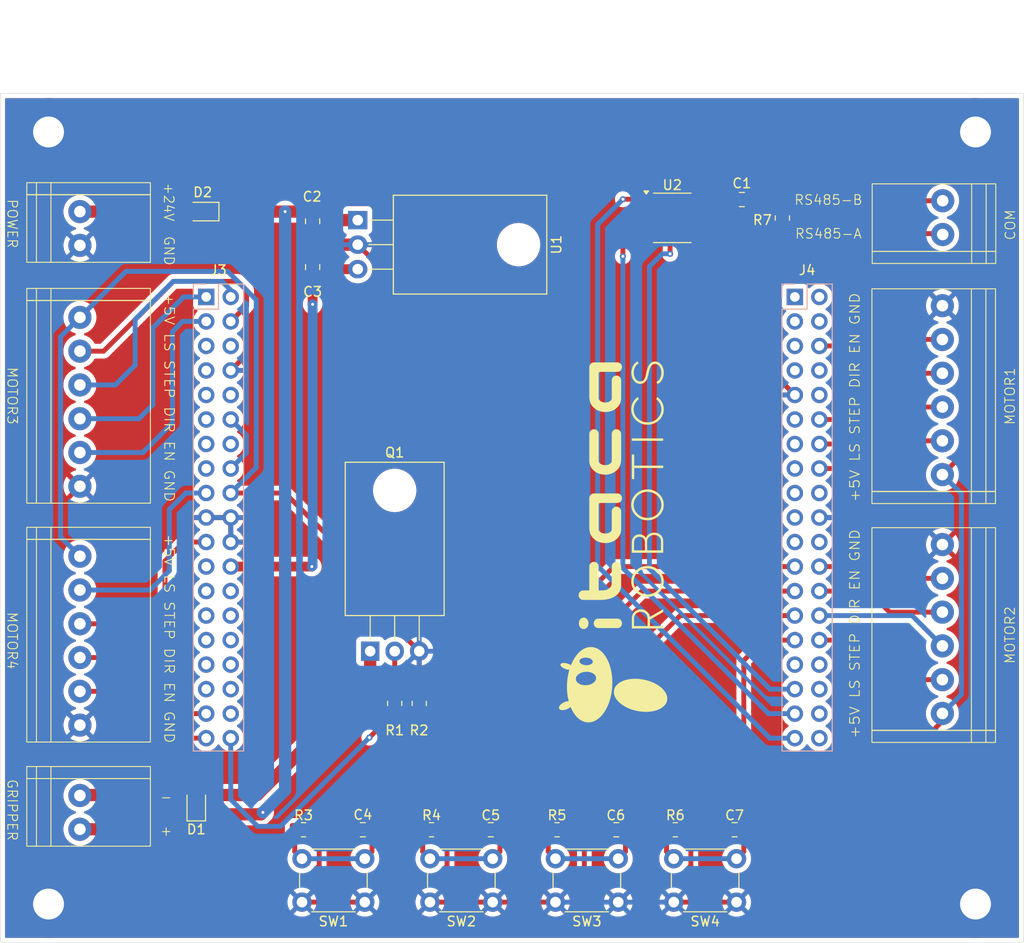
<source format=kicad_pcb>
(kicad_pcb (version 20240108) (generator "pcbnew") (generator_version "8.0")
  (layers (0 "F.Cu" signal) (31 "B.Cu" signal) (34 "B.Paste" user) (35 "F.Paste" user) (36 "B.SilkS" user "B.Silkscreen") (37 "F.SilkS" user "F.Silkscreen") (38 "B.Mask" user) (39 "F.Mask" user) (44 "Edge.Cuts" user))
  (net 0 "")
  (net 1 "+5V")
  (net 2 "GND")
  (net 3 "+24V")
  (net 6 "+3.3V")
  (net 7 "/NUCLEO64-F401RE/RCC (PC14)")
  (net 9 "/NUCLEO64-F401RE/NRST")
  (net 12 "/NUCLEO64-F401RE/TMS (PA13)")
  (net 13 "/NUCLEO64-F401RE/BOOT0")
  (net 15 "/NUCLEO64-F401RE/RCC (PC15)")
  (net 16 "/NUCLEO64-F401RE/B1 (PC13)")
  (net 17 "/NUCLEO64-F401RE/TCK (PA14)")
  (net 20 "DIR_4")
  (net 21 "DIR_2")
  (net 22 "DIR_3")
  (net 23 "USART_RX")
  (net 24 "STEP_4")
  (net 25 "/NUCLEO64-F401RE/LD2")
  (net 26 "/NUCLEO64-F401RE/PC4")
  (net 27 "USART_TX")
  (net 28 "/NUCLEO64-F401RE/SWO (PB3)")
  (net 29 "STEP_1")
  (net 30 "LS_2")
  (net 32 "STEP_2")
  (net 33 "/NUCLEO64-F401RE/(PB11)")
  (net 34 "DIR_1")
  (net 35 "STEP_3")
  (net 37 "LS_1")
  (net 39 "LS_3")
  (net 42 "/robot_control/GRIPPER -")
  (net 43 "LS_4")
  (net 44 "GRIPPER")
  (net 45 "USART_DE")
  (net 46 "/comunication/RS485 B")
  (net 47 "/comunication/RS485 A")
  (net 48 "Net-(Q1-G)")
  (net 49 "/NUCLEO64-F401RE/+24 VIN")
  (net 50 "SW_F1")
  (net 51 "SW_F2")
  (net 52 "SW_F3")
  (net 53 "SW_F4")
  (net 54 "EN_2")
  (net 55 "EN_1")
  (net 56 "EN_3")
  (net 57 "EN_4")
  (net 58 "+12V")
  (net 61 "/NUCLEO64-F401RE/PA0")
  (net 62 "/NUCLEO64-F401RE/PA4")
  (net 63 "/NUCLEO64-F401RE/PC1")
  (net 64 "/NUCLEO64-F401RE/PB0")
  (net 65 "/NUCLEO64-F401RE/PA1")
  (net 66 "/NUCLEO64-F401RE/PB8")
  (net 67 "/NUCLEO64-F401RE/PC7")
  (net 68 "/NUCLEO64-F401RE/PC9")
  (net 69 "/NUCLEO64-F401RE/PC8")
  (net 70 "/NUCLEO64-F401RE/PA9")
  (net 71 "/NUCLEO64-F401RE/PA7")
  (net 72 "/NUCLEO64-F401RE/PB9")
  (net 73 "/NUCLEO64-F401RE/PB2")
  (net 74 "/NUCLEO64-F401RE/PA6")
  (net 75 "/NUCLEO64-F401RE/PB6")
  (net 76 "/NUCLEO64-F401RE/PC6")
  (footprint "Package_TO_SOT_THT:TO-220-3_Horizontal_TabDown" (layer "F.Cu") (at 144.19 72.185 -90)
    (property "Reference" "U1")
    (property "Value" "L7812")
  )
  (footprint "Capacitor_SMD:C_0805_2012Metric" (layer "F.Cu") (at 139.52 72.3 -90)
    (property "Reference" "C2")
    (property "Value" "0.33uF")
  )
  (footprint "Package_SO:SO-8_3.9x4.9mm_P1.27mm" (layer "F.Cu") (at 176.77 71.95)
    (property "Reference" "U2")
    (property "Value" "MAX485E")
  )
  (footprint "01_myLibrary:TerminalBlock 45 degrees, pitch 3.5mm, 2 pins, WAGO 250-102 000-012" (layer "F.Cu") (at 115.42 71.3 -90)
    (property "Reference" "POWER")
    (property "Value" "Conn_01x02_Pin")
  )
  (footprint "Button_Switch_THT:SW_PUSH_6mm_H5mm" (layer "F.Cu") (at 183.42 142.85 180)
    (property "Reference" "SW4")
    (property "Value" "SW_Push")
  )
  (footprint "Resistor_SMD:R_0805_2012Metric" (layer "F.Cu") (at 151.8325 135.35 180)
    (property "Reference" "R4")
    (property "Value" "10K")
  )
  (footprint "Resistor_SMD:R_0805_2012Metric" (layer "F.Cu") (at 177.0825 135.35 180)
    (property "Reference" "R6")
    (property "Value" "10K")
  )
  (footprint "01_myLibrary:TerminalBlock 45 degrees, pitch 3.5mm, 2 pins, WAGO 250-102 000-012" (layer "F.Cu") (at 204.77 73.675 90)
    (property "Reference" "COM")
    (property "Value" "Conn_01x02_Pin")
  )
  (footprint "01_myLibrary:TerminalBlock 45 degrees, pitch 3.5mm, 6 pins, WAGO 250-102 000-012" (layer "F.Cu") (at 115.42 107.01 -90)
    (property "Reference" "MOTOR4")
    (property "Value" "Conn_01x06_Pin")
  )
  (footprint "Resistor_SMD:R_0805_2012Metric" (layer "F.Cu") (at 188.17 71.9625 90)
    (property "Reference" "R7")
    (property "Value" "120")
  )
  (footprint "Resistor_SMD:R_0805_2012Metric" (layer "F.Cu") (at 150.56 122.2625 90)
    (property "Reference" "R2")
    (property "Value" "10k")
  )
  (footprint "Button_Switch_THT:SW_PUSH_6mm_H5mm" (layer "F.Cu") (at 158.17 142.85 180)
    (property "Reference" "SW2")
    (property "Value" "SW_Push")
  )
  (footprint "01_myLibrary:TerminalBlock 45 degrees, pitch 3.5mm, 6 pins, WAGO 250-102 000-012" (layer "F.Cu") (at 115.42 82.26 -90)
    (property "Reference" "MOTOR3")
    (property "Value" "Conn_01x06_Pin")
  )
  (footprint "Package_TO_SOT_THT:TO-220-3_Horizontal_TabDown" (layer "F.Cu") (at 145.48 116.85)
    (property "Reference" "Q1")
    (property "Value" "IRF6710S2")
  )
  (footprint "Capacitor_SMD:C_0805_2012Metric" (layer "F.Cu") (at 183.22 135.35 180)
    (property "Reference" "C7")
    (property "Value" "100nF")
  )
  (footprint "01_myLibrary:TerminalBlock 45 degrees, pitch 3.5mm, 6 pins, WAGO 250-102 000-012" (layer "F.Cu") (at 204.74 123.3 90)
    (property "Reference" "MOTOR2")
    (property "Value" "Conn_01x06_Pin")
  )
  (footprint "Resistor_SMD:R_0805_2012Metric" (layer "F.Cu") (at 148.02 122.2625 90)
    (property "Reference" "R1")
    (property "Value" "100")
  )
  (footprint "Capacitor_SMD:C_0805_2012Metric" (layer "F.Cu") (at 170.97 135.35 180)
    (property "Reference" "C6")
    (property "Value" "100nF")
  )
  (footprint "01_myLibrary:TerminalBlock 45 degrees, pitch 3.5mm, 6 pins, WAGO 250-102 000-012" (layer "F.Cu") (at 204.74 98.55 90)
    (property "Reference" "MOTOR1")
    (property "Value" "Conn_01x06_Pin")
  )
  (footprint "Button_Switch_THT:SW_PUSH_6mm_H5mm" (layer "F.Cu") (at 144.92 142.85 180)
    (property "Reference" "SW1")
    (property "Value" "SW_Push")
  )
  (footprint "Button_Switch_THT:SW_PUSH_6mm_H5mm" (layer "F.Cu") (at 171.17 142.85 180)
    (property "Reference" "SW3")
    (property "Value" "SW_Push")
  )
  (footprint "Resistor_SMD:R_0805_2012Metric" (layer "F.Cu") (at 138.5825 135.35 180)
    (property "Reference" "R3")
    (property "Value" "10K")
  )
  (footprint "Capacitor_SMD:C_0805_2012Metric" (layer "F.Cu") (at 183.97 70.05)
    (property "Reference" "C1")
    (property "Value" "0.1uF")
  )
  (footprint "Resistor_SMD:R_0805_2012Metric" (layer "F.Cu") (at 164.8325 135.35 180)
    (property "Reference" "R5")
    (property "Value" "10K")
  )
  (footprint "Diode_SMD:D_0805_2012Metric" (layer "F.Cu") (at 128.1325 71.3 180)
    (property "Reference" "D2")
    (property "Value" "D")
  )
  (footprint "Capacitor_SMD:C_0805_2012Metric" (layer "F.Cu") (at 144.72 135.35 180)
    (property "Reference" "C4")
    (property "Value" "100nF")
  )
  (footprint "Capacitor_SMD:C_0805_2012Metric" (layer "F.Cu") (at 157.97 135.35 180)
    (property "Reference" "C5")
    (property "Value" "100nF")
  )
  (footprint "01_myLibrary:TerminalBlock 45 degrees, pitch 3.5mm, 2 pins, WAGO 250-102 000-012" (layer "F.Cu") (at 115.42 131.8 -90)
    (property "Reference" "GRIPPER")
    (property "Value" "Conn_01x02_Pin")
  )
  (footprint "Capacitor_SMD:C_0805_2012Metric" (layer "F.Cu") (at 139.52 77.05 90)
    (property "Reference" "C3")
    (property "Value" "0.1uF")
  )
  (footprint "Diode_SMD:D_0805_2012Metric" (layer "F.Cu") (at 127.47 132.75 90)
    (property "Reference" "D1")
    (property "Value" "D")
  )
  (footprint "Connector_PinSocket_2.54mm:PinSocket_2x19_P2.54mm_Vertical" (layer "B.Cu") (at 189.46 80.14 180)
    (property "Reference" "J4")
    (property "Value" "Conn_02x19_Odd_Even")
  )
  (footprint "Connector_PinSocket_2.54mm:PinSocket_2x19_P2.54mm_Vertical" (layer "B.Cu") (at 128.5 80.14 180)
    (property "Reference" "J3")
    (property "Value" "Conn_02x19_Odd_Even")
  )
  (gr_poly (pts (xy 167.065142 111.028212) (xy 167.066762 111.003437) (xy 167.06946 110.979118) (xy 167.073239 110.955255) (xy 167.078096 110.931848) (xy 167.084034 110.908896) (xy 167.09105 110.8864) (xy 167.099147 110.864359) (xy 167.108322 110.842773) (xy 167.118578 110.821643) (xy 167.129912 110.800967) (xy 167.142327 110.780746) (xy 167.15582 110.760979) (xy 167.170394 110.741667) (xy 167.186046 110.722809) (xy 167.202779 110.704405) (xy 167.219426 110.686766) (xy 167.236641 110.670205) (xy 167.254424 110.654721) (xy 167.272776 110.640315) (xy 167.291695 110.626987) (xy 167.311183 110.614738) (xy 167.331238 110.603568) (xy 167.351862 110.593478) (xy 167.373054 110.584469) (xy 167.394814 110.57654) (xy 167.417142 110.569692) (xy 167.440039 110.563926) (xy 167.463504 110.559242) (xy 167.487536 110.55564) (xy 167.512138 110.553122) (xy 167.537307 110.551687) (xy 168.17 110.551687) (xy 168.17 108.078997) (xy 168.17054 108.053783) (xy 168.172159 108.029021) (xy 168.174858 108.004711) (xy 168.178636 107.980854) (xy 168.183494 107.957448) (xy 168.189431 107.934496) (xy 168.196448 107.911998) (xy 168.204544 107.889953) (xy 168.21372 107.868361) (xy 168.223975 107.847224) (xy 168.23531 107.826542) (xy 168.247724 107.806314) (xy 168.261218 107.786542) (xy 168.275791 107.767225) (xy 168.291444 107.748364) (xy 168.308176 107.729959) (xy 168.326584 107.713233) (xy 168.345447 107.697584) (xy 168.364764 107.683012) (xy 168.384536 107.669518) (xy 168.404763 107.657102) (xy 168.425445 107.645763) (xy 168.44658 107.635503) (xy 168.468171 107.626322) (xy 168.490216 107.61822) (xy 168.512715 107.611197) (xy 168.535669 107.605253) (xy 168.559078 107.60039) (xy 168.582941 107.596607) (xy 168.607258 107.593904) (xy 168.63203 107.592282) (xy 168.657257 107.591741) (xy 168.682483 107.592311) (xy 168.707255 107.594018) (xy 168.731571 107.596863) (xy 168.755434 107.600846) (xy 168.778841 107.605966) (xy 168.801795 107.612224) (xy 168.824293 107.619617) (xy 168.846337 107.628148) (xy 168.867926 107.637814) (xy 168.889061 107.648616) (xy 168.909742 107.660553) (xy 168.929968 107.673626) (xy 168.949739 107.687833) (xy 168.969056 107.703175) (xy 168.987918 107.719651) (xy 169.006326 107.737261) (xy 169.023059 107.754782) (xy 169.038711 107.772816) (xy 169.053285 107.791363) (xy 169.066778 107.810423) (xy 169.079193 107.829994) (xy 169.090527 107.850077) (xy 169.100783 107.870672) (xy 169.109958 107.891779) (xy 169.118055 107.913396) (xy 169.125071 107.935524) (xy 169.131009 107.958162) (xy 169.135866 107.98131) (xy 169.139645 108.004968) (xy 169.142343 108.029135) (xy 169.143963 108.053812) (xy 169.144502 108.078997) (xy 169.144502 110.551687) (xy 169.28995 110.551687) (xy 169.363812 110.552684) (xy 169.436309 110.552101) (xy 169.507442 110.549935) (xy 169.577211 110.546184) (xy 169.645617 110.540846) (xy 169.712658 110.533918) (xy 169.778337 110.525397) (xy 169.842653 110.515281) (xy 169.873363 110.5084) (xy 169.903675 110.500498) (xy 169.933589 110.491573) (xy 169.963105 110.481626) (xy 169.992223 110.470658) (xy 170.020944 110.458667) (xy 170.049267 110.445655) (xy 170.077192 110.43162) (xy 170.104719 110.416564) (xy 170.131849 110.400486) (xy 170.158581 110.383385) (xy 170.184915 110.365263) (xy 170.210851 110.346119) (xy 170.23639 110.325952) (xy 170.261531 110.304764) (xy 170.286275 110.282554) (xy 170.310108 110.259463) (xy 170.33252 110.235633) (xy 170.353513 110.211064) (xy 170.373085 110.185756) (xy 170.391237 110.159708) (xy 170.407969 110.132922) (xy 170.423281 110.105396) (xy 170.437172 110.077131) (xy 170.449643 110.048127) (xy 170.460694 110.018384) (xy 170.470324 109.987901) (xy 170.478534 109.95668) (xy 170.485323 109.924719) (xy 170.490692 109.892019) (xy 170.494641 109.85858) (xy 170.497169 109.824401) (xy 170.497169 108.05) (xy 170.498617 108.024824) (xy 170.501146 108.000217) (xy 170.504753 107.976178) (xy 170.50944 107.952707) (xy 170.515207 107.929805) (xy 170.522053 107.907472) (xy 170.529979 107.885709) (xy 170.538984 107.864514) (xy 170.549068 107.843888) (xy 170.560232 107.823832) (xy 170.572476 107.804345) (xy 170.585799 107.785429) (xy 170.600202 107.767082) (xy 170.615684 107.749305) (xy 170.632245 107.732098) (xy 170.649886 107.715461) (xy 170.668295 107.698718) (xy 170.687157 107.683056) (xy 170.706475 107.668475) (xy 170.726247 107.654976) (xy 170.746474 107.642557) (xy 170.767155 107.631219) (xy 170.788291 107.620961) (xy 170.809881 107.611784) (xy 170.831926 107.603687) (xy 170.854426 107.59667) (xy 170.87738 107.590733) (xy 170.900788 107.585876) (xy 170.924651 107.582099) (xy 170.948969 107.579401) (xy 170.973741 107.577782) (xy 170.998967 107.577243) (xy 171.023283 107.578666) (xy 171.047144 107.581112) (xy 171.070551 107.58458) (xy 171.093504 107.589069) (xy 171.116003 107.594581) (xy 171.138047 107.601114) (xy 171.159637 107.60867) (xy 171.180773 107.617247) (xy 171.201454 107.626847) (xy 171.221681 107.637468) (xy 171.241453 107.649111) (xy 171.260771 107.661777) (xy 171.279634 107.675464) (xy 171.298042 107.690173) (xy 171.315996 107.705904) (xy 171.333496 107.722657) (xy 171.349376 107.739284) (xy 171.36429 107.756422) (xy 171.378239 107.77407) (xy 171.391221 107.79223) (xy 171.403238 107.8109) (xy 171.414289 107.830082) (xy 171.424373 107.849774) (xy 171.433492 107.869978) (xy 171.441645 107.890692) (xy 171.448833 107.911917) (xy 171.455054 107.933653) (xy 171.460309 107.955901) (xy 171.464598 107.978659) (xy 171.467922 108.001928) (xy 171.47028 108.025708) (xy 171.471671 108.05) (xy 171.471671 110.071629) (xy 171.466926 110.134586) (xy 171.459966 110.196178) (xy 171.450789 110.256406) (xy 171.439397 110.31527) (xy 171.42579 110.37277) (xy 171.409966 110.428905) (xy 171.391927 110.483676) (xy 171.371672 110.537083) (xy 171.349202 110.589126) (xy 171.324515 110.639804) (xy 171.297613 110.689119) (xy 171.268494 110.737069) (xy 171.23716 110.783654) (xy 171.20361 110.828876) (xy 171.167844 110.872733) (xy 171.129862 110.915226) (xy 171.089325 110.955433) (xy 171.047708 110.994219) (xy 171.005012 111.031584) (xy 170.961236 111.067527) (xy 170.91638 111.102049) (xy 170.870445 111.135149) (xy 170.82343 111.166828) (xy 170.775336 111.197086) (xy 170.726162 111.225923) (xy 170.675909 111.253338) (xy 170.624576 111.279332) (xy 170.572164 111.303905) (xy 170.518673 111.327057) (xy 170.464102 111.348787) (xy 170.408452 111.369096) (xy 170.351722 111.387983) (xy 170.236271 111.420467) (xy 170.119003 111.448864) (xy 169.999916 111.473172) (xy 169.879012 111.493393) (xy 169.756291 111.509526) (xy 169.631751 111.521571) (xy 169.505394 111.529528) (xy 169.37722 111.533398) (xy 167.537307 111.533398) (xy 167.513018 111.531974) (xy 167.489241 111.529528) (xy 167.465974 111.526061) (xy 167.44322 111.521571) (xy 167.420977 111.516059) (xy 167.399245 111.509526) (xy 167.378024 111.50197) (xy 167.357315 111.493393) (xy 167.337117 111.483794) (xy 167.317431 111.473172) (xy 167.298256 111.461529) (xy 167.279592 111.448864) (xy 167.261439 111.435176) (xy 167.243798 111.420467) (xy 167.226668 111.404736) (xy 167.210049 111.387983) (xy 167.193289 111.370491) (xy 167.177551 111.352543) (xy 167.162835 111.334138) (xy 167.149143 111.315277) (xy 167.136473 111.295961) (xy 167.124826 111.276189) (xy 167.114201 111.255962) (xy 167.1046 111.235279) (xy 167.096021 111.214141) (xy 167.088464 111.192548) (xy 167.08193 111.1705) (xy 167.07642 111.147997) (xy 167.071931 111.12504) (xy 167.068466 111.101629) (xy 167.066023 111.077763) (xy 167.064603 111.053443)) (stroke (width -0.000001)) (fill solid) (layer "F.SilkS"))
  (gr_poly (pts (xy 165.032234 122.674257) (xy 165.035599 122.652999) (xy 165.040617 122.631453) (xy 165.047255 122.609659) (xy 165.055481 122.58766) (xy 165.065262 122.565497) (xy 165.076564 122.54321) (xy 165.089356 122.520841) (xy 165.103603 122.498432) (xy 165.136336 122.453659) (xy 165.174499 122.40922) (xy 165.217829 122.365447) (xy 165.266064 122.322669) (xy 165.318941 122.281219) (xy 165.376196 122.241427) (xy 165.437567 122.203623) (xy 165.502791 122.168138) (xy 165.571605 122.135304) (xy 165.602294 122.122061) (xy 165.632946 122.109661) (xy 165.663526 122.098104) (xy 165.694 122.087387) (xy 165.724332 122.077507) (xy 165.754489 122.068463) (xy 165.784435 122.060253) (xy 165.814135 122.052873) (xy 165.843555 122.046324) (xy 165.87266 122.040601) (xy 165.901415 122.035703) (xy 165.929786 122.031628) (xy 165.957737 122.028373) (xy 165.985234 122.025938) (xy 166.012242 122.024318) (xy 166.038726 122.023513) (xy 165.989111 121.813866) (xy 165.947046 121.598009) (xy 165.912771 121.376393) (xy 165.886527 121.149471) (xy 165.868553 120.917695) (xy 165.85909 120.681516) (xy 165.858377 120.441387) (xy 165.866654 120.197761) (xy 165.87923 120.009228) (xy 165.896979 119.823284) (xy 165.91977 119.640125) (xy 165.947469 119.459949) (xy 165.979944 119.282952) (xy 166.017064 119.10933) (xy 166.058695 118.939281) (xy 166.104705 118.773001) (xy 166.06241 118.77113) (xy 166.018748 118.767442) (xy 165.973869 118.761923) (xy 165.927921 118.754554) (xy 165.881055 118.74532) (xy 165.83342 118.734204) (xy 165.785165 118.72119) (xy 165.73644 118.706262) (xy 165.703764 118.695232) (xy 165.671756 118.683608) (xy 165.640452 118.671421) (xy 165.609886 118.658702) (xy 165.580091 118.645481) (xy 165.551102 118.631791) (xy 165.522953 118.617662) (xy 165.495678 118.603124) (xy 165.469312 118.58821) (xy 165.443888 118.57295) (xy 165.419441 118.557375) (xy 165.396005 118.541516) (xy 165.373614 118.525404) (xy 165.352303 118.50907) (xy 165.332105 118.492546) (xy 165.313055 118.475862) (xy 165.295187 118.459049) (xy 165.278534 118.442138) (xy 165.263133 118.42516) (xy 165.249016 118.408147) (xy 165.236217 118.391129) (xy 165.224771 118.374138) (xy 165.214713 118.357204) (xy 165.206076 118.340358) (xy 165.198894 118.323632) (xy 165.193202 118.307056) (xy 165.189034 118.290661) (xy 165.186424 118.274479) (xy 165.185406 118.258541) (xy 165.186015 118.242877) (xy 165.188284 118.227519) (xy 165.192248 118.212497) (xy 165.197871 118.198013) (xy 165.205062 118.184253) (xy 165.213777 118.171222) (xy 165.223969 118.158925) (xy 165.235592 118.147368) (xy 165.248601 118.136554) (xy 165.278591 118.117178) (xy 165.313572 118.100837) (xy 165.353176 118.087573) (xy 165.397036 118.077424) (xy 165.444786 118.070432) (xy 165.496058 118.066635) (xy 165.550485 118.066074) (xy 165.6077 118.068788) (xy 165.667335 118.074819) (xy 165.729023 118.084205) (xy 165.792397 118.096988) (xy 165.857091 118.113206) (xy 165.922736 118.1329) (xy 165.947648 118.141232) (xy 165.972178 118.149913) (xy 165.99631 118.158928) (xy 166.02003 118.168264) (xy 166.043322 118.177908) (xy 166.066172 118.187844) (xy 166.088565 118.198061) (xy 166.110485 118.208544) (xy 166.131917 118.219279) (xy 166.152847 118.230254) (xy 166.17326 118.241453) (xy 166.193139 118.252864) (xy 166.212472 118.264473) (xy 166.231241 118.276265) (xy 166.249433 118.288229) (xy 166.267032 118.300349) (xy 166.357941 118.08639) (xy 166.456472 117.882507) (xy 166.562227 117.689291) (xy 166.674809 117.507332) (xy 166.793817 117.337222) (xy 166.918856 117.179552) (xy 167.049526 117.034912) (xy 167.116848 116.967664) (xy 167.185428 116.903895) (xy 167.255218 116.84368) (xy 167.326167 116.787091) (xy 167.398224 116.734204) (xy 167.471341 116.685092) (xy 167.545468 116.639828) (xy 167.620555 116.598488) (xy 167.696552 116.561144) (xy 167.773409 116.52787) (xy 167.851077 116.498741) (xy 167.929506 116.47383) (xy 168.008646 116.453212) (xy 168.088447 116.436959) (xy 168.168859 116.425147) (xy 168.249834 116.417848) (xy 168.33132 116.415137) (xy 168.413268 116.417088) (xy 168.533524 116.428483) (xy 168.651674 116.44979) (xy 168.767584 116.480756) (xy 168.881119 116.521127) (xy 168.992145 116.570652) (xy 169.100528 116.629076) (xy 169.206133 116.696148) (xy 169.308826 116.771613) (xy 169.408474 116.855219) (xy 169.504941 116.946714) (xy 169.687796 117.152354) (xy 169.856319 117.386512) (xy 170.009433 117.647162) (xy 170.146066 117.93228) (xy 170.265143 118.239844) (xy 170.365588 118.567829) (xy 170.446329 118.914212) (xy 170.50629 119.276968) (xy 170.544397 119.654074) (xy 170.559576 120.043506) (xy 170.550752 120.443241) (xy 170.537178 120.64395) (xy 170.517745 120.841708) (xy 170.492614 121.036278) (xy 170.461943 121.227421) (xy 170.425895 121.4149) (xy 170.384627 121.598478) (xy 170.338301 121.777917) (xy 170.287076 121.952979) (xy 170.231113 122.123428) (xy 170.170571 122.289025) (xy 170.105611 122.449533) (xy 170.036392 122.604714) (xy 169.963075 122.754331) (xy 169.885819 122.898146) (xy 169.804784 123.035922) (xy 169.720131 123.167422) (xy 169.63202 123.292406) (xy 169.54061 123.410639) (xy 169.446062 123.521882) (xy 169.348535 123.625899) (xy 169.24819 123.72245) (xy 169.145186 123.8113) (xy 169.039684 123.89221) (xy 168.931843 123.964942) (xy 168.821824 124.02926) (xy 168.709787 124.084925) (xy 168.595891 124.131701) (xy 168.480297 124.169349) (xy 168.363165 124.197632) (xy 168.244654 124.216313) (xy 168.124925 124.225153) (xy 168.004138 124.223916) (xy 167.934053 124.21852) (xy 167.86466 124.209745) (xy 167.795984 124.197641) (xy 167.768427 124.191401) (xy 167.768427 120.372801) (xy 167.821787 120.371751) (xy 167.87573 120.368883) (xy 167.982536 120.35783) (xy 168.085766 120.340087) (xy 168.184919 120.31604) (xy 168.279492 120.286072) (xy 168.368984 120.250567) (xy 168.452892 120.20991) (xy 168.530715 120.164485) (xy 168.601951 120.114676) (xy 168.666097 120.060868) (xy 168.722651 120.003445) (xy 168.747925 119.973497) (xy 168.771112 119.94279) (xy 168.792151 119.911371) (xy 168.810978 119.879289) (xy 168.827531 119.846591) (xy 168.841747 119.813325) (xy 168.853562 119.77954) (xy 168.862916 119.745283) (xy 168.869744 119.710603) (xy 168.873983 119.675547) (xy 168.875572 119.640164) (xy 168.874448 119.604502) (xy 168.870598 119.56903) (xy 168.864101 119.534212) (xy 168.855023 119.500088) (xy 168.843435 119.466695) (xy 168.829406 119.434074) (xy 168.813003 119.402262) (xy 168.794296 119.371299) (xy 168.773353 119.341223) (xy 168.750244 119.312074) (xy 168.725038 119.283889) (xy 168.697802 119.256708) (xy 168.668606 119.23057) (xy 168.637519 119.205514) (xy 168.60461 119.181577) (xy 168.569947 119.1588) (xy 168.5336 119.137221) (xy 168.495636 119.116878) (xy 168.456125 119.097811) (xy 168.415136 119.080059) (xy 168.372738 119.063659) (xy 168.328999 119.048652) (xy 168.283988 119.035076) (xy 168.237774 119.022969) (xy 168.190426 119.012371) (xy 168.142013 119.00332) (xy 168.092603 118.995855) (xy 168.042266 118.990016) (xy 167.991069 118.98584) (xy 167.939083 118.983367) (xy 167.893381 118.982732) (xy 167.893381 118.297325) (xy 167.928139 118.296675) (xy 167.962393 118.295052) (xy 167.996097 118.292479) (xy 168.029207 118.288977) (xy 168.061677 118.284569) (xy 168.093463 118.279277) (xy 168.124521 118.273122) (xy 168.154806 118.266128) (xy 168.184272 118.258315) (xy 168.212875 118.249706) (xy 168.24057 118.240323) (xy 168.267314 118.230188) (xy 168.293059 118.219323) (xy 168.317763 118.20775) (xy 168.34138 118.195492) (xy 168.363866 118.18257) (xy 168.385175 118.169006) (xy 168.405264 118.154823) (xy 168.424087 118.140043) (xy 168.441599 118.124687) (xy 168.457756 118.108778) (xy 168.472513 118.092337) (xy 168.485825 118.075388) (xy 168.497647 118.057951) (xy 168.507936 118.040049) (xy 168.516645 118.021704) (xy 168.523731 118.002938) (xy 168.529148 117.983774) (xy 168.532851 117.964233) (xy 168.534797 117.944337) (xy 168.534942 117.924347) (xy 168.533301 117.904527) (xy 168.529917 117.884901) (xy 168.524832 117.865499) (xy 168.518088 117.846344) (xy 168.509727 117.827466) (xy 168.499792 117.808889) (xy 168.488325 117.790641) (xy 168.475367 117.772748) (xy 168.460962 117.755237) (xy 168.427976 117.721468) (xy 168.389705 117.689546) (xy 168.346486 117.659684) (xy 168.298658 117.632096) (xy 168.246558 117.606994) (xy 168.190523 117.584591) (xy 168.130891 117.565101) (xy 168.068 117.548737) (xy 168.002187 117.535711) (xy 167.93379 117.526236) (xy 167.863147 117.520526) (xy 167.827513 117.519165) (xy 167.792294 117.51882) (xy 167.757535 117.51947) (xy 167.723282 117.521093) (xy 167.689578 117.523666) (xy 167.656468 117.527168) (xy 167.623998 117.531576) (xy 167.592212 117.536868) (xy 167.561154 117.543023) (xy 167.53087 117.550017) (xy 167.501404 117.55783) (xy 167.4728 117.566439) (xy 167.445105 117.575822) (xy 167.418362 117.585957) (xy 167.392617 117.596822) (xy 167.367913 117.608395) (xy 167.344296 117.620653) (xy 167.321811 117.633575) (xy 167.300502 117.647139) (xy 167.280414 117.661322) (xy 167.261591 117.676102) (xy 167.24408 117.691458) (xy 167.227923 117.707368) (xy 167.213167 117.723808) (xy 167.199855 117.740758) (xy 167.188033 117.758195) (xy 167.177746 117.776096) (xy 167.169037 117.794441) (xy 167.161952 117.813207) (xy 167.156536 117.832371) (xy 167.152833 117.851913) (xy 167.150889 117.871809) (xy 167.150744 117.891799) (xy 167.152384 117.91162) (xy 167.155768 117.931246) (xy 167.160853 117.950649) (xy 167.167597 117.969804) (xy 167.175957 117.988683) (xy 167.185892 118.00726) (xy 167.197359 118.025508) (xy 167.210316 118.043401) (xy 167.224721 118.060912) (xy 167.257706 118.094681) (xy 167.295976 118.126603) (xy 167.339194 118.156465) (xy 167.387021 118.184052) (xy 167.43912 118.209154) (xy 167.495155 118.231556) (xy 167.554786 118.251045) (xy 167.617676 118.267409) (xy 167.683488 118.280435) (xy 167.751885 118.289909) (xy 167.822528 118.295618) (xy 167.858162 118.29698) (xy 167.893381 118.297325) (xy 167.893381 118.982732) (xy 167.886376 118.982635) (xy 167.833016 118.983684) (xy 167.779073 118.986551) (xy 167.672269 118.997606) (xy 167.56904 119.01535) (xy 167.469888 119.039398) (xy 167.375315 119.069367) (xy 167.285824 119.104872) (xy 167.201915 119.145529) (xy 167.124092 119.190954) (xy 167.052856 119.240763) (xy 166.98871 119.294571) (xy 166.932155 119.351995) (xy 166.906881 119.381942) (xy 166.883693 119.412649) (xy 166.862654 119.444068) (xy 166.843826 119.476151) (xy 166.827273 119.508849) (xy 166.813057 119.542115) (xy 166.801241 119.575901) (xy 166.791888 119.610158) (xy 166.78506 119.644839) (xy 166.78082 119.679895) (xy 166.779231 119.715279) (xy 166.780355 119.750943) (xy 166.784206 119.786415) (xy 166.790704 119.821232) (xy 166.799782 119.855357) (xy 166.811371 119.888749) (xy 166.825401 119.92137) (xy 166.841804 119.953182) (xy 166.860512 119.984145) (xy 166.881454 120.014221) (xy 166.904564 120.04337) (xy 166.92977 120.071555) (xy 166.957006 120.098735) (xy 166.986201 120.124873) (xy 167.017288 120.14993) (xy 167.050197 120.173866) (xy 167.08486 120.196643) (xy 167.121208 120.218222) (xy 167.159171 120.238564) (xy 167.198681 120.257631) (xy 167.23967 120.275383) (xy 167.282068 120.291782) (xy 167.325807 120.306789) (xy 167.370817 120.320365) (xy 167.417031 120.332471) (xy 167.464378 120.343069) (xy 167.512791 120.352119) (xy 167.562201 120.359583) (xy 167.612538 120.365422) (xy 167.663734 120.369597) (xy 167.71572 120.37207) (xy 167.768427 120.372801) (xy 167.768427 124.191401) (xy 167.728052 124.182258) (xy 167.66089 124.163645) (xy 167.594525 124.141852) (xy 167.528982 124.116928) (xy 167.464289 124.088922) (xy 167.337554 124.023867) (xy 167.214532 123.947081) (xy 167.095431 123.85896) (xy 166.980464 123.759903) (xy 166.869839 123.650304) (xy 166.763769 123.53056) (xy 166.662462 123.401067) (xy 166.566129 123.262223) (xy 166.474982 123.114422) (xy 166.38923 122.958062) (xy 166.309083 122.793539) (xy 166.234753 122.621249) (xy 166.217399 122.63698) (xy 166.199407 122.652555) (xy 166.180788 122.667958) (xy 166.161557 122.683172) (xy 166.141725 122.698182) (xy 166.121306 122.712971) (xy 166.100312 122.727523) (xy 166.078757 122.741822) (xy 166.056653 122.755851) (xy 166.034014 122.769594) (xy 166.010851 122.783035) (xy 165.987179 122.796157) (xy 165.963009 122.808945) (xy 165.938355 122.821382) (xy 165.91323 122.833452) (xy 165.887646 122.845139) (xy 165.852395 122.860281) (xy 165.8172 122.874308) (xy 165.782113 122.887226) (xy 165.747187 122.899036) (xy 165.712474 122.909743) (xy 165.678028 122.919348) (xy 165.643901 122.927857) (xy 165.610145 122.935271) (xy 165.576814 122.941594) (xy 165.54396 122.94683) (xy 165.511636 122.950982) (xy 165.479895 122.954052) (xy 165.448789 122.956044) (xy 165.418371 122.956962) (xy 165.388694 122.956808) (xy 165.35981 122.955587) (xy 165.331773 122.9533) (xy 165.304634 122.949952) (xy 165.278448 122.945545) (xy 165.253265 122.940084) (xy 165.22914 122.93357) (xy 165.206124 122.926008) (xy 165.184272 122.917401) (xy 165.163634 122.907751) (xy 165.144264 122.897063) (xy 165.126215 122.885339) (xy 165.109539 122.872582) (xy 165.09429 122.858797) (xy 165.080519 122.843985) (xy 165.06828 122.828151) (xy 165.057625 122.811298) (xy 165.048607 122.793429) (xy 165.041362 122.774771) (xy 165.035967 122.755576) (xy 165.032389 122.735885) (xy 165.030597 122.715741) (xy 165.030556 122.695184)) (stroke (width -0.000001)) (fill solid) (layer "F.SilkS"))
  (gr_poly (pts (xy 172.576543 113.402255) (xy 172.578012 113.370621) (xy 172.58046 113.339369) (xy 172.583887 113.308499) (xy 172.588294 113.27801) (xy 172.59368 113.247902) (xy 172.600045 113.218175) (xy 172.607389 113.18883) (xy 172.615712 113.159864) (xy 172.625015 113.13128) (xy 172.635297 113.103076) (xy 172.646558 113.075252) (xy 172.658797 113.047809) (xy 172.672016 113.020745) (xy 172.686215 112.994061) (xy 172.701392 112.967757) (xy 172.71712 112.941987) (xy 172.733556 112.916907) (xy 172.7507 112.892517) (xy 172.768551 112.868816) (xy 172.787109 112.845805) (xy 172.806374 112.823483) (xy 172.826347 112.801851) (xy 172.847026 112.780908) (xy 172.868413 112.760655) (xy 172.890507 112.741092) (xy 172.913309 112.722218) (xy 172.936817 112.704034) (xy 172.961032 112.686539) (xy 172.985955 112.669734) (xy 173.011584 112.653618) (xy 173.03792 112.638192) (xy 173.064812 112.623293) (xy 173.092101 112.609354) (xy 173.11979 112.596376) (xy 173.147877 112.584358) (xy 173.176363 112.5733) (xy 173.205247 112.563203) (xy 173.234531 112.554067) (xy 173.264213 112.545892) (xy 173.294294 112.538678) (xy 173.324775 112.532426) (xy 173.355654 112.527135) (xy 173.386931 112.522806) (xy 173.418608 112.519438) (xy 173.450684 112.517033) (xy 173.483159 112.515589) (xy 173.516033 112.515108) (xy 173.546595 112.515516) (xy 173.576775 112.51674) (xy 173.606575 112.51878) (xy 173.635995 112.521637) (xy 173.665033 112.525309) (xy 173.693691 112.529797) (xy 173.721968 112.535102) (xy 173.749864 112.541222) (xy 173.777379 112.548159) (xy 173.804514 112.555912) (xy 173.831268 112.56448) (xy 173.857641 112.573865) (xy 173.883634 112.584066) (xy 173.909245 112.595083) (xy 173.934476 112.606916) (xy 173.959326 112.619565) (xy 173.983714 112.632616) (xy 174.007558 112.646249) (xy 174.030858 112.660465) (xy 174.053614 112.675263) (xy 174.075826 112.690643) (xy 174.097494 112.706604) (xy 174.118618 112.723146) (xy 174.139198 112.740268) (xy 174.159234 112.757971) (xy 174.178727 112.776255) (xy 174.197675 112.795118) (xy 174.216079 112.81456) (xy 174.233939 112.834582) (xy 174.251255 112.855182) (xy 174.268028 112.876362) (xy 174.284256 112.898119) (xy 174.29956 112.920329) (xy 174.314139 112.942866) (xy 174.327992 112.965731) (xy 174.34112 112.988922) (xy 174.353523 113.01244) (xy 174.3652 113.036285) (xy 174.376153 113.060457) (xy 174.38638 113.084954) (xy 174.395881 113.109778) (xy 174.404658 113.134928) (xy 174.412709 113.160404) (xy 174.420035 113.186205) (xy 174.426635 113.212332) (xy 174.432511 113.238785) (xy 174.437661 113.265562) (xy 174.442085 113.292665) (xy 175.825359 112.494258) (xy 175.825359 112.784348) (xy 174.458331 113.578098) (xy 174.458331 114.241916) (xy 175.825359 114.241916) (xy 175.825359 114.492582) (xy 174.207675 114.492582) (xy 174.207675 114.241916) (xy 174.207675 113.450463) (xy 174.207321 113.427094) (xy 174.20626 113.403979) (xy 174.204492 113.381117) (xy 174.202017 113.358508) (xy 174.198835 113.336153) (xy 174.194945 113.314052) (xy 174.190349 113.292205) (xy 174.185045 113.270612) (xy 174.179034 113.249273) (xy 174.172316 113.228189) (xy 174.16489 113.207359) (xy 174.156758 113.186784) (xy 174.147918 113.166464) (xy 174.138371 113.146398) (xy 174.128117 113.126588) (xy 174.117156 113.107034) (xy 174.105297 113.087832) (xy 174.092931 113.069122) (xy 174.080057 113.050902) (xy 174.066675 113.033174) (xy 174.052785 113.015935) (xy 174.038388 112.999187) (xy 174.023483 112.982929) (xy 174.00807 112.967162) (xy 173.99215 112.951884) (xy 173.975721 112.937096) (xy 173.958785 112.922797) (xy 173.941342 112.908988) (xy 173.92339 112.895668) (xy 173.904931 112.882838) (xy 173.885964 112.870496) (xy 173.866489 112.858643) (xy 173.84659 112.847398) (xy 173.826346 112.836879) (xy 173.805758 112.827087) (xy 173.784825 112.818021) (xy 173.763547 112.809681) (xy 173.741924 112.802068) (xy 173.719957 112.79518) (xy 173.697646 112.789018) (xy 173.674989 112.783581) (xy 173.651989 112.77887) (xy 173.628643 112.774884) (xy 173.604954 112.771623) (xy 173.58092 112.769087) (xy 173.556541 112.767276) (xy 173.531818 112.76619) (xy 173.506751 112.765827) (xy 173.481965 112.76619) (xy 173.457505 112.767276) (xy 173.433371 112.769087) (xy 173.409563 112.771623) (xy 173.386082 112.774884) (xy 173.362927 112.77887) (xy 173.340098 112.783581) (xy 173.317596 112.789018) (xy 173.29542 112.79518) (xy 173.27357 112.802068) (xy 173.252047 112.809681) (xy 173.230851 112.818021) (xy 173.209981 112.827087) (xy 173.189438 112.836879) (xy 173.169221 112.847398) (xy 173.149331 112.858643) (xy 173.129585 112.870496) (xy 173.110382 112.882838) (xy 173.091724 112.895668) (xy 173.073609 112.908988) (xy 173.056039 112.922797) (xy 173.039012 112.937096) (xy 173.02253 112.951884) (xy 173.006591 112.967162) (xy 172.991196 112.982929) (xy 172.976346 112.999187) (xy 172.962039 113.015935) (xy 172.948276 113.033174) (xy 172.935057 113.050902) (xy 172.922383 113.069122) (xy 172.910252 113.087832) (xy 172.898665 113.107034) (xy 172.887423 113.126588) (xy 172.876906 113.146398) (xy 172.867115 113.166464) (xy 172.858049 113.186784) (xy 172.849708 113.207359) (xy 172.842092 113.228189) (xy 172.835202 113.249273) (xy 172.829037 113.270612) (xy 172.823598 113.292205) (xy 172.818883 113.314052) (xy 172.814894 113.336153) (xy 172.81163 113.358508) (xy 172.809092 113.381117) (xy 172.807279 113.403979) (xy 172.806191 113.427094) (xy 172.805828 113.450463) (xy 172.805828 114.241916) (xy 174.207675 114.241916) (xy 174.207675 114.492582) (xy 172.576053 114.492582) (xy 172.576053 113.43427)) (stroke (width -0.000001)) (fill solid) (layer "F.SilkS"))
  (gr_poly (pts (xy 167.090476 113.930973) (xy 167.09218 113.900918) (xy 167.095021 113.871432) (xy 167.098998 113.842513) (xy 167.104111 113.814162) (xy 167.110361 113.786379) (xy 167.117747 113.759165) (xy 167.126269 113.732518) (xy 167.135928 113.706439) (xy 167.146722 113.680928) (xy 167.158654 113.655985) (xy 167.171721 113.631609) (xy 167.185925 113.607802) (xy 167.201265 113.584562) (xy 167.217741 113.56189) (xy 167.235354 113.539786) (xy 167.253762 113.518659) (xy 167.272625 113.498893) (xy 167.291942 113.48049) (xy 167.311714 113.463449) (xy 167.331941 113.44777) (xy 167.352622 113.433454) (xy 167.373758 113.4205) (xy 167.395348 113.40891) (xy 167.417392 113.398682) (xy 167.439891 113.389818) (xy 167.462844 113.382317) (xy 167.486251 113.376179) (xy 167.510113 113.371405) (xy 167.534429 113.367995) (xy 167.5592 113.365949) (xy 167.584424 113.365267) (xy 167.610531 113.365949) (xy 167.636126 113.367995) (xy 167.661211 113.371405) (xy 167.685784 113.376179) (xy 167.709846 113.382317) (xy 167.733396 113.389818) (xy 167.756435 113.398682) (xy 167.778963 113.40891) (xy 167.800979 113.4205) (xy 167.822484 113.433454) (xy 167.843478 113.44777) (xy 167.863961 113.463449) (xy 167.883931 113.48049) (xy 167.903391 113.498893) (xy 167.922339 113.518659) (xy 167.940776 113.539786) (xy 167.958388 113.56189) (xy 167.974865 113.584562) (xy 167.990205 113.607802) (xy 168.004409 113.631609) (xy 168.017476 113.655985) (xy 168.029407 113.680928) (xy 168.040202 113.706439) (xy 168.049861 113.732518) (xy 168.058383 113.759165) (xy 168.065769 113.786379) (xy 168.072018 113.814162) (xy 168.077132 113.842513) (xy 168.081109 113.871432) (xy 168.08395 113.900918) (xy 168.085654 113.930973) (xy 168.086222 113.961595) (xy 168.085654 113.99222) (xy 168.08395 114.022276) (xy 168.081109 114.051764) (xy 168.077132 114.080683) (xy 168.072018 114.109035) (xy 168.065769 114.136818) (xy 168.058383 114.164033) (xy 168.049861 114.190679) (xy 168.040202 114.216758) (xy 168.029407 114.242268) (xy 168.017476 114.26721) (xy 168.004409 114.291583) (xy 167.990205 114.315388) (xy 167.974865 114.338625) (xy 167.958388 114.361294) (xy 167.940776 114.383394) (xy 167.922339 114.40453) (xy 167.903391 114.424303) (xy 167.883931 114.442712) (xy 167.863961 114.459757) (xy 167.843478 114.475438) (xy 167.822484 114.489756) (xy 167.800979 114.50271) (xy 167.778963 114.5143) (xy 167.756435 114.524527) (xy 167.733396 114.53339) (xy 167.709846 114.54089) (xy 167.685784 114.547026) (xy 167.661211 114.551798) (xy 167.636126 114.555207) (xy 167.610531 114.557252) (xy 167.584424 114.557934) (xy 167.5592 114.557252) (xy 167.534429 114.555207) (xy 167.510113 114.551798) (xy 167.486251 114.547026) (xy 167.462844 114.54089) (xy 167.439891 114.53339) (xy 167.417392 114.524527) (xy 167.395348 114.5143) (xy 167.373758 114.50271) (xy 167.352622 114.489756) (xy 167.331941 114.475438) (xy 167.311714 114.459757) (xy 167.291942 114.442712) (xy 167.272625 114.424303) (xy 167.253762 114.40453) (xy 167.235354 114.383394) (xy 167.217741 114.361294) (xy 167.201265 114.338625) (xy 167.185925 114.315388) (xy 167.171721 114.291583) (xy 167.158654 114.26721) (xy 167.146722 114.242268) (xy 167.135928 114.216758) (xy 167.126269 114.190679) (xy 167.117747 114.164033) (xy 167.110361 114.136818) (xy 167.104111 114.109035) (xy 167.098998 114.080683) (xy 167.095021 114.051764) (xy 167.09218 114.022276) (xy 167.090476 113.99222) (xy 167.089907 113.961595)) (stroke (width -0.000001)) (fill solid) (layer "F.SilkS"))
  (gr_poly (pts (xy 172.516224 109.576591) (xy 172.517774 109.535589) (xy 172.520358 109.494914) (xy 172.523976 109.454567) (xy 172.528627 109.414547) (xy 172.534312 109.374854) (xy 172.54103 109.335489) (xy 172.548782 109.296452) (xy 172.557568 109.257741) (xy 172.567387 109.219359) (xy 172.57824 109.181303) (xy 172.590127 109.143575) (xy 172.603047 109.106175) (xy 172.617001 109.069102) (xy 172.631988 109.032356) (xy 172.648009 108.995938) (xy 172.664654 108.959936) (xy 172.682097 108.92448) (xy 172.700337 108.88957) (xy 172.719375 108.855204) (xy 172.739212 108.821384) (xy 172.759846 108.788109) (xy 172.781277 108.755378) (xy 172.803507 108.723192) (xy 172.826535 108.691551) (xy 172.850361 108.660454) (xy 172.874985 108.629901) (xy 172.900407 108.599892) (xy 172.926627 108.570427) (xy 172.953645 108.541505) (xy 172.981461 108.513128) (xy 173.010075 108.485293) (xy 173.039377 108.458111) (xy 173.069259 108.43169) (xy 173.099721 108.406031) (xy 173.130763 108.381133) (xy 173.162386 108.356996) (xy 173.194588 108.333622) (xy 173.227371 108.311008) (xy 173.260734 108.289156) (xy 173.294677 108.268066) (xy 173.3292 108.247737) (xy 173.364304 108.22817) (xy 173.399987 108.209364) (xy 173.436251 108.19132) (xy 173.473095 108.174037) (xy 173.510519 108.157516) (xy 173.548524 108.141757) (xy 173.586701 108.126589) (xy 173.625223 108.112398) (xy 173.66409 108.099185) (xy 173.703301 108.08695) (xy 173.742857 108.075693) (xy 173.782758 108.065414) (xy 173.823003 108.056113) (xy 173.863593 108.04779) (xy 173.904527 108.040446) (xy 173.945806 108.034081) (xy 173.987429 108.028694) (xy 174.029397 108.024287) (xy 174.071709 108.020858) (xy 174.114365 108.018409) (xy 174.157366 108.01694) (xy 174.200711 108.01645) (xy 174.244065 108.01694) (xy 174.287093 108.018409) (xy 174.329794 108.020858) (xy 174.372169 108.024287) (xy 174.414217 108.028694) (xy 174.455939 108.034081) (xy 174.497335 108.040446) (xy 174.538404 108.04779) (xy 174.579147 108.056113) (xy 174.619563 108.065414) (xy 174.659653 108.075693) (xy 174.699416 108.08695) (xy 174.738853 108.099185) (xy 174.777964 108.112398) (xy 174.816748 108.126589) (xy 174.855206 108.141757) (xy 174.892931 108.157516) (xy 174.930094 108.174037) (xy 174.966695 108.19132) (xy 175.002734 108.209364) (xy 175.038211 108.22817) (xy 175.073125 108.247737) (xy 175.107477 108.268066) (xy 175.141267 108.289156) (xy 175.174494 108.311008) (xy 175.20716 108.333622) (xy 175.239263 108.356996) (xy 175.270804 108.381133) (xy 175.301783 108.406031) (xy 175.3322 108.43169) (xy 175.362054 108.458111) (xy 175.391347 108.485293) (xy 175.419969 108.513128) (xy 175.447811 108.541505) (xy 175.474875 108.570427) (xy 175.501159 108.599892) (xy 175.526663 108.629901) (xy 175.551388 108.660454) (xy 175.575332 108.691551) (xy 175.598497 108.723192) (xy 175.620882 108.755378) (xy 175.642486 108.788109) (xy 175.66331 108.821384) (xy 175.683354 108.855204) (xy 175.702617 108.88957) (xy 175.721099 108.92448) (xy 175.7388 108.959936) (xy 175.755721 108.995938) (xy 175.771464 109.032356) (xy 175.786191 109.069102) (xy 175.799901 109.106175) (xy 175.812594 109.143575) (xy 175.824272 109.181303) (xy 175.834932 109.219359) (xy 175.844577 109.257741) (xy 175.853206 109.296452) (xy 175.860819 109.335489) (xy 175.867417 109.374854) (xy 175.872999 109.414547) (xy 175.877566 109.454567) (xy 175.881118 109.494914) (xy 175.883654 109.535589) (xy 175.885176 109.576591) (xy 175.885684 109.617921) (xy 175.885176 109.658963) (xy 175.883654 109.699697) (xy 175.881118 109.740123) (xy 175.877566 109.780241) (xy 175.872999 109.820051) (xy 175.867417 109.859552) (xy 175.860819 109.898745) (xy 175.853206 109.93763) (xy 175.844577 109.976205) (xy 175.834932 110.014472) (xy 175.824272 110.052429) (xy 175.812594 110.090077) (xy 175.799901 110.127416) (xy 175.786191 110.164445) (xy 175.771464 110.201165) (xy 175.755721 110.237574) (xy 175.7388 110.273576) (xy 175.721099 110.309032) (xy 175.702617 110.343942) (xy 175.683354 110.378308) (xy 175.66331 110.412128) (xy 175.642486 110.445404) (xy 175.620882 110.478134) (xy 175.598497 110.51032) (xy 175.575332 110.541962) (xy 175.551388 110.573059) (xy 175.526663 110.603612) (xy 175.501159 110.633621) (xy 175.474875 110.663087) (xy 175.447811 110.692008) (xy 175.419969 110.720386) (xy 175.391347 110.74822) (xy 175.362054 110.775411) (xy 175.3322 110.801858) (xy 175.301783 110.827561) (xy 175.270804 110.852519) (xy 175.239263 110.876734) (xy 175.20716 110.900204) (xy 175.174494 110.92293) (xy 175.141267 110.944912) (xy 175.107477 110.966149) (xy 175.073125 110.986643) (xy 175.038211 111.006393) (xy 175.002734 111.025398) (xy 174.966695 111.043659) (xy 174.930094 111.061176) (xy 174.892931 111.077949) (xy 174.855206 111.093978) (xy 174.816748 111.109165) (xy 174.777964 111.123372) (xy 174.738853 111.136599) (xy 174.699416 111.148846) (xy 174.659653 111.160113) (xy 174.619563 111.170401) (xy 174.579147 111.179709) (xy 174.538404 111.188037) (xy 174.497335 111.195386) (xy 174.455939 111.201754) (xy 174.414217 111.207143) (xy 174.372169 111.211552) (xy 174.329794 111.214981) (xy 174.287093 111.217431) (xy 174.244065 111.218901) (xy 174.200711 111.21939) (xy 174.200711 110.968672) (xy 174.237419 110.968264) (xy 174.273855 110.967039) (xy 174.310019 110.964999) (xy 174.345912 110.962143) (xy 174.381532 110.95847) (xy 174.41688 110.953982) (xy 174.451957 110.948677) (xy 174.486761 110.942557) (xy 174.521294 110.93562) (xy 174.555554 110.927867) (xy 174.589543 110.919298) (xy 174.623259 110.909913) (xy 174.656704 110.899712) (xy 174.689876 110.888695) (xy 174.722777 110.876862) (xy 174.755405 110.864213) (xy 174.787663 110.850569) (xy 174.81945 110.836308) (xy 174.850765 110.821429) (xy 174.881609 110.805932) (xy 174.911981 110.789818) (xy 174.941882 110.773086) (xy 174.971311 110.755737) (xy 175.000269 110.737769) (xy 175.028755 110.719185) (xy 175.056769 110.699982) (xy 175.084312 110.680162) (xy 175.111383 110.659724) (xy 175.137983 110.638669) (xy 175.164112 110.616996) (xy 175.189768 110.594705) (xy 175.214954 110.571797) (xy 175.239278 110.548354) (xy 175.262932 110.524459) (xy 175.285914 110.500113) (xy 175.308226 110.475315) (xy 175.329866 110.450064) (xy 175.350836 110.424362) (xy 175.371135 110.398207) (xy 175.390763 110.371599) (xy 175.40972 110.344539) (xy 175.428007 110.317026) (xy 175.445622 110.28906) (xy 175.462567 110.260641) (xy 175.478841 110.231768) (xy 175.494444 110.202442) (xy 175.509377 110.172663) (xy 175.523638 110.14243) (xy 175.53713 110.111546) (xy 175.549751 110.080409) (xy 175.561502 110.049018) (xy 175.572384 110.017375) (xy 175.582395 109.985479) (xy 175.591536 109.95333) (xy 175.599807 109.920927) (xy 175.607207 109.888272) (xy 175.613737 109.855364) (xy 175.619396 109.822202) (xy 175.624185 109.788788) (xy 175.628104 109.75512) (xy 175.631151 109.7212) (xy 175.633328 109.687027) (xy 175.634635 109.6526) (xy 175.63507 109.617921) (xy 175.634626 109.582675) (xy 175.633292 109.547739) (xy 175.631069 109.513112) (xy 175.627957 109.478795) (xy 175.623957 109.444787) (xy 175.619067 109.411089) (xy 175.61329 109.3777) (xy 175.606623 109.34462) (xy 175.599069 109.311848) (xy 175.590626 109.279385) (xy 175.581294 109.247231) (xy 175.571075 109.215385) (xy 175.559968 109.183848) (xy 175.547973 109.152618) (xy 175.535091 109.121696) (xy 175.52132 109.091082) (xy 175.506778 109.06057) (xy 175.491583 109.030549) (xy 175.475734 109.001018) (xy 175.459233 108.971979) (xy 175.442079 108.943429) (xy 175.424273 108.91537) (xy 175.405814 108.887801) (xy 175.386702 108.860723) (xy 175.366937 108.834134) (xy 175.346519 108.808035) (xy 175.325449 108.782425) (xy 175.303726 108.757305) (xy 175.281351 108.732674) (xy 175.258322 108.708532) (xy 175.234642 108.684879) (xy 175.210308 108.661715) (xy 175.185123 108.638816) (xy 175.159466 108.616551) (xy 175.133338 108.594922) (xy 175.106738 108.573927) (xy 175.079667 108.553567) (xy 175.052124 108.533843) (xy 175.02411 108.514753) (xy 174.995624 108.496299) (xy 174.966667 108.478479) (xy 174.937238 108.461294) (xy 174.907339 108.444745) (xy 174.876967 108.42883) (xy 174.846125 108.41355) (xy 174.814811 108.398906) (xy 174.783026 108.384896) (xy 174.750769 108.371522) (xy 174.718157 108.358874) (xy 174.68531 108.347044) (xy 174.652227 108.336033) (xy 174.618909 108.325839) (xy 174.585356 108.316462) (xy 174.551566 108.307902) (xy 174.517541 108.300159) (xy 174.483281 108.293232) (xy 174.448785 108.287121) (xy 174.414053 108.281826) (xy 174.379085 108.277347) (xy 174.343882 108.273682) (xy 174.308443 108.270833) (xy 174.272768 108.268798) (xy 174.236858 108.267577) (xy 174.200711 108.26717) (xy 174.164001 108.267587) (xy 174.127563 108.268837) (xy 174.091398 108.270921) (xy 174.055504 108.273838) (xy 174.019883 108.277588) (xy 173.984534 108.282172) (xy 173.949456 108.287589) (xy 173.914651 108.29384) (xy 173.880118 108.300924) (xy 173.845857 108.308841) (xy 173.811869 108.317592) (xy 173.778152 108.327177) (xy 173.744708 108.337595) (xy 173.711535 108.348846) (xy 173.678635 108.360931) (xy 173.646007 108.373849) (xy 173.613758 108.387224) (xy 173.581998 108.401234) (xy 173.550729 108.415879) (xy 173.519949 108.431158) (xy 173.489659 108.447073) (xy 173.459859 108.463623) (xy 173.430549 108.480808) (xy 173.401728 108.498628) (xy 173.373397 108.517082) (xy 173.345555 108.536172) (xy 173.318203 108.555897) (xy 173.291341 108.576256) (xy 173.264968 108.597251) (xy 173.239084 108.618881) (xy 173.21369 108.641146) (xy 173.188786 108.664045) (xy 173.164461 108.687471) (xy 173.140808 108.711352) (xy 173.117825 108.73569) (xy 173.095513 108.760483) (xy 173.073871 108.785731) (xy 173.052901 108.811434) (xy 173.032602 108.837591) (xy 173.012973 108.864203) (xy 172.994015 108.891268) (xy 172.975729 108.918787) (xy 172.958113 108.94676) (xy 172.941169 108.975185) (xy 172.924895 109.004063) (xy 172.909293 109.033394) (xy 172.894362 109.063176) (xy 172.880102 109.093411) (xy 172.86633 109.124016) (xy 172.853447 109.154911) (xy 172.841452 109.186097) (xy 172.830345 109.217573) (xy 172.820128 109.249339) (xy 172.810798 109.281395) (xy 172.802357 109.313742) (xy 172.794805 109.346378) (xy 172.788141 109.379306) (xy 172.782366 109.412523) (xy 172.777479 109.44603) (xy 172.773481 109.479828) (xy 172.770371 109.513916) (xy 172.76815 109.548294) (xy 172.766817 109.582962) (xy 172.766373 109.617921) (xy 172.766817 109.653158) (xy 172.76815 109.688108) (xy 172.770371 109.72277) (xy 172.773481 109.757143) (xy 172.777479 109.791228) (xy 172.782366 109.825024) (xy 172.788141 109.858532) (xy 172.794805 109.891751) (xy 172.802357 109.924681) (xy 172.810798 109.957322) (xy 172.820128 109.989674) (xy 172.830345 110.021736) (xy 172.841452 110.053508) (xy 172.853447 110.084991) (xy 172.86633 110.116184) (xy 172.880102 110.147087) (xy 172.894652 110.17732) (xy 172.909872 110.2071) (xy 172.925764 110.236426) (xy 172.942327 110.265298) (xy 172.959562 110.293717) (xy 172.977467 110.321683) (xy 172.996043 110.349196) (xy 173.01529 110.376256) (xy 173.035209 110.402863) (xy 173.055798 110.429018) (xy 173.077058 110.454721) (xy 173.098989 110.479971) (xy 173.121591 110.504769) (xy 173.144864 110.529116) (xy 173.168807 110.55301) (xy 173.193421 110.576454) (xy 173.218326 110.599064) (xy 173.24372 110.621057) (xy 173.269604 110.642433) (xy 173.295978 110.663192) (xy 173.322841 110.683333) (xy 173.350193 110.702858) (xy 173.378036 110.721766) (xy 173.406367 110.740058) (xy 173.435188 110.757733) (xy 173.464499 110.774792) (xy 173.494299 110.791235) (xy 173.524589 110.807062) (xy 173.555368 110.822273) (xy 173.586637 110.836868) (xy 173.618395 110.850848) (xy 173.650643 110.864213) (xy 173.683254 110.876862) (xy 173.716102 110.888695) (xy 173.749185 110.899712) (xy 173.782504 110.909913) (xy 173.816059 110.919298) (xy 173.849849 110.927867) (xy 173.883875 110.93562) (xy 173.918136 110.942557) (xy 173.952633 110.948677) (xy 173.987366 110.953982) (xy 174.022334 110.95847) (xy 174.057538 110.962143) (xy 174.092978 110.964999) (xy 174.128654 110.967039) (xy 174.164565 110.968264) (xy 174.200711 110.968672) (xy 174.200711 111.21939) (xy 174.157366 111.218901) (xy 174.114365 111.217431) (xy 174.071709 111.214981) (xy 174.029397 111.211552) (xy 173.987429 111.207143) (xy 173.945806 111.201754) (xy 173.904527 111.195386) (xy 173.863593 111.188037) (xy 173.823003 111.179709) (xy 173.782758 111.170401) (xy 173.742857 111.160113) (xy 173.703301 111.148846) (xy 173.66409 111.136599) (xy 173.625223 111.123372) (xy 173.586701 111.109165) (xy 173.548524 111.093978) (xy 173.510519 111.077949) (xy 173.473095 111.061176) (xy 173.436251 111.043659) (xy 173.399987 111.025398) (xy 173.364304 111.006393) (xy 173.3292 110.986643) (xy 173.294677 110.966149) (xy 173.260734 110.944912) (xy 173.227371 110.92293) (xy 173.194588 110.900204) (xy 173.162386 110.876734) (xy 173.130763 110.852519) (xy 173.099721 110.827561) (xy 173.069259 110.801858) (xy 173.039377 110.775411) (xy 173.010075 110.74822) (xy 172.981461 110.720386) (xy 172.953645 110.692008) (xy 172.926627 110.663087) (xy 172.900407 110.633621) (xy 172.874985 110.603612) (xy 172.850361 110.573059) (xy 172.826535 110.541962) (xy 172.803507 110.51032) (xy 172.781277 110.478134) (xy 172.759846 110.445404) (xy 172.739212 110.412128) (xy 172.719375 110.378308) (xy 172.700337 110.343942) (xy 172.682097 110.309032) (xy 172.664654 110.273576) (xy 172.648009 110.237574) (xy 172.631988 110.201165) (xy 172.617001 110.164445) (xy 172.603047 110.127416) (xy 172.590127 110.090077) (xy 172.57824 110.052429) (xy 172.567387 110.014472) (xy 172.557568 109.976205) (xy 172.548782 109.93763) (xy 172.54103 109.898745) (xy 172.534312 109.859552) (xy 172.528627 109.820051) (xy 172.523976 109.780241) (xy 172.520358 109.740123) (xy 172.517774 109.699697) (xy 172.516224 109.658963) (xy 172.515707 109.617921)) (stroke (width -0.000001)) (fill solid) (layer "F.SilkS"))
  (gr_poly (pts (xy 168.17054 87.400923) (xy 168.172159 87.376147) (xy 168.174858 87.351827) (xy 168.178636 87.327963) (xy 168.183494 87.304554) (xy 168.189431 87.281599) (xy 168.196448 87.2591) (xy 168.204544 87.237055) (xy 168.21372 87.215463) (xy 168.223975 87.194326) (xy 168.23531 87.173642) (xy 168.247724 87.15341) (xy 168.261218 87.133632) (xy 168.275791 87.114306) (xy 168.291444 87.095432) (xy 168.308176 87.077009) (xy 168.324823 87.059372) (xy 168.342039 87.042814) (xy 168.359822 87.027334) (xy 168.378175 87.012934) (xy 168.397095 86.999613) (xy 168.416583 86.987371) (xy 168.43664 86.976207) (xy 168.457265 86.966123) (xy 168.478458 86.957118) (xy 168.500219 86.949191) (xy 168.522548 86.942344) (xy 168.545445 86.936576) (xy 168.568911 86.931887) (xy 168.592944 86.928276) (xy 168.617546 86.925745) (xy 168.642715 86.924293) (xy 171.086237 86.924293) (xy 171.111434 86.92489) (xy 171.136119 86.926679) (xy 171.160293 86.929662) (xy 171.183956 86.933838) (xy 171.207108 86.939206) (xy 171.229748 86.945768) (xy 171.251878 86.953523) (xy 171.273496 86.962471) (xy 171.294603 86.972613) (xy 171.315199 86.983947) (xy 171.335284 86.996474) (xy 171.354857 87.010195) (xy 171.373919 87.025109) (xy 171.39247 87.041216) (xy 171.410509 87.058516) (xy 171.428037 87.077009) (xy 171.443888 87.095432) (xy 171.458718 87.114306) (xy 171.472524 87.133632) (xy 171.485308 87.15341) (xy 171.497069 87.173642) (xy 171.507807 87.194326) (xy 171.517523 87.215463) (xy 171.526216 87.237055) (xy 171.533886 87.2591) (xy 171.540533 87.281599) (xy 171.546158 87.304554) (xy 171.55076 87.327963) (xy 171.55434 87.351827) (xy 171.556896 87.376147) (xy 171.55843 87.400923) (xy 171.558942 87.426155) (xy 171.552833 87.479152) (xy 171.548607 87.504501) (xy 171.5436 87.529084) (xy 171.537812 87.5529) (xy 171.531242 87.575949) (xy 171.523892 87.598232) (xy 171.51576 87.619748) (xy 171.506847 87.640498) (xy 171.497153 87.660481) (xy 171.486677 87.679697) (xy 171.475421 87.698147) (xy 171.463383 87.71583) (xy 171.450564 87.732746) (xy 171.436964 87.748895) (xy 171.422582 87.764278) (xy 171.40742 87.778894) (xy 171.391476 87.792743) (xy 171.374751 87.805825) (xy 171.357245 87.818141) (xy 171.338958 87.82969) (xy 171.319889 87.840471) (xy 171.30004 87.850486) (xy 171.279409 87.859734) (xy 171.257996 87.868215) (xy 171.235803 87.87593) (xy 171.212829 87.882877) (xy 171.189073 87.889057) (xy 171.164536 87.89447) (xy 171.139218 87.899116) (xy 171.086237 87.906108) (xy 169.333584 87.906108) (xy 169.322392 87.906292) (xy 169.311541 87.906847) (xy 169.30103 87.907771) (xy 169.290861 87.909064) (xy 169.281032 87.910727) (xy 169.271544 87.91276) (xy 169.262397 87.915161) (xy 169.253591 87.917933) (xy 169.245125 87.921074) (xy 169.237001 87.924584) (xy 169.229217 87.928463) (xy 169.221774 87.932712) (xy 169.214672 87.937331) (xy 169.207911 87.942319) (xy 169.201491 87.947676) (xy 169.195411 87.953402) (xy 169.189673 87.959497) (xy 169.184275 87.965962) (xy 169.179218 87.972796) (xy 169.174502 87.98) (xy 169.170127 87.987572) (xy 169.166093 87.995514) (xy 169.1624 88.003825) (xy 169.159048 88.012505) (xy 169.156036 88.021554) (xy 169.153366 88.030972) (xy 169.151036 88.040759) (xy 169.149048 88.050916) (xy 169.1474 88.061441) (xy 169.146093 88.072335) (xy 169.144502 88.095231) (xy 169.144502 90.640522) (xy 169.145837 90.657645) (xy 169.148025 90.674486) (xy 169.151064 90.691043) (xy 169.154956 90.707318) (xy 169.1597 90.723309) (xy 169.165297 90.739018) (xy 169.171746 90.754444) (xy 169.179047 90.769587) (xy 169.1872 90.784448) (xy 169.196205 90.799025) (xy 169.206063 90.81332) (xy 169.216773 90.827332) (xy 169.228336 90.841061) (xy 169.240751 90.854508) (xy 169.254018 90.867671) (xy 169.268137 90.880552) (xy 169.281942 90.893073) (xy 169.296088 90.905198) (xy 169.310576 90.916925) (xy 169.325404 90.928256) (xy 169.340573 90.93919) (xy 169.356083 90.949727) (xy 169.371935 90.959867) (xy 169.388127 90.969611) (xy 169.40466 90.978957) (xy 169.421534 90.987907) (xy 169.438749 90.99646) (xy 169.456305 91.004615) (xy 169.474202 91.012374) (xy 169.492439 91.019736) (xy 169.511018 91.026701) (xy 169.529937 91.033268) (xy 169.566413 91.043499) (xy 169.603116 91.052362) (xy 169.640048 91.059857) (xy 169.677207 91.065987) (xy 169.714593 91.070752) (xy 169.752206 91.074155) (xy 169.790046 91.076195) (xy 169.828112 91.076875) (xy 169.864587 91.076195) (xy 169.901289 91.074155) (xy 169.938219 91.070752) (xy 169.975376 91.065987) (xy 170.01276 91.059857) (xy 170.050372 91.052362) (xy 170.08821 91.043499) (xy 170.126276 91.033268) (xy 170.144343 91.026701) (xy 170.162183 91.019736) (xy 170.179796 91.012374) (xy 170.197182 91.004615) (xy 170.21434 90.99646) (xy 170.231271 90.987907) (xy 170.247975 90.978957) (xy 170.264452 90.969611) (xy 170.280702 90.959867) (xy 170.296724 90.949727) (xy 170.312519 90.93919) (xy 170.328087 90.928256) (xy 170.343428 90.916925) (xy 170.358541 90.905198) (xy 170.373427 90.893073) (xy 170.388086 90.880552) (xy 170.401295 90.867671) (xy 170.413652 90.854508) (xy 170.425156 90.841061) (xy 170.435808 90.827332) (xy 170.445609 90.81332) (xy 170.454557 90.799025) (xy 170.462653 90.784448) (xy 170.469897 90.769587) (xy 170.476289 90.754444) (xy 170.481828 90.739018) (xy 170.486516 90.723309) (xy 170.490351 90.707318) (xy 170.493334 90.691043) (xy 170.495464 90.674486) (xy 170.496743 90.657645) (xy 170.497169 90.640522) (xy 170.497169 88.778807) (xy 170.497737 88.753604) (xy 170.499441 88.728915) (xy 170.502282 88.704738) (xy 170.506259 88.681074) (xy 170.511373 88.657922) (xy 170.517622 88.635282) (xy 170.525008 88.613154) (xy 170.533531 88.591537) (xy 170.543189 88.57043) (xy 170.553984 88.549835) (xy 170.565915 88.529749) (xy 170.578983 88.510174) (xy 170.593187 88.491109) (xy 170.608527 88.472552) (xy 170.625003 88.454505) (xy 170.642616 88.436967) (xy 170.660144 88.419358) (xy 170.678183 88.402885) (xy 170.696733 88.387548) (xy 170.715795 88.373347) (xy 170.735369 88.360283) (xy 170.755453 88.348354) (xy 170.776049 88.337562) (xy 170.797156 88.327906) (xy 170.818775 88.319386) (xy 170.840904 88.312002) (xy 170.863545 88.305754) (xy 170.886697 88.300642) (xy 170.91036 88.296666) (xy 170.934534 88.293826) (xy 170.959219 88.292122) (xy 170.984415 88.291554) (xy 171.009613 88.292122) (xy 171.0343 88.293826) (xy 171.058475 88.296666) (xy 171.082139 88.300642) (xy 171.105292 88.305754) (xy 171.127934 88.312002) (xy 171.150064 88.319386) (xy 171.171683 88.327906) (xy 171.192791 88.337562) (xy 171.213387 88.348354) (xy 171.233472 88.360283) (xy 171.253045 88.373347) (xy 171.272107 88.387548) (xy 171.290658 88.402885) (xy 171.308697 88.419358) (xy 171.326225 88.436967) (xy 171.343837 88.454505) (xy 171.360314 88.472552) (xy 171.375654 88.491109) (xy 171.389858 88.510174) (xy 171.402925 88.529749) (xy 171.414856 88.549835) (xy 171.425651 88.57043) (xy 171.43531 88.591537) (xy 171.443832 88.613154) (xy 171.451218 88.635282) (xy 171.457468 88.657922) (xy 171.462581 88.681074) (xy 171.466558 88.704738) (xy 171.469399 88.728915) (xy 171.471103 88.753604) (xy 171.471671 88.778807) (xy 171.471671 90.611418) (xy 171.469711 90.674374) (xy 171.465649 90.735967) (xy 171.459485 90.796195) (xy 171.451219 90.855059) (xy 171.44085 90.912559) (xy 171.428379 90.968695) (xy 171.413806 91.023466) (xy 171.39713 91.076874) (xy 171.378353 91.128917) (xy 171.357473 91.179595) (xy 171.334491 91.22891) (xy 171.309407 91.27686) (xy 171.282221 91.323446) (xy 171.252933 91.368668) (xy 171.221542 91.412525) (xy 171.188049 91.455018) (xy 171.15234 91.495224) (xy 171.11612 91.534006) (xy 171.079389 91.571365) (xy 171.042146 91.607302) (xy 171.004392 91.641817) (xy 170.966126 91.674911) (xy 170.927349 91.706584) (xy 170.88806 91.736837) (xy 170.848261 91.765669) (xy 170.807949 91.793082) (xy 170.767127 91.819076) (xy 170.725793 91.843651) (xy 170.683948 91.866808) (xy 170.641592 91.888547) (xy 170.598724 91.90887) (xy 170.555346 91.927775) (xy 170.510717 91.9445) (xy 170.465918 91.960145) (xy 170.420949 91.974712) (xy 170.375809 91.988199) (xy 170.330499 92.000608) (xy 170.285019 92.011937) (xy 170.239368 92.022188) (xy 170.193546 92.03136) (xy 170.147555 92.039452) (xy 170.101393 92.046466) (xy 170.05506 92.052401) (xy 170.008557 92.057256) (xy 169.961884 92.061033) (xy 169.91504 92.06373) (xy 169.868026 92.065349) (xy 169.820841 92.065888) (xy 169.775444 92.06532) (xy 169.73016 92.063616) (xy 169.684991 92.060776) (xy 169.639935 92.0568) (xy 169.594993 92.051687) (xy 169.550165 92.045439) (xy 169.505451 92.038054) (xy 169.46085 92.029534) (xy 169.416363 92.019877) (xy 169.37199 92.009084) (xy 169.327731 91.997156) (xy 169.283585 91.984091) (xy 169.239553 91.96989) (xy 169.195634 91.954554) (xy 169.15183 91.938081) (xy 169.108138 91.920472) (xy 169.063908 91.901584) (xy 169.020302 91.881275) (xy 168.977321 91.859545) (xy 168.934966 91.836393) (xy 168.893235 91.81182) (xy 168.85213 91.785826) (xy 168.811649 91.75841) (xy 168.771793 91.729574) (xy 168.732563 91.699316) (xy 168.693957 91.667637) (xy 168.655976 91.634536) (xy 168.61862 91.600014) (xy 168.581889 91.564071) (xy 168.545783 91.526707) (xy 168.510302 91.487922) (xy 168.475445 91.447715) (xy 168.441015 91.405595) (xy 168.40863 91.361032) (xy 168.378291 91.314025) (xy 168.349997 91.264575) (xy 168.323748 91.212681) (xy 168.299545 91.158342) (xy 168.277387 91.10156) (xy 168.257274 91.042333) (xy 168.239206 90.980662) (xy 168.223184 90.916546) (xy 168.209207 90.849985) (xy 168.197275 90.780979) (xy 168.187389 90.709529) (xy 168.179547 90.635632) (xy 168.173751 90.559291) (xy 168.17 90.480503) (xy 168.17 87.426155)) (stroke (width -0.000001)) (fill solid) (layer "F.SilkS"))
  (gr_poly (pts (xy 168.627869 113.927321) (xy 168.630312 113.90346) (xy 168.633777 113.880052) (xy 168.638266 113.8571) (xy 168.643777 113.834602) (xy 168.65031 113.812558) (xy 168.657867 113.79097) (xy 168.666446 113.769836) (xy 168.676047 113.749157) (xy 168.686672 113.728933) (xy 168.698319 113.709164) (xy 168.710989 113.689851) (xy 168.724681 113.670992) (xy 168.739397 113.65259) (xy 168.755135 113.634642) (xy 168.771895 113.61715) (xy 168.788514 113.600379) (xy 168.805644 113.584631) (xy 168.823285 113.569908) (xy 168.841438 113.556209) (xy 168.860102 113.543533) (xy 168.879277 113.531881) (xy 168.898963 113.521253) (xy 168.919161 113.511648) (xy 168.93987 113.503066) (xy 168.961091 113.495507) (xy 168.982822 113.488971) (xy 169.005066 113.483458) (xy 169.02782 113.478968) (xy 169.051087 113.475499) (xy 169.074864 113.473053) (xy 169.099153 113.47163) (xy 171.086237 113.47163) (xy 171.139218 113.478621) (xy 171.164536 113.483267) (xy 171.189073 113.48868) (xy 171.212829 113.49486) (xy 171.235803 113.501807) (xy 171.257996 113.509521) (xy 171.279409 113.518002) (xy 171.30004 113.52725) (xy 171.319889 113.537265) (xy 171.338958 113.548047) (xy 171.357245 113.559596) (xy 171.374751 113.571912) (xy 171.391476 113.584995) (xy 171.40742 113.598845) (xy 171.422582 113.613462) (xy 171.436964 113.628846) (xy 171.450564 113.644997) (xy 171.463383 113.661914) (xy 171.475421 113.679599) (xy 171.486677 113.698051) (xy 171.497153 113.717269) (xy 171.506847 113.737255) (xy 171.51576 113.758007) (xy 171.523892 113.779527) (xy 171.531242 113.801813) (xy 171.537812 113.824867) (xy 171.5436 113.848687) (xy 171.548607 113.873274) (xy 171.552833 113.898628) (xy 171.558942 113.951637) (xy 171.55843 113.976891) (xy 171.556896 114.001749) (xy 171.55434 114.026208) (xy 171.55076 114.05027) (xy 171.546158 114.073934) (xy 171.540533 114.0972) (xy 171.533886 114.120069) (xy 171.526216 114.14254) (xy 171.517523 114.164613) (xy 171.507807 114.186289) (xy 171.497069 114.207566) (xy 171.485308 114.228446) (xy 171.472524 114.248928) (xy 171.458718 114.269013) (xy 171.443888 114.288699) (xy 171.428037 114.307987) (xy 171.410509 114.3256) (xy 171.39247 114.342077) (xy 171.373919 114.357417) (xy 171.354857 114.37162) (xy 171.335284 114.384688) (xy 171.315199 114.396619) (xy 171.294603 114.407414) (xy 171.273496 114.417073) (xy 171.251878 114.425595) (xy 171.229748 114.432981) (xy 171.207108 114.439231) (xy 171.183956 114.444344) (xy 171.160293 114.448322) (xy 171.136119 114.451162) (xy 171.111434 114.452867) (xy 171.086237 114.453435) (xy 169.099153 114.453435) (xy 169.073984 114.451986) (xy 169.049383 114.449458) (xy 169.02535 114.445851) (xy 169.001885 114.441163) (xy 168.978988 114.435397) (xy 168.95666 114.428551) (xy 168.9349 114.420625) (xy 168.913708 114.41162) (xy 168.893084 114.401535) (xy 168.873029 114.390371) (xy 168.853541 114.378128) (xy 168.834622 114.364805) (xy 168.81627 114.350402) (xy 168.798487 114.33492) (xy 168.781272 114.318358) (xy 168.764625 114.300717) (xy 168.747892 114.282309) (xy 168.73224 114.263446) (xy 168.717666 114.244129) (xy 168.704173 114.224357) (xy 168.691758 114.20413) (xy 168.680424 114.183449) (xy 168.670168 114.162313) (xy 168.660993 114.140722) (xy 168.652896 114.118677) (xy 168.64588 114.096178) (xy 168.639942 114.073224) (xy 168.635085 114.049815) (xy 168.631306 114.025952) (xy 168.628608 114.001635) (xy 168.626988 113.976863) (xy 168.626449 113.951637)) (stroke (width -0.000001)) (fill solid) (layer "F.SilkS"))
  (gr_poly (pts (xy 172.576425 105.551011) (xy 172.57754 105.522517) (xy 172.579398 105.494367) (xy 172.582 105.466562) (xy 172.585346 105.439102) (xy 172.589435 105.411987) (xy 172.594267 105.385216) (xy 172.599843 105.358791) (xy 172.606162 105.33271) (xy 172.613225 105.306974) (xy 172.621032 105.281583) (xy 172.629582 105.256536) (xy 172.638876 105.231835) (xy 172.648913 105.207478) (xy 172.659694 105.183466) (xy 172.671218 105.159799) (xy 172.683167 105.136315) (xy 172.695805 105.113448) (xy 172.709132 105.091199) (xy 172.723148 105.069567) (xy 172.737852 105.048552) (xy 172.753246 105.028154) (xy 172.769329 105.008372) (xy 172.7861 104.989208) (xy 172.803561 104.970659) (xy 172.821711 104.952727) (xy 172.84055 104.935411) (xy 172.860078 104.91871) (xy 172.880296 104.902626) (xy 172.901202 104.887157) (xy 172.922798 104.872304) (xy 172.945083 104.858065) (xy 172.967749 104.8443) (xy 172.991068 104.831421) (xy 173.01504 104.819428) (xy 173.039664 104.808321) (xy 173.064941 104.798101) (xy 173.090871 104.788768) (xy 173.117453 104.780323) (xy 173.144687 104.772765) (xy 173.172575 104.766095) (xy 173.201115 104.760313) (xy 173.230307 104.75542) (xy 173.260152 104.751416) (xy 173.29065 104.748302) (xy 173.3218 104.746076) (xy 173.353603 104.744741) (xy 173.386059 104.744296) (xy 173.405715 104.744523) (xy 173.425226 104.745204) (xy 173.444592 104.746338) (xy 173.463813 104.747927) (xy 173.482889 104.74997) (xy 173.501819 104.752466) (xy 173.520605 104.755417) (xy 173.539245 104.758821) (xy 173.55774 104.762679) (xy 173.57609 104.766992) (xy 173.594295 104.771758) (xy 173.612355 104.776978) (xy 173.63027 104.782652) (xy 173.64804 104.78878) (xy 173.665664 104.795362) (xy 173.683144 104.802398) (xy 173.700096 104.809769) (xy 173.716722 104.817395) (xy 173.733022 104.825276) (xy 173.748995 104.833412) (xy 173.764642 104.841803) (xy 173.779964 104.850449) (xy 173.794959 104.859349) (xy 173.809627 104.868504) (xy 173.82397 104.877913) (xy 173.837987 104.887576) (xy 173.851677 104.897493) (xy 173.865041 104.907664) (xy 173.878079 104.918088) (xy 173.890791 104.928766) (xy 173.903177 104.939697) (xy 173.915236 104.950881) (xy 173.92656 104.962211) (xy 173.937321 104.973578) (xy 173.94752 104.984982) (xy 173.957158 104.996423) (xy 173.966233 105.007902) (xy 173.974746 105.019418) (xy 173.982697 105.030971) (xy 173.990085 105.042561) (xy 173.996912 105.054188) (xy 174.003176 105.065852) (xy 174.008878 105.077554) (xy 174.014018 105.089293) (xy 174.018595 105.101069) (xy 174.022611 105.112882) (xy 174.026064 105.124732) (xy 174.028954 105.136619) (xy 174.034087 105.119055) (xy 174.039618 105.101763) (xy 174.045547 105.084745) (xy 174.051876 105.067998) (xy 174.058603 105.051524) (xy 174.065729 105.035322) (xy 174.073254 105.019391) (xy 174.081177 105.003733) (xy 174.0895 104.988346) (xy 174.098221 104.97323) (xy 174.107342 104.958386) (xy 174.116861 104.943813) (xy 174.126779 104.929511) (xy 174.137097 104.91548) (xy 174.147813 104.901719) (xy 174.158929 104.888229) (xy 174.17009 104.875029) (xy 174.181523 104.8621) (xy 174.193228 104.849441) (xy 174.205204 104.837054) (xy 174.217453 104.824937) (xy 174.229974 104.813091) (xy 174.242766 104.801517) (xy 174.255831 104.790214) (xy 174.269167 104.779183) (xy 174.282776 104.768424) (xy 174.296656 104.757936) (xy 174.310809 104.74772) (xy 174.325233 104.737777) (xy 174.33993 104.728106) (xy 174.354899 104.718708) (xy 174.370139 104.709582) (xy 174.400564 104.692149) (xy 174.431497 104.675886) (xy 174.462937 104.660791) (xy 174.494886 104.646863) (xy 174.527342 104.634101) (xy 174.560306 104.622504) (xy 174.593779 104.61207) (xy 174.627759 104.602798) (xy 174.661993 104.594616) (xy 174.696228 104.587534) (xy 174.730462 104.581548) (xy 174.764696 104.576656) (xy 174.798929 104.572855) (xy 174.833161 104.570144) (xy 174.867393 104.568519) (xy 174.901624 104.567977) (xy 174.936448 104.56844) (xy 174.97071 104.569828) (xy 175.00441 104.57214) (xy 175.037548 104.575378) (xy 175.070123 104.579539) (xy 175.102136 104.584626) (xy 175.133587 104.590636) (xy 175.164475 104.597571) (xy 175.194802 104.60543) (xy 175.224566 104.614212) (xy 175.253768 104.623918) (xy 175.282408 104.634548) (xy 175.310486 104.646101) (xy 175.338002 104.658577) (xy 175.364955 104.671977) (xy 175.391347 104.686299) (xy 175.416805 104.701113) (xy 175.441537 104.716545) (xy 175.465544 104.732595) (xy 175.488825 104.749261) (xy 175.51138 104.766545) (xy 175.53321 104.784445) (xy 175.554314 104.802963) (xy 175.574692 104.822096) (xy 175.594345 104.841847) (xy 175.613272 104.862213) (xy 175.631472 104.883195) (xy 175.648947 104.904794) (xy 175.665696 104.927008) (xy 175.681719 104.949838) (xy 175.697017 104.973283) (xy 175.711588 104.997343) (xy 175.72537 105.021884) (xy 175.738263 105.046769) (xy 175.750265 105.071999) (xy 175.761377 105.097574) (xy 175.771599 105.123494) (xy 175.780932 105.149758) (xy 175.789375 105.176368) (xy 175.796929 105.203322) (xy 175.803593 105.23062) (xy 175.809369 105.258264) (xy 175.814255 105.286252) (xy 175.818253 105.314585) (xy 175.821362 105.343263) (xy 175.823582 105.372286) (xy 175.824915 105.401653) (xy 175.825359 105.431365) (xy 175.825359 106.649826) (xy 175.595584 106.649826) (xy 175.595584 106.399212) (xy 175.595584 105.447558) (xy 175.595222 105.425359) (xy 175.594134 105.403411) (xy 175.59232 105.381714) (xy 175.589782 105.360269) (xy 175.586518 105.339075) (xy 175.582529 105.318133) (xy 175.577814 105.297444) (xy 175.572375 105.277008) (xy 175.56621 105.256824) (xy 175.559319 105.236894) (xy 175.551704 105.217218) (xy 175.543363 105.197795) (xy 175.534297 105.178626) (xy 175.524505 105.159713) (xy 175.513989 105.141054) (xy 175.502747 105.12265) (xy 175.490589 105.104609) (xy 175.477906 105.08704) (xy 175.464697 105.069943) (xy 175.450963 105.053316) (xy 175.436702 105.037161) (xy 175.421915 105.021477) (xy 175.406603 105.006264) (xy 175.390765 104.991522) (xy 175.3744 104.977252) (xy 175.35751 104.963453) (xy 175.340095 104.950126) (xy 175.322153 104.93727) (xy 175.303685 104.924885) (xy 175.284692 104.912971) (xy 175.265172 104.901528) (xy 175.245127 104.890557) (xy 175.224366 104.879887) (xy 175.203279 104.869905) (xy 175.181865 104.86061) (xy 175.160125 104.852002) (xy 175.138058 104.844082) (xy 175.115665 104.83685) (xy 175.092945 104.830306) (xy 175.069899 104.824451) (xy 175.046526 104.819283) (xy 175.022827 104.814805) (xy 174.998802 104.811014) (xy 174.97445 104.807913) (xy 174.949772 104.8055) (xy 174.924767 104.803777) (xy 174.899436 104.802743) (xy 174.873779 104.802398) (xy 174.85066 104.802743) (xy 174.827723 104.803777) (xy 174.804967 104.8055) (xy 174.782393 104.807913) (xy 174.76 104.811014) (xy 174.737788 104.814805) (xy 174.715757 104.819283) (xy 174.693908 104.824451) (xy 174.67224 104.830306) (xy 174.650753 104.83685) (xy 174.629447 104.844082) (xy 174.608323 104.852002) (xy 174.587381 104.86061) (xy 174.566619 104.869905) (xy 174.546039 104.879887) (xy 174.52564 104.890557) (xy 174.505577 104.901528) (xy 174.486003 104.912971) (xy 174.466919 104.924885) (xy 174.448324 104.93727) (xy 174.430218 104.950126) (xy 174.412602 104.963453) (xy 174.395476 104.977252) (xy 174.378839 104.991522) (xy 174.362692 105.006264) (xy 174.347034 105.021477) (xy 174.331867 105.037161) (xy 174.317188 105.053316) (xy 174.303 105.069943) (xy 174.289302 105.08704) (xy 174.276093 105.104609) (xy 174.263374 105.12265) (xy 174.251008 105.141054) (xy 174.23944 105.159713) (xy 174.228669 105.178626) (xy 174.218697 105.197795) (xy 174.209522 105.217218) (xy 174.201145 105.236894) (xy 174.193566 105.256824) (xy 174.186785 105.277008) (xy 174.180802 105.297444) (xy 174.175616 105.318133) (xy 174.171228 105.339075) (xy 174.167638 105.360269) (xy 174.164846 105.381714) (xy 174.162852 105.403411) (xy 174.161655 105.425359) (xy 174.161257 105.447558) (xy 174.161257 106.399212) (xy 175.595584 106.399212) (xy 175.595584 106.649826) (xy 173.933799 106.649826) (xy 173.933799 106.399212) (xy 173.933799 105.596147) (xy 173.933246 105.565374) (xy 173.931587 105.535167) (xy 173.928822 105.505525) (xy 173.924951 105.476447) (xy 173.919974 105.447934) (xy 173.91389 105.419984) (xy 173.906701 105.392598) (xy 173.898406 105.365775) (xy 173.889005 105.339516) (xy 173.878497 105.313819) (xy 173.866884 105.288684) (xy 173.854164 105.264112) (xy 173.840339 105.240102) (xy 173.825407 105.216653) (xy 173.809369 105.193765) (xy 173.792226 105.171438) (xy 173.773766 105.150063) (xy 173.754364 105.130069) (xy 173.734019 105.111455) (xy 173.712731 105.094223) (xy 173.690501 105.078371) (xy 173.667328 105.063899) (xy 173.643212 105.050807) (xy 173.618154 105.039094) (xy 173.592153 105.02876) (xy 173.565208 105.019805) (xy 173.537321 105.012229) (xy 173.508491 105.006031) (xy 173.478718 105.001211) (xy 173.448003 104.997768) (xy 173.416344 104.995703) (xy 173.383742 104.995014) (xy 173.347494 104.995703) (xy 173.312444 104.997768) (xy 173.278591 105.001211) (xy 173.245934 105.006031) (xy 173.214475 105.012229) (xy 173.184212 105.019805) (xy 173.155146 105.02876) (xy 173.127277 105.039094) (xy 173.100604 105.050807) (xy 173.075129 105.063899) (xy 173.05085 105.078371) (xy 173.027767 105.094223) (xy 173.005881 105.111455) (xy 172.985191 105.130069) (xy 172.965698 105.150063) (xy 172.947402 105.171438) (xy 172.930258 105.193765) (xy 172.91422 105.216653) (xy 172.899289 105.240102) (xy 172.885463 105.264112) (xy 172.872744 105.288684) (xy 172.86113 105.313819) (xy 172.850623 105.339516) (xy 172.841221 105.365775) (xy 172.832926 105.392598) (xy 172.825737 105.419984) (xy 172.819654 105.447934) (xy 172.814677 105.476447) (xy 172.810805 105.505525) (xy 172.80804 105.535167) (xy 172.806381 105.565374) (xy 172.805828 105.596147) (xy 172.805828 106.399212) (xy 173.933799 106.399212) (xy 173.933799 106.649826) (xy 172.576053 106.649826) (xy 172.576053 105.57985)) (stroke (width -0.000001)) (fill solid) (layer "F.SilkS"))
  (gr_poly (pts (xy 168.170568 94.314089) (xy 168.172272 94.2894) (xy 168.175113 94.265223) (xy 168.17909 94.241558) (xy 168.184204 94.218406) (xy 168.190454 94.195766) (xy 168.19784 94.173637) (xy 168.206363 94.15202) (xy 168.216022 94.130914) (xy 168.226818 94.110318) (xy 168.23875 94.090233) (xy 168.251818 94.070658) (xy 168.266023 94.051593) (xy 168.281365 94.033037) (xy 168.297843 94.014991) (xy 168.315457 93.997453) (xy 168.332985 93.979844) (xy 168.351024 93.96337) (xy 168.369574 93.948033) (xy 168.388635 93.933832) (xy 168.408208 93.920767) (xy 168.428292 93.908838) (xy 168.448887 93.898046) (xy 168.469994 93.888389) (xy 168.491612 93.879868) (xy 168.513741 93.872483) (xy 168.536382 93.866235) (xy 168.559534 93.861122) (xy 168.583198 93.857146) (xy 168.607373 93.854306) (xy 168.632059 93.852602) (xy 168.657257 93.852034) (xy 168.682483 93.852602) (xy 168.707255 93.854306) (xy 168.731571 93.857146) (xy 168.755434 93.861122) (xy 168.778841 93.866235) (xy 168.801795 93.872483) (xy 168.824293 93.879868) (xy 168.846337 93.888389) (xy 168.867926 93.898046) (xy 168.889061 93.908838) (xy 168.909742 93.920767) (xy 168.929968 93.933832) (xy 168.949739 93.948033) (xy 168.969056 93.96337) (xy 168.987918 93.979844) (xy 169.006326 93.997453) (xy 169.023059 94.014991) (xy 169.038711 94.033037) (xy 169.053285 94.051593) (xy 169.066778 94.070658) (xy 169.079193 94.090233) (xy 169.090527 94.110318) (xy 169.100783 94.130914) (xy 169.109958 94.15202) (xy 169.118055 94.173637) (xy 169.125071 94.195766) (xy 169.131009 94.218406) (xy 169.135866 94.241558) (xy 169.139645 94.265223) (xy 169.142343 94.2894) (xy 169.143963 94.314089) (xy 169.144502 94.339292) (xy 169.144502 97.131916) (xy 169.144957 97.149039) (xy 169.146321 97.165879) (xy 169.148593 97.182435) (xy 169.151775 97.198709) (xy 169.155866 97.214699) (xy 169.160866 97.230405) (xy 169.166775 97.245828) (xy 169.173593 97.260967) (xy 169.181321 97.275822) (xy 169.189957 97.290392) (xy 169.199503 97.304679) (xy 169.209957 97.31868) (xy 169.221321 97.332398) (xy 169.233594 97.34583) (xy 169.246775 97.358977) (xy 169.260866 97.371839) (xy 169.274671 97.384361) (xy 169.288818 97.396486) (xy 169.303305 97.408213) (xy 169.318133 97.419544) (xy 169.333302 97.430478) (xy 169.348813 97.441015) (xy 169.364664 97.451155) (xy 169.380856 97.460898) (xy 169.397389 97.470245) (xy 169.414263 97.479194) (xy 169.431478 97.487747) (xy 169.449034 97.495903) (xy 169.466931 97.503662) (xy 169.485169 97.511024) (xy 169.503747 97.51799) (xy 169.522666 97.524559) (xy 169.559028 97.534788) (xy 169.59539 97.54365) (xy 169.631751 97.551145) (xy 169.668113 97.557275) (xy 169.704475 97.56204) (xy 169.740836 97.565442) (xy 169.777198 97.567482) (xy 169.813559 97.568162) (xy 169.851742 97.567482) (xy 169.889925 97.565442) (xy 169.928106 97.56204) (xy 169.966287 97.557275) (xy 170.004467 97.551145) (xy 170.042646 97.54365) (xy 170.080826 97.534788) (xy 170.119005 97.524559) (xy 170.137073 97.51799) (xy 170.154913 97.511024) (xy 170.172525 97.503662) (xy 170.189911 97.495903) (xy 170.207069 97.487747) (xy 170.224 97.479194) (xy 170.240704 97.470245) (xy 170.257181 97.460898) (xy 170.273431 97.451155) (xy 170.289453 97.441015) (xy 170.305248 97.430478) (xy 170.320816 97.419544) (xy 170.336157 97.408213) (xy 170.35127 97.396486) (xy 170.366157 97.384361) (xy 170.380816 97.371839) (xy 170.394053 97.358977) (xy 170.406494 97.34583) (xy 170.418141 97.332398) (xy 170.428992 97.31868) (xy 170.439048 97.304679) (xy 170.448309 97.290392) (xy 170.456774 97.275822) (xy 170.464444 97.260967) (xy 170.471318 97.245828) (xy 170.477398 97.230405) (xy 170.482681 97.214699) (xy 170.48717 97.198709) (xy 170.490863 97.182435) (xy 170.49376 97.165879) (xy 170.495862 97.149039) (xy 170.497169 97.131916) (xy 170.497169 94.339292) (xy 170.497737 94.314089) (xy 170.499441 94.2894) (xy 170.502282 94.265223) (xy 170.506259 94.241558) (xy 170.511373 94.218406) (xy 170.517622 94.195766) (xy 170.525008 94.173637) (xy 170.533531 94.15202) (xy 170.543189 94.130914) (xy 170.553984 94.110318) (xy 170.565915 94.090233) (xy 170.578983 94.070658) (xy 170.593187 94.051593) (xy 170.608527 94.033037) (xy 170.625003 94.014991) (xy 170.642616 93.997453) (xy 170.660144 93.979844) (xy 170.678183 93.96337) (xy 170.696733 93.948033) (xy 170.715795 93.933832) (xy 170.735369 93.920767) (xy 170.755453 93.908838) (xy 170.776049 93.898046) (xy 170.797156 93.888389) (xy 170.818775 93.879868) (xy 170.840904 93.872483) (xy 170.863545 93.866235) (xy 170.886697 93.861122) (xy 170.91036 93.857146) (xy 170.934534 93.854306) (xy 170.959219 93.852602) (xy 170.984415 93.852034) (xy 171.009613 93.852602) (xy 171.0343 93.854306) (xy 171.058475 93.857146) (xy 171.082139 93.861122) (xy 171.105292 93.866235) (xy 171.127934 93.872483) (xy 171.150064 93.879868) (xy 171.171683 93.888389) (xy 171.192791 93.898046) (xy 171.213387 93.908838) (xy 171.233472 93.920767) (xy 171.253045 93.933832) (xy 171.272107 93.948033) (xy 171.290658 93.96337) (xy 171.308697 93.979844) (xy 171.326225 93.997453) (xy 171.343837 94.014991) (xy 171.360314 94.033037) (xy 171.375654 94.051593) (xy 171.389858 94.070658) (xy 171.402925 94.090233) (xy 171.414856 94.110318) (xy 171.425651 94.130914) (xy 171.43531 94.15202) (xy 171.443832 94.173637) (xy 171.451218 94.195766) (xy 171.457468 94.218406) (xy 171.462581 94.241558) (xy 171.466558 94.265223) (xy 171.469399 94.2894) (xy 171.471103 94.314089) (xy 171.471671 94.339292) (xy 171.471671 96.971894) (xy 171.467949 97.050663) (xy 171.462238 97.126989) (xy 171.454538 97.200872) (xy 171.444851 97.272312) (xy 171.433175 97.341309) (xy 171.41951 97.407864) (xy 171.403857 97.471976) (xy 171.386215 97.533646) (xy 171.366585 97.592874) (xy 171.344967 97.64966) (xy 171.32136 97.704005) (xy 171.295764 97.755907) (xy 171.26818 97.805369) (xy 171.238608 97.852389) (xy 171.207047 97.896968) (xy 171.173497 97.939106) (xy 171.137788 97.979295) (xy 171.101569 98.018065) (xy 171.064838 98.055415) (xy 171.027596 98.091347) (xy 170.989842 98.125858) (xy 170.951577 98.15895) (xy 170.912801 98.190623) (xy 170.873514 98.220875) (xy 170.833715 98.249707) (xy 170.793405 98.277119) (xy 170.752583 98.303111) (xy 170.71125 98.327682) (xy 170.669406 98.350833) (xy 170.62705 98.372563) (xy 170.584183 98.392872) (xy 170.540804 98.411759) (xy 170.496232 98.429387) (xy 170.451604 98.445876) (xy 170.406919 98.461227) (xy 170.362177 98.475439) (xy 170.317378 98.488514) (xy 170.272522 98.500451) (xy 170.22761 98.511251) (xy 170.18264 98.520913) (xy 170.137614 98.529438) (xy 170.092531 98.536825) (xy 170.047392 98.543076) (xy 170.002195 98.548189) (xy 169.956942 98.552167) (xy 169.911632 98.555007) (xy 169.866265 98.556711) (xy 169.820841 98.557279) (xy 169.773683 98.55674) (xy 169.726752 98.555121) (xy 169.680049 98.552423) (xy 169.633573 98.548646) (xy 169.587325 98.543788) (xy 169.541304 98.537852) (xy 169.495511 98.530835) (xy 169.449944 98.522738) (xy 169.404605 98.513561) (xy 169.359494 98.503303) (xy 169.314609 98.491965) (xy 169.269952 98.479546) (xy 169.225523 98.466047) (xy 169.18132 98.451467) (xy 169.137345 98.435805) (xy 169.093597 98.419062) (xy 169.049366 98.400175) (xy 169.00576 98.379866) (xy 168.96278 98.358136) (xy 168.920424 98.334985) (xy 168.878694 98.310414) (xy 168.837588 98.284422) (xy 168.797108 98.25701) (xy 168.757252 98.228178) (xy 168.718021 98.197926) (xy 168.679416 98.166253) (xy 168.641435 98.133161) (xy 168.604079 98.098649) (xy 168.567348 98.062718) (xy 168.531242 98.025368) (xy 168.49576 97.986598) (xy 168.460904 97.946409) (xy 168.426531 97.903898) (xy 168.394316 97.860025) (xy 168.364261 97.81479) (xy 168.336364 97.768193) (xy 168.310627 97.720235) (xy 168.287048 97.670914) (xy 168.265629 97.620232) (xy 168.246368 97.568188) (xy 168.229266 97.514783) (xy 168.214323 97.460015) (xy 168.201539 97.403886) (xy 168.190913 97.346395) (xy 168.182447 97.287542) (xy 168.176139 97.227327) (xy 168.17199 97.16575) (xy 168.17 97.102812) (xy 168.17 94.339292)) (stroke (width -0.000001)) (fill solid) (layer "F.SilkS"))
  (gr_poly (pts (xy 172.530868 87.929266) (xy 172.534567 87.867616) (xy 172.540733 87.806251) (xy 172.549366 87.745175) (xy 172.560464 87.684392) (xy 172.574029 87.623904) (xy 172.590059 87.563717) (xy 172.608555 87.503834) (xy 172.618409 87.474167) (xy 172.628825 87.444933) (xy 172.639803 87.416135) (xy 172.651344 87.38777) (xy 172.663447 87.359841) (xy 172.676112 87.332346) (xy 172.689339 87.305286) (xy 172.703129 87.278662) (xy 172.71748 87.252472) (xy 172.732394 87.226719) (xy 172.747871 87.2014) (xy 172.763909 87.176518) (xy 172.780509 87.152071) (xy 172.797672 87.128061) (xy 172.815396 87.104487) (xy 172.833683 87.081349) (xy 172.852503 87.058828) (xy 172.871831 87.037107) (xy 172.891667 87.016183) (xy 172.91201 86.996058) (xy 172.932862 86.976731) (xy 172.954222 86.958202) (xy 172.976089 86.940471) (xy 172.998464 86.923538) (xy 173.021348 86.907402) (xy 173.044739 86.892063) (xy 173.068637 86.877522) (xy 173.093044 86.863777) (xy 173.117959 86.85083) (xy 173.143381 86.838679) (xy 173.169311 86.827325) (xy 173.195749 86.816767) (xy 173.281622 87.055842) (xy 173.261794 87.063161) (xy 173.242347 87.071187) (xy 173.223281 87.079919) (xy 173.204595 87.089359) (xy 173.18629 87.099505) (xy 173.168366 87.110358) (xy 173.150823 87.121918) (xy 173.133661 87.134185) (xy 173.11688 87.147159) (xy 173.100479 87.16084) (xy 173.084459 87.175228) (xy 173.068821 87.190323) (xy 173.053563 87.206125) (xy 173.038686 87.222634) (xy 173.02419 87.239851) (xy 173.010075 87.257774) (xy 172.996358 87.276241) (xy 172.983057 87.295089) (xy 172.970174 87.314319) (xy 172.957708 87.333931) (xy 172.945659 87.353925) (xy 172.934027 87.374299) (xy 172.922812 87.395055) (xy 172.912014 87.416192) (xy 172.901634 87.437709) (xy 172.89167 87.459607) (xy 172.882124 87.481886) (xy 172.872994 87.504544) (xy 172.864282 87.527583) (xy 172.855986 87.551002) (xy 172.848108 87.574801) (xy 172.840646 87.598979) (xy 172.827047 87.647233) (xy 172.815261 87.695714) (xy 172.805288 87.744418) (xy 172.797127 87.793342) (xy 172.79078 87.842485) (xy 172.786246 87.891844) (xy 172.783526 87.941415) (xy 172.782619 87.991197) (xy 172.782664 88.020954) (xy 172.783381 88.050456) (xy 172.784768 88.079703) (xy 172.786826 88.108694) (xy 172.789555 88.137431) (xy 172.792954 88.165913) (xy 172.797025 88.19414) (xy 172.801766 88.222113) (xy 172.807179 88.249831) (xy 172.813262 88.277296) (xy 172.820017 88.304506) (xy 172.827443 88.331463) (xy 172.835539 88.358165) (xy 172.844307 88.384615) (xy 172.853746 88.410811) (xy 172.863857 88.436753) (xy 172.874264 88.461993) (xy 172.88518 88.486632) (xy 172.896602 88.510671) (xy 172.908533 88.534111) (xy 172.920971 88.55695) (xy 172.933917 88.57919) (xy 172.94737 88.600831) (xy 172.961331 88.621872) (xy 172.9758 88.642314) (xy 172.990777 88.662157) (xy 173.006262 88.681402) (xy 173.022254 88.700048) (xy 173.038754 88.718096) (xy 173.055762 88.735545) (xy 173.073279 88.752397) (xy 173.091303 88.76865) (xy 173.109771 88.783837) (xy 173.12862 88.798043) (xy 173.147849 88.81127) (xy 173.167459 88.823517) (xy 173.18745 88.834785) (xy 173.207821 88.845072) (xy 173.228573 88.85438) (xy 173.249706 88.862709) (xy 173.27122 88.870057) (xy 173.293114 88.876426) (xy 173.315389 88.881815) (xy 173.338045 88.886224) (xy 173.361082 88.889653) (xy 173.3845 88.892103) (xy 173.408298 88.893572) (xy 173.432478 88.894062) (xy 173.460221 88.8936) (xy 173.487166 88.892212) (xy 173.513314 88.889899) (xy 173.538663 88.88666) (xy 173.563215 88.882497) (xy 173.586969 88.877408) (xy 173.609924 88.871394) (xy 173.632082 88.864455) (xy 173.653442 88.85659) (xy 173.674003 88.8478) (xy 173.693767 88.838085) (xy 173.712733 88.827445) (xy 173.730901 88.81588) (xy 173.748271 88.803389) (xy 173.764843 88.789974) (xy 173.780617 88.775633) (xy 173.795758 88.760513) (xy 173.810427 88.744721) (xy 173.824625 88.728257) (xy 173.838352 88.711121) (xy 173.851607 88.693313) (xy 173.86439 88.674832) (xy 173.876702 88.65568) (xy 173.888542 88.635855) (xy 173.899911 88.615357) (xy 173.910808 88.594188) (xy 173.921234 88.572347) (xy 173.931188 88.549833) (xy 173.940671 88.526647) (xy 173.949682 88.502789) (xy 173.958222 88.478258) (xy 173.96629 88.453056) (xy 173.981197 88.401149) (xy 173.99574 88.347582) (xy 174.00992 88.292354) (xy 174.023736 88.235461) (xy 174.03719 88.176901) (xy 174.05028 88.116672) (xy 174.063007 88.054772) (xy 174.075372 87.991197) (xy 174.089626 87.91529) (xy 174.105692 87.840762) (xy 174.123571 87.767613) (xy 174.143263 87.695843) (xy 174.164769 87.625453) (xy 174.188087 87.556442) (xy 174.21322 87.488809) (xy 174.240165 87.422557) (xy 174.25409 87.389886) (xy 174.268595 87.358033) (xy 174.283681 87.326998) (xy 174.299347 87.296781) (xy 174.315594 87.267382) (xy 174.33242 87.2388) (xy 174.349828 87.211034) (xy 174.367815 87.184085) (xy 174.386383 87.157952) (xy 174.405531 87.132635) (xy 174.425259 87.108133) (xy 174.445568 87.084447) (xy 174.466457 87.061575) (xy 174.487926 87.039518) (xy 174.509975 87.018275) (xy 174.532605 86.997846) (xy 174.555577 86.978163) (xy 174.579239 86.959751) (xy 174.60359 86.942611) (xy 174.62863 86.926743) (xy 174.654359 86.912146) (xy 174.680778 86.89882) (xy 174.707886 86.886764) (xy 174.735683 86.875979) (xy 174.764168 86.866464) (xy 174.793343 86.858219) (xy 174.823207 86.851243) (xy 174.85376 86.845536) (xy 174.885002 86.841097) (xy 174.916933 86.837928) (xy 174.949553 86.836026) (xy 174.982861 86.835392) (xy 175.016824 86.836026) (xy 175.050242 86.837928) (xy 175.083116 86.841097) (xy 175.115446 86.845536) (xy 175.147232 86.851243) (xy 175.178474 86.858219) (xy 175.209171 86.866464) (xy 175.239325 86.875979) (xy 175.268935 86.886764) (xy 175.298001 86.89882) (xy 175.326523 86.912146) (xy 175.3545 86.926743) (xy 175.381935 86.942611) (xy 175.408825 86.959751) (xy 175.435171 86.978163) (xy 175.460974 86.997846) (xy 175.48586 87.018267) (xy 175.51004 87.039483) (xy 175.533513 87.061497) (xy 175.55628 87.084307) (xy 175.578339 87.107913) (xy 175.599693 87.132317) (xy 175.620339 87.157518) (xy 175.640279 87.183517) (xy 175.659511 87.210313) (xy 175.678037 87.237907) (xy 175.695856 87.266298) (xy 175.712969 87.295488) (xy 175.729374 87.325475) (xy 175.745072 87.356261) (xy 175.760063 87.387845) (xy 175.774346 87.420228) (xy 175.787823 87.453191) (xy 175.800431 87.486516) (xy 175.812171 87.520203) (xy 175.823042 87.554253) (xy 175.833044 87.588666) (xy 175.842177 87.623442) (xy 175.850441 87.658581) (xy 175.857836 87.694083) (xy 175.864362 87.729948) (xy 175.870017 87.766178) (xy 175.874804 87.80277) (xy 175.87872 87.839727) (xy 175.881766 87.877048) (xy 175.883942 87.914733) (xy 175.885248 87.952783) (xy 175.885684 87.991197) (xy 175.884453 88.055352) (xy 175.880761 88.118994) (xy 175.874605 88.182125) (xy 175.865985 88.244747) (xy 175.8549 88.306863) (xy 175.841348 88.368476) (xy 175.825327 88.429588) (xy 175.806838 88.490202) (xy 175.796423 88.52013) (xy 175.785501 88.549588) (xy 175.77407 88.578577) (xy 175.762132 88.607097) (xy 175.749686 88.635147) (xy 175.736733 88.662726) (xy 175.723272 88.689834) (xy 175.709304 88.716472) (xy 175.69483 88.742639) (xy 175.679849 88.768333) (xy 175.664362 88.793556) (xy 175.648368 88.818307) (xy 175.631869 88.842585) (xy 175.614864 88.86639) (xy 175.597354 88.889722) (xy 175.579338 88.91258) (xy 175.560544 88.934507) (xy 175.541296 88.955598) (xy 175.521596 88.975854) (xy 175.501442 88.995274) (xy 175.480834 89.01386) (xy 175.459774 89.031612) (xy 175.43826 89.048529) (xy 175.416293 89.064612) (xy 175.393872 89.079863) (xy 175.370999 89.09428) (xy 175.347672 89.107864) (xy 175.323891 89.120616) (xy 175.299657 89.132535) (xy 175.27497 89.143623) (xy 175.24983 89.153879) (xy 175.224236 89.163304) (xy 175.136045 88.92888) (xy 175.1556 88.921561) (xy 175.17481 88.913536) (xy 175.193676 88.904804) (xy 175.212197 88.895364) (xy 175.230374 88.885218) (xy 175.248207 88.874365) (xy 175.265695 88.862804) (xy 175.282839 88.850537) (xy 175.299639 88.837563) (xy 175.316094 88.823882) (xy 175.332205 88.809494) (xy 175.347971 88.794399) (xy 175.363393 88.778597) (xy 175.37847 88.762089) (xy 175.393203 88.744873) (xy 175.407591 88.726951) (xy 175.421309 88.708205) (xy 175.43461 88.689114) (xy 175.447493 88.669679) (xy 175.45996 88.6499) (xy 175.472009 88.629776) (xy 175.483641 88.609308) (xy 175.494855 88.588497) (xy 175.505653 88.567342) (xy 175.516034 88.545843) (xy 175.525997 88.524) (xy 175.535544 88.501815) (xy 175.544673 88.479286) (xy 175.553386 88.456415) (xy 175.561681 88.4332) (xy 175.56956 88.409643) (xy 175.577021 88.385743) (xy 175.590621 88.336933) (xy 175.60241 88.287975) (xy 175.612387 88.238871) (xy 175.620551 88.189621) (xy 175.626902 88.140228) (xy 175.63144 88.090692) (xy 175.634162 88.041014) (xy 175.63507 87.991197) (xy 175.634753 87.961726) (xy 175.6338 87.93249) (xy 175.632212 87.903486) (xy 175.629989 87.874717) (xy 175.627131 87.846183) (xy 175.623638 87.817883) (xy 175.619511 87.789818) (xy 175.614749 87.761989) (xy 175.609352 87.734395) (xy 175.60332 87.707037) (xy 175.596655 87.679915) (xy 175.589354 87.65303) (xy 175.58142 87.626382) (xy 175.572851 87.599971) (xy 175.563648 87.573797) (xy 175.553811 87.547862) (xy 175.543412 87.522353) (xy 175.532524 87.497459) (xy 175.521146 87.473181) (xy 175.509278 87.449518) (xy 175.496921 87.426471) (xy 175.484074 87.40404) (xy 175.470738 87.382226) (xy 175.456912 87.361027) (xy 175.442596 87.340445) (xy 175.427791 87.320479) (xy 175.412497 87.301131) (xy 175.396713 87.282399) (xy 175.38044 87.264284) (xy 175.363677 87.246786) (xy 175.346425 87.229905) (xy 175.328683 87.213642) (xy 175.310196 87.198186) (xy 175.291293 87.183727) (xy 175.271972 87.170265) (xy 175.252235 87.1578) (xy 175.23208 87.146333) (xy 175.211509 87.135862) (xy 175.19052 87.126389) (xy 175.169115 87.117913) (xy 175.147293 87.110434) (xy 175.125053 87.103952) (xy 175.102397 87.098468) (xy 175.079324 87.09398) (xy 175.055834 87.09049) (xy 175.031927 87.087997) (xy 175.007603 87.086501) (xy 174.982861 87.086003) (xy 174.958193 87.08652) (xy 174.934087 87.088071) (xy 174.910542 87.090657) (xy 174.88756 87.094277) (xy 174.86514 87.09893) (xy 174.843282 87.104617) (xy 174.821986 87.111337) (xy 174.801252 87.119091) (xy 174.78108 87.127878) (xy 174.76147 87.137697) (xy 174.742422 87.14855) (xy 174.723937 87.160435) (xy 174.706013 87.173352) (xy 174.688651 87.187301) (xy 174.671852 87.202283) (xy 174.655615 87.218296) (xy 174.639584 87.235144) (xy 174.62399 87.252587) (xy 174.60883 87.270626) (xy 174.594106 87.289262) (xy 174.579818 87.308493) (xy 174.565965 87.328322) (xy 174.552547 87.348748) (xy 174.539564 87.369771) (xy 174.527017 87.391392) (xy 174.514905 87.413611) (xy 174.503228 87.436428) (xy 174.491986 87.459844) (xy 174.481179 87.483859) (xy 174.470807 87.508474) (xy 174.460869 87.533687) (xy 174.451367 87.559501) (xy 174.432765 87.611427) (xy 174.41525 87.663938) (xy 174.398822 87.717031) (xy 174.383481 87.770706) (xy 174.369229 87.824961) (xy 174.356065 87.879796) (xy 174.343989 87.935208) (xy 174.333003 87.991197) (xy 174.317917 88.072501) (xy 174.30167 88.151631) (xy 174.284262 88.228587) (xy 174.265694 88.303366) (xy 174.245966 88.375967) (xy 174.225077 88.446389) (xy 174.203028 88.51463) (xy 174.17982 88.58069) (xy 174.167327 88.612776) (xy 174.154218 88.644026) (xy 174.140492 88.674441) (xy 174.12615 88.70402) (xy 174.111191 88.732764) (xy 174.095616 88.760673) (xy 174.079423 88.787747) (xy 174.062614 88.813986) (xy 174.045189 88.83939) (xy 174.027147 88.86396) (xy 174.008488 88.887695) (xy 173.989212 88.910596) (xy 173.96932 88.932663) (xy 173.948812 88.953896) (xy 173.927686 88.974295) (xy 173.905944 88.993861) (xy 173.883424 89.012124) (xy 173.859962 89.029208) (xy 173.835556 89.045114) (xy 173.810208 89.059842) (xy 173.783917 89.073391) (xy 173.756682 89.085763) (xy 173.728505 89.096956) (xy 173.699385 89.10697) (xy 173.669322 89.115807) (xy 173.638316 89.123465) (xy 173.606367 89.129945) (xy 173.573475 89.135247) (xy 173.539641 89.139371) (xy 173.504863 89.142316) (xy 173.469142 89.144084) (xy 173.432478 89.144673) (xy 173.398244 89.144048) (xy 173.36459 89.142172) (xy 173.331517 89.139046) (xy 173.299024 89.13467) (xy 173.267111 89.129043) (xy 173.235779 89.122165) (xy 173.205027 89.114035) (xy 173.174855 89.104655) (xy 173.145264 89.094023) (xy 173.116252 89.08214) (xy 173.087821 89.069004) (xy 173.05997 89.054617) (xy 173.032698 89.038978) (xy 173.006007 89.022087) (xy 172.979896 89.003943) (xy 172.954365 88.984547) (xy 172.929479 88.963857) (xy 172.9053 88.942385) (xy 172.881828 88.920132) (xy 172.859064 88.897099) (xy 172.837006 88.873284) (xy 172.815655 88.848689) (xy 172.795012 88.823313) (xy 172.775075 88.797157) (xy 172.755846 88.770221) (xy 172.737324 88.742505) (xy 172.719509 88.714009) (xy 172.702402 88.684733) (xy 172.686002 88.654678) (xy 172.670309 88.623843) (xy 172.655324 88.59223) (xy 172.641046 88.559837) (xy 172.627554 88.526883) (xy 172.614933 88.493585) (xy 172.603183 88.459941) (xy 172.592303 88.425953) (xy 172.582293 88.39162) (xy 172.573154 88.356942) (xy 172.564885 88.321919) (xy 172.557487 88.286551) (xy 172.550959 88.250839) (xy 172.545301 88.214781) (xy 172.540514 88.178379) (xy 172.536597 88.141632) (xy 172.533551 88.10454) (xy 172.531375 88.067104) (xy 172.530069 88.029323) (xy 172.529634 87.991197)) (stroke (width -0.000001)) (fill solid) (layer "F.SilkS"))
  (gr_poly (pts (xy 172.826719 96.467073) (xy 172.826719 97.61822) (xy 175.825359 97.61822) (xy 175.825359 97.868937) (xy 172.826719 97.868937) (xy 172.826719 99.017761) (xy 172.576053 99.017761) (xy 172.576053 96.467073)) (stroke (width -0.000001)) (fill solid) (layer "F.SilkS"))
  (gr_poly (pts (xy 175.825359 94.79882) (xy 175.825359 95.04954) (xy 172.576053 95.04954) (xy 172.576053 94.79882)) (stroke (width -0.000001)) (fill solid) (layer "F.SilkS"))
  (gr_poly (pts (xy 172.516224 101.643131) (xy 172.517774 101.602145) (xy 172.520358 101.561484) (xy 172.523976 101.521148) (xy 172.528627 101.481136) (xy 172.534312 101.44145) (xy 172.54103 101.402089) (xy 172.548782 101.363053) (xy 172.557568 101.324341) (xy 172.567387 101.285955) (xy 172.57824 101.247893) (xy 172.590127 101.210157) (xy 172.603047 101.172745) (xy 172.617001 101.135658) (xy 172.631988 101.098897) (xy 172.648009 101.06246) (xy 172.664654 101.026476) (xy 172.682097 100.991033) (xy 172.700337 100.956132) (xy 172.719375 100.921773) (xy 172.739212 100.887956) (xy 172.759846 100.854683) (xy 172.781277 100.821953) (xy 172.803507 100.789767) (xy 172.826535 100.758126) (xy 172.850361 100.727029) (xy 172.874985 100.696478) (xy 172.900407 100.666473) (xy 172.926627 100.637014) (xy 172.953645 100.608102) (xy 172.981461 100.579738) (xy 173.010075 100.551921) (xy 173.039377 100.524738) (xy 173.069259 100.498317) (xy 173.099721 100.472658) (xy 173.130763 100.44776) (xy 173.162386 100.423624) (xy 173.194588 100.40025) (xy 173.227371 100.377636) (xy 173.260734 100.355785) (xy 173.294677 100.334695) (xy 173.3292 100.314366) (xy 173.364304 100.294799) (xy 173.399987 100.275993) (xy 173.436251 100.257949) (xy 173.473095 100.240666) (xy 173.510519 100.224145) (xy 173.548524 100.208386) (xy 173.586701 100.1932) (xy 173.625223 100.178996) (xy 173.66409 100.165774) (xy 173.703301 100.153534) (xy 173.742857 100.142274) (xy 173.782758 100.131995) (xy 173.823003 100.122697) (xy 173.863593 100.114378) (xy 173.904527 100.10704) (xy 173.945806 100.10068) (xy 173.987429 100.095301) (xy 174.029397 100.090899) (xy 174.071709 100.087477) (xy 174.114365 100.085033) (xy 174.157366 100.083566) (xy 174.200711 100.083078) (xy 174.244065 100.083566) (xy 174.287093 100.085033) (xy 174.329794 100.087477) (xy 174.372169 100.090899) (xy 174.414217 100.095301) (xy 174.455939 100.10068) (xy 174.497335 100.10704) (xy 174.538404 100.114378) (xy 174.579147 100.122697) (xy 174.619563 100.131995) (xy 174.659653 100.142274) (xy 174.699416 100.153534) (xy 174.738853 100.165774) (xy 174.777964 100.178996) (xy 174.816748 100.1932) (xy 174.855206 100.208386) (xy 174.892931 100.224145) (xy 174.930094 100.240666) (xy 174.966695 100.257949) (xy 175.002734 100.275993) (xy 175.038211 100.294799) (xy 175.073125 100.314366) (xy 175.107477 100.334695) (xy 175.141267 100.355785) (xy 175.174494 100.377636) (xy 175.20716 100.40025) (xy 175.239263 100.423624) (xy 175.270804 100.44776) (xy 175.301783 100.472658) (xy 175.3322 100.498317) (xy 175.362054 100.524738) (xy 175.391347 100.551921) (xy 175.419969 100.579738) (xy 175.447811 100.608102) (xy 175.474875 100.637014) (xy 175.501159 100.666473) (xy 175.526663 100.696478) (xy 175.551388 100.727029) (xy 175.575332 100.758126) (xy 175.598497 100.789767) (xy 175.620882 100.821953) (xy 175.642486 100.854683) (xy 175.66331 100.887956) (xy 175.683354 100.921773) (xy 175.702617 100.956132) (xy 175.721099 100.991033) (xy 175.7388 101.026476) (xy 175.755721 101.06246) (xy 175.771464 101.098897) (xy 175.786191 101.135658) (xy 175.799901 101.172745) (xy 175.812594 101.210157) (xy 175.824272 101.247893) (xy 175.834932 101.285955) (xy 175.844577 101.324341) (xy 175.853206 101.363053) (xy 175.860819 101.402089) (xy 175.867417 101.44145) (xy 175.872999 101.481136) (xy 175.877566 101.521148) (xy 175.881118 101.561484) (xy 175.883654 101.602145) (xy 175.885176 101.643131) (xy 175.885684 101.684442) (xy 175.885176 101.725484) (xy 175.883654 101.766218) (xy 175.881118 101.806645) (xy 175.877566 101.846764) (xy 175.872999 101.886576) (xy 175.867417 101.92608) (xy 175.860819 101.965276) (xy 175.853206 102.004165) (xy 175.844577 102.042746) (xy 175.834932 102.08102) (xy 175.824272 102.118986) (xy 175.812594 102.156644) (xy 175.799901 102.193995) (xy 175.786191 102.231038) (xy 175.771464 102.267774) (xy 175.755721 102.304202) (xy 175.7388 102.340185) (xy 175.721099 102.375625) (xy 175.702617 102.410521) (xy 175.683354 102.444874) (xy 175.66331 102.478684) (xy 175.642486 102.511951) (xy 175.620882 102.544675) (xy 175.598497 102.576855) (xy 175.575332 102.608492) (xy 175.551388 102.639586) (xy 175.526663 102.670137) (xy 175.501159 102.700145) (xy 175.474875 102.729609) (xy 175.447811 102.75853) (xy 175.419969 102.786908) (xy 175.391347 102.814743) (xy 175.362054 102.841933) (xy 175.3322 102.86838) (xy 175.301783 102.894083) (xy 175.270804 102.919042) (xy 175.239263 102.943258) (xy 175.20716 102.966731) (xy 175.174494 102.98946) (xy 175.141267 103.011446) (xy 175.107477 103.03269) (xy 175.073125 103.05319) (xy 175.038211 103.072948) (xy 175.002734 103.091964) (xy 174.966695 103.110237) (xy 174.930094 103.127768) (xy 174.892931 103.144557) (xy 174.855206 103.160604) (xy 174.816748 103.175773) (xy 174.777964 103.189963) (xy 174.738853 103.203177) (xy 174.699416 103.215412) (xy 174.659653 103.226669) (xy 174.619563 103.236949) (xy 174.579147 103.24625) (xy 174.538404 103.254572) (xy 174.497335 103.261916) (xy 174.455939 103.268282) (xy 174.414217 103.273668) (xy 174.372169 103.278076) (xy 174.329794 103.281504) (xy 174.287093 103.283953) (xy 174.244065 103.285423) (xy 174.200711 103.285913) (xy 174.200711 103.035299) (xy 174.237419 103.034891) (xy 174.273855 103.033667) (xy 174.310019 103.031627) (xy 174.345912 103.028771) (xy 174.381532 103.025098) (xy 174.41688 103.02061) (xy 174.451957 103.015305) (xy 174.486761 103.009185) (xy 174.521294 103.002248) (xy 174.555554 102.994496) (xy 174.589543 102.985927) (xy 174.623259 102.976542) (xy 174.656704 102.966341) (xy 174.689876 102.955324) (xy 174.722777 102.943491) (xy 174.755405 102.930842) (xy 174.787663 102.91718) (xy 174.81945 102.902902) (xy 174.850765 102.888009) (xy 174.881609 102.872501) (xy 174.911981 102.856378) (xy 174.941882 102.83964) (xy 174.971311 102.822286) (xy 175.000269 102.804318) (xy 175.028755 102.785734) (xy 175.056769 102.766535) (xy 175.084312 102.746721) (xy 175.111383 102.726292) (xy 175.137983 102.705248) (xy 175.164112 102.683588) (xy 175.189768 102.661314) (xy 175.214954 102.638424) (xy 175.239278 102.614981) (xy 175.262932 102.591087) (xy 175.285914 102.56674) (xy 175.308226 102.541942) (xy 175.329866 102.516692) (xy 175.350836 102.490989) (xy 175.371135 102.464835) (xy 175.390763 102.438227) (xy 175.40972 102.411167) (xy 175.428007 102.383654) (xy 175.445622 102.355688) (xy 175.462567 102.327269) (xy 175.478841 102.298396) (xy 175.494444 102.26907) (xy 175.509377 102.239291) (xy 175.523638 102.209057) (xy 175.53713 102.178173) (xy 175.549751 102.147036) (xy 175.561502 102.115645) (xy 175.572384 102.084001) (xy 175.582395 102.052103) (xy 175.591536 102.019952) (xy 175.599807 101.987546) (xy 175.607207 101.954886) (xy 175.613737 101.921972) (xy 175.619396 101.888804) (xy 175.624185 101.855381) (xy 175.628104 101.821703) (xy 175.631151 101.78777) (xy 175.633328 101.753583) (xy 175.634635 101.71914) (xy 175.63507 101.684442) (xy 175.634626 101.649213) (xy 175.633292 101.61429) (xy 175.631069 101.579672) (xy 175.627957 101.545361) (xy 175.623957 101.511356) (xy 175.619067 101.477657) (xy 175.61329 101.444266) (xy 175.606623 101.411181) (xy 175.599069 101.378404) (xy 175.590626 101.345935) (xy 175.581294 101.313775) (xy 175.571075 101.281922) (xy 175.559968 101.250379) (xy 175.547973 101.219145) (xy 175.535091 101.18822) (xy 175.52132 101.157605) (xy 175.506778 101.12711) (xy 175.491583 101.097101) (xy 175.475734 101.06758) (xy 175.459233 101.038545) (xy 175.442079 101.009998) (xy 175.424273 100.981939) (xy 175.405814 100.954368) (xy 175.386702 100.927285) (xy 175.366937 100.900691) (xy 175.346519 100.874586) (xy 175.325449 100.84897) (xy 175.303726 100.823843) (xy 175.281351 100.799206) (xy 175.258322 100.77506) (xy 175.234642 100.751404) (xy 175.210308 100.728239) (xy 175.185123 100.705358) (xy 175.159466 100.683109) (xy 175.133338 100.661494) (xy 175.106738 100.640511) (xy 175.079667 100.620162) (xy 175.052124 100.600445) (xy 175.02411 100.581363) (xy 174.995624 100.562913) (xy 174.966667 100.545098) (xy 174.937238 100.527917) (xy 174.907339 100.511369) (xy 174.876967 100.495456) (xy 174.846125 100.480177) (xy 174.814811 100.465533) (xy 174.783026 100.451523) (xy 174.750769 100.438148) (xy 174.718157 100.425499) (xy 174.68531 100.413666) (xy 174.652227 100.402649) (xy 174.618909 100.392449) (xy 174.585356 100.383064) (xy 174.551566 100.374495) (xy 174.517541 100.366742) (xy 174.483281 100.359806) (xy 174.448785 100.353685) (xy 174.414053 100.348381) (xy 174.379085 100.343892) (xy 174.343882 100.34022) (xy 174.308443 100.337363) (xy 174.272768 100.335323) (xy 174.236858 100.334099) (xy 174.200711 100.333691) (xy 174.164001 100.334108) (xy 174.127563 100.335358) (xy 174.091398 100.337442) (xy 174.055504 100.34036) (xy 174.019883 100.344112) (xy 173.984534 100.348699) (xy 173.949456 100.354119) (xy 173.914651 100.360374) (xy 173.880118 100.367464) (xy 173.845857 100.375389) (xy 173.811869 100.384148) (xy 173.778152 100.393743) (xy 173.744708 100.404173) (xy 173.711535 100.415439) (xy 173.678635 100.42754) (xy 173.646007 100.440477) (xy 173.613758 100.453851) (xy 173.581998 100.467861) (xy 173.550729 100.482505) (xy 173.519949 100.497784) (xy 173.489659 100.513698) (xy 173.459859 100.530245) (xy 173.430549 100.547426) (xy 173.401728 100.565242) (xy 173.373397 100.583691) (xy 173.345555 100.602773) (xy 173.318203 100.62249) (xy 173.291341 100.642839) (xy 173.264968 100.663821) (xy 173.239084 100.685437) (xy 173.21369 100.707685) (xy 173.188786 100.730566) (xy 173.164461 100.754009) (xy 173.140808 100.777904) (xy 173.117825 100.80225) (xy 173.095513 100.827049) (xy 173.073871 100.852299) (xy 173.052901 100.878002) (xy 173.032602 100.904157) (xy 173.012973 100.930764) (xy 172.994015 100.957824) (xy 172.975729 100.985337) (xy 172.958113 101.013303) (xy 172.941169 101.041722) (xy 172.924895 101.070594) (xy 172.909293 101.09992) (xy 172.894362 101.1297) (xy 172.880102 101.159933) (xy 172.86633 101.190538) (xy 172.853447 101.221434) (xy 172.841452 101.252619) (xy 172.830345 101.284095) (xy 172.820128 101.315861) (xy 172.810798 101.347917) (xy 172.802357 101.380264) (xy 172.794805 101.4129) (xy 172.788141 101.445827) (xy 172.782366 101.479044) (xy 172.777479 101.512552) (xy 172.773481 101.546349) (xy 172.770371 101.580437) (xy 172.76815 101.614815) (xy 172.766817 101.649483) (xy 172.766373 101.684442) (xy 172.766817 101.719698) (xy 172.76815 101.754664) (xy 172.770371 101.789339) (xy 172.773481 101.823724) (xy 172.777479 101.857818) (xy 172.782366 101.89162) (xy 172.788141 101.925132) (xy 172.794805 101.958352) (xy 172.802357 101.991281) (xy 172.810798 102.023918) (xy 172.820128 102.056264) (xy 172.830345 102.088317) (xy 172.841452 102.120079) (xy 172.853447 102.151548) (xy 172.86633 102.182725) (xy 172.880102 102.213609) (xy 172.894652 102.243861) (xy 172.909872 102.273657) (xy 172.925764 102.302997) (xy 172.942327 102.331881) (xy 172.959562 102.36031) (xy 172.977467 102.388285) (xy 172.996043 102.415805) (xy 173.01529 102.44287) (xy 173.035209 102.469482) (xy 173.055798 102.49564) (xy 173.077058 102.521345) (xy 173.098989 102.546596) (xy 173.121591 102.571395) (xy 173.144864 102.595742) (xy 173.168807 102.619637) (xy 173.193421 102.64308) (xy 173.218326 102.665691) (xy 173.24372 102.687684) (xy 173.269604 102.70906) (xy 173.295978 102.729819) (xy 173.322841 102.749961) (xy 173.350193 102.769486) (xy 173.378036 102.788394) (xy 173.406367 102.806686) (xy 173.435188 102.824361) (xy 173.464499 102.84142) (xy 173.494299 102.857863) (xy 173.524589 102.87369) (xy 173.555368 102.888901) (xy 173.586637 102.903497) (xy 173.618395 102.917477) (xy 173.650643 102.930842) (xy 173.683254 102.943491) (xy 173.716102 102.955324) (xy 173.749185 102.966341) (xy 173.782504 102.976542) (xy 173.816059 102.985927) (xy 173.849849 102.994496) (xy 173.883875 103.002248) (xy 173.918136 103.009185) (xy 173.952633 103.015305) (xy 173.987366 103.02061) (xy 174.022334 103.025098) (xy 174.057538 103.028771) (xy 174.092978 103.031627) (xy 174.128654 103.033667) (xy 174.164565 103.034891) (xy 174.200711 103.035299) (xy 174.200711 103.285913) (xy 174.157366 103.285423) (xy 174.114365 103.283953) (xy 174.071709 103.281504) (xy 174.029397 103.278076) (xy 173.987429 103.273668) (xy 173.945806 103.268282) (xy 173.904527 103.261916) (xy 173.863593 103.254572) (xy 173.823003 103.24625) (xy 173.782758 103.236949) (xy 173.742857 103.226669) (xy 173.703301 103.215412) (xy 173.66409 103.203177) (xy 173.625223 103.189963) (xy 173.586701 103.175773) (xy 173.548524 103.160604) (xy 173.510519 103.144557) (xy 173.473095 103.127768) (xy 173.436251 103.110237) (xy 173.399987 103.091964) (xy 173.364304 103.072948) (xy 173.3292 103.05319) (xy 173.294677 103.03269) (xy 173.260734 103.011446) (xy 173.227371 102.98946) (xy 173.194588 102.966731) (xy 173.162386 102.943258) (xy 173.130763 102.919042) (xy 173.099721 102.894083) (xy 173.069259 102.86838) (xy 173.039377 102.841933) (xy 173.010075 102.814743) (xy 172.981461 102.786908) (xy 172.953645 102.75853) (xy 172.926627 102.729609) (xy 172.900407 102.700145) (xy 172.874985 102.670137) (xy 172.850361 102.639586) (xy 172.826535 102.608492) (xy 172.803507 102.576855) (xy 172.781277 102.544675) (xy 172.759846 102.511951) (xy 172.739212 102.478684) (xy 172.719375 102.444874) (xy 172.700337 102.410521) (xy 172.682097 102.375625) (xy 172.664654 102.340185) (xy 172.648009 102.304202) (xy 172.631988 102.267774) (xy 172.617001 102.231038) (xy 172.603047 102.193995) (xy 172.590127 102.156644) (xy 172.57824 102.118986) (xy 172.567387 102.08102) (xy 172.557568 102.042746) (xy 172.548782 102.004165) (xy 172.54103 101.965276) (xy 172.534312 101.92608) (xy 172.528627 101.886576) (xy 172.523976 101.846764) (xy 172.520358 101.806645) (xy 172.517774 101.766218) (xy 172.516224 101.725484) (xy 172.515707 101.684442)) (stroke (width -0.000001)) (fill solid) (layer "F.SilkS"))
  (gr_poly (pts (xy 172.516423 91.736767) (xy 172.518572 91.688171) (xy 172.522153 91.640067) (xy 172.527167 91.592454) (xy 172.533613 91.545332) (xy 172.541491 91.498702) (xy 172.550802 91.452562) (xy 172.561546 91.406914) (xy 172.573722 91.361757) (xy 172.58733 91.317091) (xy 172.602371 91.272916) (xy 172.618845 91.229232) (xy 172.63675 91.18604) (xy 172.656089 91.143339) (xy 172.676859 91.101129) (xy 172.699062 91.05941) (xy 172.722453 91.018362) (xy 172.746787 90.978204) (xy 172.772064 90.938937) (xy 172.798283 90.900558) (xy 172.825446 90.863069) (xy 172.853551 90.826469) (xy 172.882599 90.790758) (xy 172.912589 90.755934) (xy 172.943523 90.721999) (xy 172.9754 90.688952) (xy 173.008219 90.656791) (xy 173.041981 90.625518) (xy 173.076686 90.595132) (xy 173.112333 90.565632) (xy 173.148924 90.537018) (xy 173.186457 90.509291) (xy 173.30715 90.729847) (xy 173.276507 90.753156) (xy 173.246662 90.777244) (xy 173.217615 90.802112) (xy 173.189365 90.827758) (xy 173.161913 90.854184) (xy 173.135259 90.88139) (xy 173.109403 90.909375) (xy 173.084344 90.938141) (xy 173.060083 90.967686) (xy 173.03662 90.998012) (xy 173.013954 91.029118) (xy 172.992087 91.061005) (xy 172.971016 91.093672) (xy 172.950744 91.12712) (xy 172.931269 91.16135) (xy 172.912592 91.19636) (xy 172.894886 91.231571) (xy 172.878321 91.266999) (xy 172.862899 91.302642) (xy 172.84862 91.338503) (xy 172.835483 91.374581) (xy 172.823488 91.410876) (xy 172.812636 91.447389) (xy 172.802926 91.48412) (xy 172.794359 91.521069) (xy 172.786934 91.558237) (xy 172.780651 91.595624) (xy 172.775511 91.63323) (xy 172.771513 91.671056) (xy 172.768657 91.709101) (xy 172.766944 91.747367) (xy 172.766373 91.785853) (xy 172.766817 91.821082) (xy 172.76815 91.856005) (xy 172.770371 91.890622) (xy 172.773481 91.924934) (xy 172.777479 91.958939) (xy 172.782366 91.992638) (xy 172.788141 92.026029) (xy 172.794805 92.059114) (xy 172.802357 92.09189) (xy 172.810798 92.124359) (xy 172.820128 92.15652) (xy 172.830345 92.188372) (xy 172.841452 92.219916) (xy 172.853447 92.25115) (xy 172.86633 92.282075) (xy 172.880102 92.31269) (xy 172.894652 92.342923) (xy 172.909872 92.372703) (xy 172.925764 92.402029) (xy 172.942327 92.430901) (xy 172.959562 92.45932) (xy 172.977467 92.487286) (xy 172.996043 92.514799) (xy 173.01529 92.541859) (xy 173.035209 92.568466) (xy 173.055798 92.594621) (xy 173.077058 92.620323) (xy 173.098989 92.645574) (xy 173.121591 92.670372) (xy 173.144864 92.694719) (xy 173.168807 92.718614) (xy 173.193421 92.742057) (xy 173.218326 92.764668) (xy 173.24372 92.786661) (xy 173.269604 92.808037) (xy 173.295978 92.828796) (xy 173.322841 92.848937) (xy 173.350193 92.868462) (xy 173.378036 92.88737) (xy 173.406367 92.905661) (xy 173.435188 92.923336) (xy 173.464499 92.940395) (xy 173.494299 92.956837) (xy 173.524589 92.972664) (xy 173.555368 92.987875) (xy 173.586637 93.002471) (xy 173.618395 93.016452) (xy 173.650643 93.029817) (xy 173.683254 93.042195) (xy 173.716102 93.053773) (xy 173.749185 93.06455) (xy 173.782504 93.074527) (xy 173.816059 93.083705) (xy 173.849849 93.092082) (xy 173.883875 93.099661) (xy 173.918136 93.10644) (xy 173.952633 93.112421) (xy 173.987366 93.117603) (xy 174.022334 93.121987) (xy 174.057538 93.125573) (xy 174.092978 93.128362) (xy 174.128654 93.130354) (xy 174.164565 93.131549) (xy 174.200711 93.131947) (xy 174.2377 93.131539) (xy 174.274399 93.130315) (xy 174.310807 93.128274) (xy 174.346926 93.125418) (xy 174.382755 93.121746) (xy 174.418293 93.117257) (xy 174.453542 93.111952) (xy 174.488501 93.105832) (xy 174.52317 93.098895) (xy 174.557549 93.091142) (xy 174.591638 93.082573) (xy 174.625437 93.073188) (xy 174.658946 93.062987) (xy 174.692165 93.05197) (xy 174.725094 93.040137) (xy 174.757733 93.027488) (xy 174.789709 93.014114) (xy 174.821232 93.000108) (xy 174.852301 92.985468) (xy 174.882917 92.970195) (xy 174.91308 92.954288) (xy 174.94279 92.937747) (xy 174.972046 92.920572) (xy 175.000849 92.902762) (xy 175.029199 92.884317) (xy 175.057095 92.865238) (xy 175.084539 92.845522) (xy 175.111528 92.825171) (xy 175.138065 92.804183) (xy 175.164148 92.782559) (xy 175.189777 92.760298) (xy 175.214954 92.7374) (xy 175.239278 92.713974) (xy 175.262932 92.690093) (xy 175.285914 92.665755) (xy 175.308226 92.640962) (xy 175.329866 92.615714) (xy 175.350836 92.590011) (xy 175.371135 92.563853) (xy 175.390763 92.537242) (xy 175.40972 92.510176) (xy 175.428007 92.482657) (xy 175.445622 92.454684) (xy 175.462567 92.426259) (xy 175.478841 92.397381) (xy 175.494444 92.36805) (xy 175.509377 92.338268) (xy 175.523638 92.308033) (xy 175.53713 92.277437) (xy 175.549751 92.246568) (xy 175.561502 92.215426) (xy 175.572384 92.184012) (xy 175.582395 92.152326) (xy 175.591536 92.120367) (xy 175.599807 92.088137) (xy 175.607207 92.055635) (xy 175.613737 92.022861) (xy 175.619396 91.989816) (xy 175.624185 91.9565) (xy 175.628104 91.922912) (xy 175.631151 91.889054) (xy 175.633328 91.854924) (xy 175.634635 91.820524) (xy 175.63507 91.785853) (xy 175.63449 91.745712) (xy 175.632748 91.705932) (xy 175.629846 91.666515) (xy 175.625782 91.62746) (xy 175.620558 91.588767) (xy 175.614173 91.550436) (xy 175.606627 91.512468) (xy 175.597921 91.474861) (xy 175.588055 91.437617) (xy 175.577028 91.400735) (xy 175.56484 91.364215) (xy 175.551493 91.328057) (xy 175.536985 91.292261) (xy 175.521317 91.256828) (xy 175.504489 91.221756) (xy 175.486501 91.187046) (xy 175.46758 91.152611) (xy 175.447952 91.118957) (xy 175.427617 91.086085) (xy 175.406575 91.053994) (xy 175.384825 91.022684) (xy 175.362369 90.992156) (xy 175.339205 90.962409) (xy 175.315335 90.933444) (xy 175.290757 90.90526) (xy 175.265472 90.877857) (xy 175.23948 90.851235) (xy 175.21278 90.825395) (xy 175.185373 90.800336) (xy 175.157259 90.776059) (xy 175.128437 90.752562) (xy 175.098908 90.729847) (xy 175.217272 90.509291) (xy 175.254807 90.537018) (xy 175.2914 90.565632) (xy 175.327049 90.595132) (xy 175.361755 90.625518) (xy 175.395519 90.656791) (xy 175.428339 90.688952) (xy 175.460217 90.721999) (xy 175.491153 90.755934) (xy 175.521145 90.790758) (xy 175.550196 90.826469) (xy 175.578304 90.863069) (xy 175.605469 90.900558) (xy 175.631692 90.938937) (xy 175.656973 90.978204) (xy 175.681312 91.018362) (xy 175.704708 91.05941) (xy 175.726623 91.101129) (xy 175.747124 91.143339) (xy 175.766212 91.18604) (xy 175.783885 91.229232) (xy 175.800145 91.272916) (xy 175.81499 91.317091) (xy 175.828422 91.361757) (xy 175.84044 91.406914) (xy 175.851044 91.452562) (xy 175.860234 91.498702) (xy 175.86801 91.545332) (xy 175.874373 91.592454) (xy 175.879321 91.640067) (xy 175.882856 91.688171) (xy 175.884977 91.736767) (xy 175.885684 91.785853) (xy 175.885176 91.826895) (xy 175.883654 91.867628) (xy 175.881118 91.908054) (xy 175.877566 91.948172) (xy 175.872999 91.987982) (xy 175.867417 92.027483) (xy 175.860819 92.066676) (xy 175.853206 92.10556) (xy 175.844577 92.144136) (xy 175.834932 92.182402) (xy 175.824272 92.220359) (xy 175.812594 92.258007) (xy 175.799901 92.295346) (xy 175.786191 92.332375) (xy 175.771464 92.369094) (xy 175.755721 92.405503) (xy 175.738809 92.441505) (xy 175.721135 92.476962) (xy 175.702698 92.511873) (xy 175.683499 92.546238) (xy 175.663536 92.580059) (xy 175.642812 92.613334) (xy 175.621325 92.646065) (xy 175.599076 92.678251) (xy 175.576066 92.709892) (xy 175.552293 92.740989) (xy 175.527758 92.771542) (xy 175.502462 92.801551) (xy 175.476405 92.831017) (xy 175.449586 92.859938) (xy 175.422005 92.888316) (xy 175.393664 92.916151) (xy 175.364362 92.943054) (xy 175.334481 92.969233) (xy 175.304018 92.994687) (xy 175.272976 93.019417) (xy 175.241354 93.043421) (xy 175.209151 93.066701) (xy 175.176368 93.089255) (xy 175.143005 93.111083) (xy 175.109061 93.132187) (xy 175.074537 93.152564) (xy 175.039433 93.172216) (xy 175.003748 93.191141) (xy 174.967483 93.209341) (xy 174.930638 93.226814) (xy 174.893212 93.24356) (xy 174.855206 93.259581) (xy 174.816748 93.274479) (xy 174.777964 93.288418) (xy 174.738853 93.301396) (xy 174.699416 93.313414) (xy 174.659653 93.324472) (xy 174.619563 93.334568) (xy 174.579147 93.343704) (xy 174.538404 93.351879) (xy 174.497335 93.359093) (xy 174.455939 93.365346) (xy 174.414217 93.370637) (xy 174.372169 93.374966) (xy 174.329794 93.378334) (xy 174.287093 93.380739) (xy 174.244065 93.382183) (xy 174.200711 93.382664) (xy 174.157357 93.382183) (xy 174.114329 93.380739) (xy 174.071627 93.378334) (xy 174.029252 93.374966) (xy 173.987202 93.370637) (xy 173.94548 93.365346) (xy 173.904083 93.359093) (xy 173.863013 93.351879) (xy 173.822269 93.343704) (xy 173.781852 93.334568) (xy 173.741761 93.324472) (xy 173.701997 93.313414) (xy 173.662559 93.301396) (xy 173.623448 93.288418) (xy 173.584664 93.274479) (xy 173.546206 93.259581) (xy 173.508209 93.24356) (xy 173.47081 93.226814) (xy 173.43401 93.209341) (xy 173.397808 93.191141) (xy 173.362205 93.172216) (xy 173.327201 93.152564) (xy 173.292795 93.132187) (xy 173.258987 93.111083) (xy 173.225778 93.089255) (xy 173.193168 93.066701) (xy 173.161156 93.043421) (xy 173.129743 93.019417) (xy 173.098928 92.994687) (xy 173.068712 92.969233) (xy 173.039095 92.943054) (xy 173.010075 92.916151) (xy 172.981461 92.888316) (xy 172.953645 92.859938) (xy 172.926627 92.831017) (xy 172.900407 92.801551) (xy 172.874985 92.771542) (xy 172.850361 92.740989) (xy 172.826535 92.709892) (xy 172.803507 92.678251) (xy 172.781277 92.646065) (xy 172.759846 92.613334) (xy 172.739212 92.580059) (xy 172.719375 92.546238) (xy 172.700337 92.511873) (xy 172.682097 92.476962) (xy 172.664654 92.441505) (xy 172.648009 92.405503) (xy 172.631988 92.369094) (xy 172.617001 92.332375) (xy 172.603047 92.295346) (xy 172.590127 92.258007) (xy 172.57824 92.220359) (xy 172.567387 92.182402) (xy 172.557568 92.144136) (xy 172.548782 92.10556) (xy 172.54103 92.066676) (xy 172.534312 92.027483) (xy 172.528627 91.987982) (xy 172.523976 91.948172) (xy 172.520358 91.908054) (xy 172.517774 91.867628) (xy 172.516224 91.826895) (xy 172.515707 91.785853)) (stroke (width -0.000001)) (fill solid) (layer "F.SilkS"))
  (gr_poly (pts (xy 170.718865 120.969304) (xy 170.731579 120.884799) (xy 170.751447 120.801685) (xy 170.778141 120.72104) (xy 170.811468 120.642933) (xy 170.851236 120.567431) (xy 170.897252 120.494604) (xy 170.949323 120.424521) (xy 171.007256 120.35725) (xy 171.07086 120.292861) (xy 171.214307 120.173) (xy 171.378123 120.065488) (xy 171.560765 119.970876) (xy 171.760695 119.889713) (xy 171.976369 119.822549) (xy 172.206248 119.769935) (xy 172.44879 119.732421) (xy 172.702454 119.710555) (xy 172.965698 119.70489) (xy 173.236983 119.715973) (xy 173.514766 119.744356) (xy 173.797508 119.790588) (xy 173.938577 119.820208) (xy 174.076978 119.853637) (xy 174.212558 119.89074) (xy 174.345165 119.93138) (xy 174.474645 119.975421) (xy 174.600846 120.022727) (xy 174.723615 120.073164) (xy 174.842798 120.126593) (xy 174.958244 120.182881) (xy 175.069799 120.241891) (xy 175.177311 120.303486) (xy 175.280626 120.367531) (xy 175.379591 120.433891) (xy 175.474055 120.502429) (xy 175.563863 120.573009) (xy 175.648864 120.645495) (xy 175.728904 120.719752) (xy 175.80383 120.795644) (xy 175.87349 120.873034) (xy 175.937731 120.951787) (xy 175.9964 121.031766) (xy 176.049343 121.112837) (xy 176.096409 121.194862) (xy 176.137444 121.277707) (xy 176.172295 121.361235) (xy 176.20081 121.44531) (xy 176.222836 121.529796) (xy 176.23822 121.614558) (xy 176.246809 121.69946) (xy 176.24845 121.784364) (xy 176.24299 121.869137) (xy 176.230277 121.953642) (xy 176.210409 122.036755) (xy 176.183715 122.1174) (xy 176.150388 122.195508) (xy 176.11062 122.27101) (xy 176.064604 122.343837) (xy 176.012533 122.41392) (xy 175.9546 122.481191) (xy 175.890996 122.545581) (xy 175.74755 122.665442) (xy 175.583734 122.772954) (xy 175.401092 122.867567) (xy 175.201163 122.94873) (xy 174.985489 123.015893) (xy 174.755611 123.068508) (xy 174.51307 123.106022) (xy 174.259407 123.127888) (xy 173.996163 123.133553) (xy 173.72488 123.122469) (xy 173.447098 123.094086) (xy 173.164359 123.047852) (xy 173.023289 123.018232) (xy 172.884886 122.984803) (xy 172.749305 122.947701) (xy 172.616697 122.907061) (xy 172.487216 122.86302) (xy 172.361014 122.815713) (xy 172.238245 122.765277) (xy 172.11906 122.711847) (xy 172.003614 122.65556) (xy 171.892058 122.59655) (xy 171.784545 122.534955) (xy 171.68123 122.470909) (xy 171.582263 122.404549) (xy 171.487799 122.336012) (xy 171.39799 122.265432) (xy 171.312989 122.192945) (xy 171.232949 122.118688) (xy 171.158022 122.042797) (xy 171.088362 121.965407) (xy 171.024121 121.886654) (xy 170.965452 121.806674) (xy 170.912508 121.725604) (xy 170.865443 121.643578) (xy 170.824408 121.560733) (xy 170.789556 121.477206) (xy 170.761042 121.393131) (xy 170.739016 121.308644) (xy 170.723633 121.223882) (xy 170.715045 121.138981) (xy 170.713405 121.054076)) (stroke (width -0.000001)) (fill solid) (layer "F.SilkS"))
  (gr_poly (pts (xy 168.17054 100.979885) (xy 168.172159 100.955123) (xy 168.174858 100.930813) (xy 168.178636 100.906955) (xy 168.183494 100.88355) (xy 168.189431 100.860598) (xy 168.196448 100.838099) (xy 168.204544 100.816054) (xy 168.21372 100.794463) (xy 168.223975 100.773326) (xy 168.23531 100.752644) (xy 168.247724 100.732416) (xy 168.261218 100.712644) (xy 168.275791 100.693327) (xy 168.291444 100.674465) (xy 168.308176 100.65606) (xy 168.324823 100.638423) (xy 168.342039 100.621864) (xy 168.359822 100.606385) (xy 168.378175 100.591985) (xy 168.397095 100.578663) (xy 168.416583 100.566421) (xy 168.43664 100.555257) (xy 168.457265 100.545173) (xy 168.478458 100.536168) (xy 168.500219 100.528241) (xy 168.522548 100.521394) (xy 168.545445 100.515626) (xy 168.568911 100.510936) (xy 168.592944 100.507326) (xy 168.617546 100.504795) (xy 168.642715 100.503343) (xy 171.086237 100.503343) (xy 171.111434 100.503939) (xy 171.136119 100.505729) (xy 171.160293 100.508712) (xy 171.183956 100.512887) (xy 171.207108 100.518256) (xy 171.229748 100.524818) (xy 171.251878 100.532573) (xy 171.273496 100.541522) (xy 171.294603 100.551663) (xy 171.315199 100.562998) (xy 171.335284 100.575525) (xy 171.354857 100.589246) (xy 171.373919 100.60416) (xy 171.39247 100.620267) (xy 171.410509 100.637567) (xy 171.428037 100.65606) (xy 171.443888 100.674465) (xy 171.458718 100.693327) (xy 171.472524 100.712644) (xy 171.485308 100.732416) (xy 171.497069 100.752644) (xy 171.507807 100.773326) (xy 171.517523 100.794463) (xy 171.526216 100.816054) (xy 171.533886 100.838099) (xy 171.540533 100.860598) (xy 171.546158 100.88355) (xy 171.55076 100.906955) (xy 171.55434 100.930813) (xy 171.556896 100.955123) (xy 171.55843 100.979885) (xy 171.558942 101.005099) (xy 171.552833 101.058115) (xy 171.548607 101.083473) (xy 171.5436 101.108063) (xy 171.537812 101.131886) (xy 171.531242 101.154942) (xy 171.523892 101.177232) (xy 171.51576 101.198754) (xy 171.506847 101.219509) (xy 171.497153 101.239496) (xy 171.486677 101.258717) (xy 171.475421 101.277171) (xy 171.463383 101.294858) (xy 171.450564 101.311777) (xy 171.436964 101.32793) (xy 171.422582 101.343315) (xy 171.40742 101.357934) (xy 171.391476 101.371785) (xy 171.374751 101.384869) (xy 171.357245 101.397186) (xy 171.338958 101.408736) (xy 171.319889 101.419519) (xy 171.30004 101.429535) (xy 171.279409 101.438784) (xy 171.257996 101.447265) (xy 171.235803 101.45498) (xy 171.212829 101.461927) (xy 171.189073 101.468108) (xy 171.164536 101.473521) (xy 171.139218 101.478168) (xy 171.086237 101.485159) (xy 169.333584 101.485159) (xy 169.322392 101.485343) (xy 169.311541 101.485897) (xy 169.30103 101.486819) (xy 169.290861 101.488111) (xy 169.281032 101.489771) (xy 169.271544 101.491801) (xy 169.262397 101.4942) (xy 169.253591 101.496967) (xy 169.245125 101.500104) (xy 169.237001 101.50361) (xy 169.229217 101.507486) (xy 169.221774 101.51173) (xy 169.214672 101.516343) (xy 169.207911 101.521326) (xy 169.201491 101.526678) (xy 169.195411 101.5324) (xy 169.189673 101.53849) (xy 169.184275 101.54495) (xy 169.179218 101.551779) (xy 169.174502 101.558978) (xy 169.170127 101.566546) (xy 169.166093 101.574483) (xy 169.1624 101.58279) (xy 169.159048 101.591466) (xy 169.156036 101.600511) (xy 169.153366 101.609926) (xy 169.151036 101.619711) (xy 169.149048 101.629865) (xy 169.1474 101.640388) (xy 169.146093 101.651281) (xy 169.144502 101.674176) (xy 169.144502 104.219575) (xy 169.145837 104.236698) (xy 169.148025 104.253537) (xy 169.151064 104.270094) (xy 169.154956 104.286367) (xy 169.1597 104.302357) (xy 169.165297 104.318063) (xy 169.171746 104.333486) (xy 169.179047 104.348625) (xy 169.1872 104.36348) (xy 169.196205 104.37805) (xy 169.206063 104.392337) (xy 169.216773 104.406339) (xy 169.228336 104.420056) (xy 169.240751 104.433488) (xy 169.254018 104.446636) (xy 169.268137 104.459498) (xy 169.281942 104.472038) (xy 169.296088 104.484179) (xy 169.310576 104.49592) (xy 169.325404 104.507262) (xy 169.340573 104.518205) (xy 169.356083 104.528748) (xy 169.371935 104.538892) (xy 169.388127 104.548637) (xy 169.40466 104.557982) (xy 169.421534 104.566927) (xy 169.438749 104.575474) (xy 169.456305 104.583621) (xy 169.474202 104.591369) (xy 169.492439 104.598717) (xy 169.511018 104.605666) (xy 169.529937 104.612216) (xy 169.566413 104.62245) (xy 169.603116 104.631324) (xy 169.640048 104.638836) (xy 169.677207 104.644985) (xy 169.714593 104.64977) (xy 169.752206 104.653189) (xy 169.790046 104.655242) (xy 169.828112 104.655926) (xy 169.864587 104.655242) (xy 169.901289 104.653189) (xy 169.938219 104.64977) (xy 169.975376 104.644985) (xy 170.01276 104.638836) (xy 170.050372 104.631324) (xy 170.08821 104.62245) (xy 170.126276 104.612216) (xy 170.144343 104.605666) (xy 170.162183 104.598717) (xy 170.179796 104.591369) (xy 170.197182 104.583621) (xy 170.21434 104.575474) (xy 170.231271 104.566927) (xy 170.247975 104.557982) (xy 170.264452 104.548637) (xy 170.280702 104.538892) (xy 170.296724 104.528748) (xy 170.312519 104.518205) (xy 170.328087 104.507262) (xy 170.343428 104.49592) (xy 170.358541 104.484179) (xy 170.373427 104.472038) (xy 170.388086 104.459498) (xy 170.401295 104.446636) (xy 170.413652 104.433488) (xy 170.425156 104.420056) (xy 170.435808 104.406339) (xy 170.445609 104.392337) (xy 170.454557 104.37805) (xy 170.462653 104.36348) (xy 170.469897 104.348625) (xy 170.476289 104.333486) (xy 170.481828 104.318063) (xy 170.486516 104.302357) (xy 170.490351 104.286367) (xy 170.493334 104.270094) (xy 170.495464 104.253537) (xy 170.496743 104.236698) (xy 170.497169 104.219575) (xy 170.497169 102.357754) (xy 170.497737 102.332569) (xy 170.499441 102.307892) (xy 170.502282 102.283725) (xy 170.506259 102.260067) (xy 170.511373 102.236918) (xy 170.517622 102.21428) (xy 170.525008 102.192152) (xy 170.533531 102.170535) (xy 170.543189 102.149429) (xy 170.553984 102.128834) (xy 170.565915 102.10875) (xy 170.578983 102.089179) (xy 170.593187 102.070119) (xy 170.608527 102.051573) (xy 170.625003 102.033539) (xy 170.642616 102.016018) (xy 170.660144 101.99841) (xy 170.678183 101.981937) (xy 170.696733 101.9666) (xy 170.715795 101.9524) (xy 170.735369 101.939335) (xy 170.755453 101.927407) (xy 170.776049 101.916614) (xy 170.797156 101.906958) (xy 170.818775 101.898437) (xy 170.840904 101.891053) (xy 170.863545 101.884804) (xy 170.886697 101.879692) (xy 170.91036 101.875716) (xy 170.934534 101.872876) (xy 170.959219 101.871171) (xy 170.984415 101.870603) (xy 171.009613 101.871171) (xy 171.0343 101.872876) (xy 171.058475 101.875716) (xy 171.082139 101.879692) (xy 171.105292 101.884804) (xy 171.127934 101.891053) (xy 171.150064 101.898437) (xy 171.171683 101.906958) (xy 171.192791 101.916614) (xy 171.213387 101.927407) (xy 171.233472 101.939335) (xy 171.253045 101.9524) (xy 171.272107 101.9666) (xy 171.290658 101.981937) (xy 171.308697 101.99841) (xy 171.326225 102.016018) (xy 171.343837 102.033539) (xy 171.360314 102.051573) (xy 171.375654 102.070119) (xy 171.389858 102.089179) (xy 171.402925 102.10875) (xy 171.414856 102.128834) (xy 171.425651 102.149429) (xy 171.43531 102.170535) (xy 171.443832 102.192152) (xy 171.451218 102.21428) (xy 171.457468 102.236918) (xy 171.462581 102.260067) (xy 171.466558 102.283725) (xy 171.469399 102.307892) (xy 171.471103 102.332569) (xy 171.471671 102.357754) (xy 171.471671 104.190469) (xy 171.469711 104.253426) (xy 171.465649 104.315018) (xy 171.459485 104.375246) (xy 171.451219 104.43411) (xy 171.44085 104.49161) (xy 171.428379 104.547746) (xy 171.413806 104.602517) (xy 171.39713 104.655924) (xy 171.378353 104.707967) (xy 171.357473 104.758646) (xy 171.334491 104.80796) (xy 171.309407 104.85591) (xy 171.282221 104.902496) (xy 171.252933 104.947717) (xy 171.221542 104.991575) (xy 171.188049 105.034068) (xy 171.15234 105.074256) (xy 171.11612 105.113026) (xy 171.079389 105.150376) (xy 171.042146 105.186307) (xy 171.004392 105.220818) (xy 170.966126 105.253911) (xy 170.927349 105.285583) (xy 170.88806 105.315835) (xy 170.848261 105.344668) (xy 170.807949 105.37208) (xy 170.767127 105.398072) (xy 170.725793 105.422643) (xy 170.683948 105.445793) (xy 170.641592 105.467523) (xy 170.598724 105.487832) (xy 170.555346 105.506719) (xy 170.510717 105.523463) (xy 170.465918 105.539124) (xy 170.420949 105.553705) (xy 170.375809 105.567205) (xy 170.330499 105.579623) (xy 170.285019 105.590961) (xy 170.239368 105.601219) (xy 170.193546 105.610396) (xy 170.147555 105.618493) (xy 170.101393 105.62551) (xy 170.05506 105.631447) (xy 170.008557 105.636304) (xy 169.961884 105.640082) (xy 169.91504 105.64278) (xy 169.868026 105.644399) (xy 169.820841 105.644938) (xy 169.775444 105.64437) (xy 169.73016 105.642666) (xy 169.684991 105.639826) (xy 169.639935 105.63585) (xy 169.594993 105.630737) (xy 169.550165 105.624489) (xy 169.505451 105.617104) (xy 169.46085 105.608584) (xy 169.416363 105.598927) (xy 169.37199 105.588135) (xy 169.327731 105.576206) (xy 169.283585 105.563141) (xy 169.239553 105.548941) (xy 169.195634 105.533604) (xy 169.15183 105.517131) (xy 169.108138 105.499522) (xy 169.063908 105.480617) (xy 169.020302 105.460296) (xy 168.977321 105.438557) (xy 168.934966 105.4154) (xy 168.893235 105.390825) (xy 168.85213 105.364831) (xy 168.811649 105.337419) (xy 168.771793 105.308586) (xy 168.732563 105.278334) (xy 168.693957 105.246661) (xy 168.655976 105.213566) (xy 168.61862 105.179051) (xy 168.581889 105.143113) (xy 168.545783 105.105754) (xy 168.510302 105.066971) (xy 168.475445 105.026765) (xy 168.441015 104.984644) (xy 168.40863 104.940078) (xy 168.378291 104.893067) (xy 168.349997 104.84361) (xy 168.323748 104.79171) (xy 168.299545 104.737365) (xy 168.277387 104.680576) (xy 168.257274 104.621344) (xy 168.239206 104.559668) (xy 168.223184 104.49555) (xy 168.209207 104.428989) (xy 168.197275 104.359985) (xy 168.187389 104.288539) (xy 168.179547 104.214652) (xy 168.173751 104.138323) (xy 168.17 104.059553) (xy 168.17 101.005099)) (stroke (width -0.000001)) (fill solid) (layer "F.SilkS"))
  (gr_rect (start 107.17 59.05) (end 213.17 147.05) (stroke (width 0.05)) (fill none) (layer "Edge.Cuts"))
  (gr_text "-" (at 123.67 132.55 0) (layer "F.SilkS") (effects (font (size 1 1) (thickness 0.1)) (justify left bottom)))
  (gr_text "+5V LS STEP DIR EN GND" (at 124.67 115.55 270) (layer "F.SilkS") (effects (font (size 1 1.1) (thickness 0.1))))
  (gr_text "GND" (at 124.07 73.775 -90) (layer "F.SilkS") (effects (font (size 1 1) (thickness 0.1)) (justify left bottom)))
  (gr_text "+5V LS STEP DIR EN GND" (at 124.67 90.55 270) (layer "F.SilkS") (effects (font (size 1 1.1) (thickness 0.1))))
  (gr_text "RS485-A" (at 189.42 74.175 0) (layer "F.SilkS") (effects (font (size 1 1) (thickness 0.1)) (justify left bottom)))
  (gr_text "RS485-B" (at 189.345 70.675 0) (layer "F.SilkS") (effects (font (size 1 1) (thickness 0.1)) (justify left bottom)))
  (gr_text "+5V LS STEP DIR EN GND" (at 195.67 115.05 90) (layer "F.SilkS") (effects (font (size 1 1.1) (thickness 0.1))))
  (gr_text "+24V" (at 124.045 68.25 -90) (layer "F.SilkS") (effects (font (size 1 1) (thickness 0.1)) (justify left bottom)))
  (gr_text "+" (at 123.67 136.05 0) (layer "F.SilkS") (effects (font (size 1 1) (thickness 0.1)) (justify left bottom)))
  (gr_text "+5V LS STEP DIR EN GND" (at 195.67 90.55 90) (layer "F.SilkS") (effects (font (size 1 1.1) (thickness 0.1))))
  (segment (start 140.1989 135.35) (end 140.1989 139.0791) (width 0.508) (layer "F.Cu") (net 1))
  (segment (start 184.2143 144.6137) (end 176.1822 144.6137) (width 0.508) (layer "F.Cu") (net 1))
  (segment (start 164.568 133.8415) (end 165.745 135.0185) (width 0.508) (layer "F.Cu") (net 1))
  (segment (start 151.9483 140.6) (end 153.4413 139.107) (width 0.508) (layer "F.Cu") (net 1))
  (segment (start 152.3255 123.5593) (end 140.5348 135.35) (width 0.508) (layer "F.Cu") (net 1))
  (segment (start 177.1717 140.6) (end 178.6913 139.0804) (width 0.508) (layer "F.Cu") (net 1))
  (segment (start 207.7677 68.9377) (end 205.9904 67.1604) (width 0.508) (layer "F.Cu") (net 1))
  (segment (start 137.6731 144.6137) (end 145.6642 144.6137) (width 0.508) (layer "F.Cu") (net 1))
  (segment (start 167.6584 137.2634) (end 167.6584 141.864) (width 0.508) (layer "F.Cu") (net 1))
  (segment (start 131.04 100.46) (end 136.6568 100.46) (width 0.508) (layer "F.Cu") (net 1))
  (segment (start 170.4102 144.6158) (end 172.6422 144.6158) (width 0.508) (layer "F.Cu") (net 1))
  (segment (start 155.6285 133.8415) (end 164.568 133.8415) (width 0.508) (layer "F.Cu") (net 1))
  (segment (start 207.7677 95.5223) (end 207.7677 68.9377) (width 0.508) (layer "F.Cu") (net 1))
  (segment (start 140.1989 135.35) (end 139.495 135.35) (width 0.508) (layer "F.Cu") (net 1))
  (segment (start 149.6779 140.6) (end 151.9483 140.6) (width 0.508) (layer "F.Cu") (net 1))
  (segment (start 176.658 140.6) (end 177.1717 140.6) (width 0.508) (layer "F.Cu") (net 1))
  (segment (start 178.6913 139.0804) (end 178.6913 136.0463) (width 0.508) (layer "F.Cu") (net 1))
  (segment (start 145.6642 144.6137) (end 149.6779 140.6) (width 0.508) (layer "F.Cu") (net 1))
  (segment (start 183.02 70.045) (end 183.02 70.05) (width 0.508) (layer "F.Cu") (net 1))
  (segment (start 136.6568 100.46) (end 152.3255 116.1287) (width 0.508) (layer "F.Cu") (net 1))
  (segment (start 153.4413 139.107) (end 153.4413 136.0463) (width 0.508) (layer "F.Cu") (net 1))
  (segment (start 152.3255 116.1287) (end 152.3255 123.5593) (width 0.508) (layer "F.Cu") (net 1))
  (segment (start 136.6199 143.5605) (end 137.6731 144.6137) (width 0.508) (layer "F.Cu") (net 1))
  (segment (start 204.74 98.55) (end 207.7677 95.5223) (width 0.508) (layer "F.Cu") (net 1))
  (segment (start 153.4413 136.0463) (end 153.4413 136.0287) (width 0.508) (layer "F.Cu") (net 1))
  (segment (start 136.6199 142.1486) (end 136.6199 143.5605) (width 0.508) (layer "F.Cu") (net 1))
  (segment (start 204.74 123.3) (end 204.74 124.088) (width 0.508) (layer "F.Cu") (net 1))
  (segment (start 174.4133 142.8447) (end 176.658 140.6) (width 0.508) (layer "F.Cu") (net 1))
  (segment (start 185.6397 67.1604) (end 183.02 69.7801) (width 0.508) (layer "F.Cu") (net 1))
  (segment (start 204.74 124.088) (end 184.2143 144.6137) (width 0.508) (layer "F.Cu") (net 1))
  (segment (start 138.678 140.6) (end 138.1685 140.6) (width 0.508) (layer "F.Cu") (net 1))
  (segment (start 172.6422 144.6158) (end 174.4133 142.8447) (width 0.508) (layer "F.Cu") (net 1))
  (segment (start 140.5348 135.35) (end 140.1989 135.35) (width 0.508) (layer "F.Cu") (net 1))
  (segment (start 165.745 135.35) (end 167.6584 137.2634) (width 0.508) (layer "F.Cu") (net 1))
  (segment (start 176.1822 144.6137) (end 174.4133 142.8447) (width 0.508) (layer "F.Cu") (net 1))
  (segment (start 205.9904 67.1604) (end 185.6397 67.1604) (width 0.508) (layer "F.Cu") (net 1))
  (segment (start 140.1989 139.0791) (end 138.678 140.6) (width 0.508) (layer "F.Cu") (net 1))
  (segment (start 183.02 69.7801) (end 183.02 70.045) (width 0.508) (layer "F.Cu") (net 1))
  (segment (start 165.745 135.0185) (end 165.745 135.35) (width 0.508) (layer "F.Cu") (net 1))
  (segment (start 183.02 70.045) (end 179.345 70.045) (width 0.508) (layer "F.Cu") (net 1))
  (segment (start 153.4413 136.0287) (end 155.6285 133.8415) (width 0.508) (layer "F.Cu") (net 1))
  (segment (start 178.6913 136.0463) (end 177.995 135.35) (width 0.508) (layer "F.Cu") (net 1))
  (segment (start 153.4413 136.0463) (end 152.745 135.35) (width 0.508) (layer "F.Cu") (net 1))
  (segment (start 167.6584 141.864) (end 170.4102 144.6158) (width 0.508) (layer "F.Cu") (net 1))
  (segment (start 138.1685 140.6) (end 136.6199 142.1486) (width 0.508) (layer "F.Cu") (net 1))
  (segment (start 133.6821 80.4548) (end 130.7209 77.4936) (width 0.508) (layer "B.Cu") (net 1))
  (segment (start 204.74 98.55) (end 206.708 100.518) (width 0.508) (layer "B.Cu") (net 1))
  (segment (start 113.4189 105.0089) (end 115.42 107.01) (width 0.508) (layer "B.Cu") (net 1))
  (segment (start 130.7209 77.4936) (end 120.1864 77.4936) (width 0.508) (layer "B.Cu") (net 1))
  (segment (start 133.6821 97.8179) (end 133.6821 80.4548) (width 0.508) (layer "B.Cu") (net 1))
  (segment (start 131.04 100.46) (end 133.6821 97.8179) (width 0.508) (layer "B.Cu") (net 1))
  (segment (start 113.4189 84.2611) (end 113.4189 105.0089) (width 0.508) (layer "B.Cu") (net 1))
  (segment (start 206.708 121.332) (end 204.74 123.3) (width 0.508) (layer "B.Cu") (net 1))
  (segment (start 120.1864 77.4936) (end 115.42 82.26) (width 0.508) (layer "B.Cu") (net 1))
  (segment (start 206.708 100.518) (end 206.708 121.332) (width 0.508) (layer "B.Cu") (net 1))
  (segment (start 115.42 82.26) (end 113.4189 84.2611) (width 0.508) (layer "B.Cu") (net 1))
  (segment (start 117.6565 101.9965) (end 113.4563 106.1967) (width 0.508) (layer "F.Cu") (net 2))
  (segment (start 189.46 90.3) (end 187.8005 88.6405) (width 0.508) (layer "F.Cu") (net 2))
  (segment (start 169.4011 135.9689) (end 170.02 135.35) (width 0.508) (layer "F.Cu") (net 2))
  (segment (start 186.03 70.05) (end 187.9019 68.1781) (width 0.508) (layer "F.Cu") (net 2))
  (segment (start 117.6565 101.9965) (end 115.42 99.76) (width 0.508) (layer "F.Cu") (net 2))
  (segment (start 206.75 69.3592) (end 206.75 74.5405) (width 0.508) (layer "F.Cu") (net 2))
  (segment (start 117.746 77.1259) (end 115.42 74.8) (width 0.508) (layer "F.Cu") (net 2))
  (segment (start 156.3637 142.85) (end 158.17 142.85) (width 0.508) (layer "F.Cu") (net 2))
  (segment (start 202.4903 78.8002) (end 204.74 81.05) (width 0.508) (layer "F.Cu") (net 2))
  (segment (start 135.0443 76.1) (end 133.7327 77.4116) (width 0.508) (layer "F.Cu") (net 2))
  (segment (start 187.9019 68.1781) (end 205.5689 68.1781) (width 0.508) (layer "F.Cu") (net 2))
  (segment (start 182.7396 78.5187) (end 179.345 75.1241) (width 0.508) (layer "F.Cu") (net 2))
  (segment (start 143.0772 142.85) (end 144.92 142.85) (width 0.508) (layer "F.Cu") (net 2))
  (segment (start 139.52 75.55) (end 139.52 76.1) (width 0.508) (layer "F.Cu") (net 2))
  (segment (start 177.1835 77.2856) (end 179.345 75.1241) (width 0.508) (layer "F.Cu") (net 2))
  (segment (start 187.8005 78.5187) (end 182.7396 78.5187) (width 0.508) (layer "F.Cu") (net 2))
  (segment (start 169.4011 141.0811) (end 169.4011 135.9689) (width 0.508) (layer "F.Cu") (net 2))
  (segment (start 179.345 75.1241) (end 179.345 73.855) (width 0.508) (layer "F.Cu") (net 2))
  (segment (start 139.53 73.85) (end 139.52 73.84) (width 0.508) (layer "F.Cu") (net 2))
  (segment (start 171.17 142.85) (end 169.4011 141.0811) (width 0.508) (layer "F.Cu") (net 2))
  (segment (start 156.3637 142.85) (end 156.3637 136.0063) (width 0.508) (layer "F.Cu") (net 2))
  (segment (start 113.4563 122.5463) (end 115.42 124.51) (width 0.508) (layer "F.Cu") (net 2))
  (segment (start 128.5 103) (end 118.66 103) (width 0.508) (layer "F.Cu") (net 2))
  (segment (start 113.4553 97.7953) (end 115.42 99.76) (width 0.508) (layer "F.Cu") (net 2))
  (segment (start 118.0316 77.4116) (end 117.746 77.1259) (width 0.508) (layer "F.Cu") (net 2))
  (segment (start 139.25 105.54) (end 150.56 116.85) (width 0.508) (layer "F.Cu") (net 2))
  (segment (start 133.7327 77.4116) (end 118.0316 77.4116) (width 0.508) (layer "F.Cu") (net 2))
  (segment (start 181.6511 142.85) (end 181.6511 135.9689) (width 0.508) (layer "F.Cu") (net 2))
  (segment (start 144.19 74.725) (end 146.7506 77.2856) (width 0.508) (layer "F.Cu") (net 2))
  (segment (start 133.7327 85.0673) (end 131.04 87.76) (width 0.508) (layer "F.Cu") (net 2))
  (segment (start 144.19 74.725) (end 139.525 74.725) (width 1.27) (layer "F.Cu") (net 2))
  (segment (start 113.4563 106.1967) (end 113.4563 122.5463) (width 0.508) (layer "F.Cu") (net 2))
  (segment (start 187.8005 78.5187) (end 202.2087 78.5187) (width 0.508) (layer "F.Cu") (net 2))
  (segment (start 146.7506 77.2856) (end 177.1835 77.2856) (width 0.508) (layer "F.Cu") (net 2))
  (segment (start 205.5689 68.1781) (end 206.75 69.3592) (width 0.508) (layer "F.Cu") (net 2))
  (segment (start 143.0772 142.85) (end 143.0772 136.0428) (width 0.508) (layer "F.Cu") (net 2))
  (segment (start 131.04 103) (end 128.5 103) (width 0.508) (layer "F.Cu") (net 2))
  (segment (start 139.54 73.84) (end 139.53 73.85) (width 1.27) (layer "F.Cu") (net 2))
  (segment (start 131.04 105.54) (end 139.25 105.54) (width 0.508) (layer "F.Cu") (net 2))
  (segment (start 184.92 70.05) (end 186.03 70.05) (width 0.508) (layer "F.Cu") (net 2))
  (segment (start 139.52 73.84) (end 139.52 73.25) (width 0.508) (layer "F.Cu") (net 2))
  (segment (start 181.6511 142.85) (end 183.42 142.85) (width 0.508) (layer "F.Cu") (net 2))
  (segment (start 138.42 142.85) (end 143.0772 142.85) (width 0.508) (layer "F.Cu") (net 2))
  (segment (start 139.53 73.85) (end 139.52 73.86) (width 1.27) (layer "F.Cu") (net 2))
  (segment (start 176.92 142.85) (end 181.6511 142.85) (width 0.508) (layer "F.Cu") (net 2))
  (segment (start 133.7327 77.4116) (end 133.7327 85.0673) (width 0.508) (layer "F.Cu") (net 2))
  (segment (start 143.0772 136.0428) (end 143.77 135.35) (width 0.508) (layer "F.Cu") (net 2))
  (segment (start 139.52 74.73) (end 139.52 75.55) (width 1.27) (layer "F.Cu") (net 2))
  (segment (start 118.66 103) (end 117.6565 101.9965) (width 0.508) (layer "F.Cu") (net 2))
  (segment (start 158.17 142.85) (end 164.67 142.85) (width 0.508) (layer "F.Cu") (net 2))
  (segment (start 150.56 121.35) (end 150.56 116.85) (width 0.508) (layer "F.Cu") (net 2))
  (segment (start 151.67 142.85) (end 156.3637 142.85) (width 0.508) (layer "F.Cu") (net 2))
  (segment (start 206.75 74.5405) (end 202.4903 78.8002) (width 0.508) (layer "F.Cu") (net 2))
  (segment (start 117.746 77.1259) (end 113.4553 81.4166) (width 0.508) (layer "F.Cu") (net 2))
  (segment (start 181.6511 135.9689) (end 182.27 135.35) (width 0.508) (layer "F.Cu") (net 2))
  (segment (start 113.4553 81.4166) (end 113.4553 97.7953) (width 0.508) (layer "F.Cu") (net 2))
  (segment (start 139.52 76.1) (end 135.0443 76.1) (width 0.508) (layer "F.Cu") (net 2))
  (segment (start 139.52 73.86) (end 139.52 74.73) (width 1.27) (layer "F.Cu") (net 2))
  (segment (start 156.3637 136.0063) (end 157.02 135.35) (width 0.508) (layer "F.Cu") (net 2))
  (segment (start 187.8005 88.6405) (end 187.8005 78.5187) (width 0.508) (layer "F.Cu") (net 2))
  (segment (start 139.525 74.725) (end 139.52 74.73) (width 0.508) (layer "F.Cu") (net 2))
  (segment (start 202.2087 78.5187) (end 202.4903 78.8002) (width 0.508) (layer "F.Cu") (net 2))
  (via (at 112.17 63.05) (size 7) (drill 3.2) (layers "F.Cu" "B.Cu") (net 2))
  (via (at 112.17 143.05) (size 7) (drill 3.2) (layers "F.Cu" "B.Cu") (net 2))
  (via (at 208.17 63.05) (size 7) (drill 3.2) (layers "F.Cu" "B.Cu") (net 2))
  (via (at 208.17 143.05) (size 7) (drill 3.2) (layers "F.Cu" "B.Cu") (net 2))
  (segment (start 148.965 118.445) (end 150.56 116.85) (width 0.508) (layer "B.Cu") (net 2))
  (segment (start 147.625 140.145) (end 144.92 142.85) (width 0.508) (layer "B.Cu") (net 2))
  (segment (start 131.04 105.54) (end 131.04 103) (width 0.508) (layer "B.Cu") (net 2))
  (segment (start 151.67 142.85) (end 148.965 140.145) (width 0.508) (layer "B.Cu") (net 2))
  (segment (start 148.965 140.145) (end 148.965 118.445) (width 0.508) (layer "B.Cu") (net 2))
  (segment (start 204.74 105.8) (end 202.775 103.835) (width 0.508) (layer "B.Cu") (net 2))
  (segment (start 171.17 142.85) (end 176.92 142.85) (width 0.508) (layer "B.Cu") (net 2))
  (segment (start 202.775 103) (end 202.775 83.015) (width 0.508) (layer "B.Cu") (net 2))
  (segment (start 164.67 142.85) (end 171.17 142.85) (width 0.508) (layer "B.Cu") (net 2))
  (segment (start 192 103) (end 193.6137 103) (width 0.508) (layer "B.Cu") (net 2))
  (segment (start 148.965 140.145) (end 147.625 140.145) (width 0.508) (layer "B.Cu") (net 2))
  (segment (start 202.775 103) (end 193.6137 103) (width 0.508) (layer "B.Cu") (net 2))
  (segment (start 202.775 83.015) (end 204.74 81.05) (width 0.508) (layer "B.Cu") (net 2))
  (segment (start 202.775 103.835) (end 202.775 103) (width 0.508) (layer "B.Cu") (net 2))
  (segment (start 136.67 71.3) (end 139.47 71.3) (width 1.27) (layer "F.Cu") (net 3))
  (segment (start 139.47 71.3) (end 141.52 71.3) (width 1.27) (layer "F.Cu") (net 3))
  (segment (start 115.42 135.3) (end 123.92 135.3) (width 1.27) (layer "F.Cu") (net 3))
  (segment (start 125.47 133.75) (end 127.47 133.75) (width 1.27) (layer "F.Cu") (net 3))
  (segment (start 139.47 71.3) (end 139.52 71.35) (width 0.508) (layer "F.Cu") (net 3))
  (segment (start 141.52 71.3) (end 142.405 72.185) (width 1.27) (layer "F.Cu") (net 3))
  (segment (start 127.47 133.75) (end 134.17 133.75) (width 1.27) (layer "F.Cu") (net 3))
  (segment (start 129.07 71.3) (end 136.67 71.3) (width 1.27) (layer "F.Cu") (net 3))
  (segment (start 134.17 133.75) (end 134.37 133.55) (width 1.27) (layer "F.Cu") (net 3))
  (segment (start 127.47 133.6875) (end 127.47 133.75) (width 0.508) (layer "F.Cu") (net 3))
  (segment (start 123.92 135.3) (end 125.47 133.75) (width 1.27) (layer "F.Cu") (net 3))
  (segment (start 142.405 72.185) (end 144.19 72.185) (width 1.27) (layer "F.Cu") (net 3))
  (via (at 136.67 71.3) (size 1.27) (drill 0.3048) (layers "F.Cu" "B.Cu") (net 3))
  (via (at 134.37 133.55) (size 1.27) (drill 0.3048) (layers "F.Cu" "B.Cu") (net 3))
  (segment (start 136.67 131.25) (end 134.37 133.55) (width 1.27) (layer "B.Cu") (net 3))
  (segment (start 136.67 71.3) (end 136.67 131.25) (width 1.27) (layer "B.Cu") (net 3))
  (segment (start 132.6591 94.4591) (end 131.04 92.84) (width 0.508) (layer "B.Cu") (net 6))
  (segment (start 131.04 97.92) (end 132.6591 96.3009) (width 0.508) (layer "B.Cu") (net 6))
  (segment (start 132.6591 96.3009) (end 132.6591 94.4591) (width 0.508) (layer "B.Cu") (net 6))
  (segment (start 125.44 123.32) (end 119.63 117.51) (width 0.508) (layer "F.Cu") (net 20))
  (segment (start 119.63 117.51) (end 115.42 117.51) (width 0.508) (layer "F.Cu") (net 20))
  (segment (start 128.5 123.32) (end 125.44 123.32) (width 0.508) (layer "F.Cu") (net 20))
  (segment (start 199.27 112.8) (end 204.74 112.8) (width 0.508) (layer "F.Cu") (net 21))
  (segment (start 197.09 110.62) (end 199.27 112.8) (width 0.508) (layer "F.Cu") (net 21))
  (segment (start 192 110.62) (end 197.09 110.62) (width 0.508) (layer "F.Cu") (net 21))
  (segment (start 122.97 91.32) (end 121.53 92.76) (width 0.508) (layer "B.Cu") (net 22))
  (segment (start 128.5 80.14) (end 126.17 80.14) (width 0.508) (layer "B.Cu") (net 22))
  (segment (start 126.17 80.14) (end 122.97 83.34) (width 0.508) (layer "B.Cu") (net 22))
  (segment (start 122.97 83.34) (end 122.97 91.32) (width 0.508) (layer "B.Cu") (net 22))
  (segment (start 121.53 92.76) (end 115.42 92.76) (width 0.508) (layer "B.Cu") (net 22))
  (segment (start 174.17 70.02) (end 174.195 70.045) (width 0.508) (layer "F.Cu") (net 23))
  (segment (start 171.65 70.02) (end 174.17 70.02) (width 0.508) (layer "F.Cu") (net 23))
  (via (at 171.65 70.02) (size 0.635) (drill 0.3048) (layers "F.Cu" "B.Cu") (net 23))
  (segment (start 169.04 72.63) (end 169.04 108.02) (width 0.508) (layer "B.Cu") (net 23))
  (segment (start 171.65 70.02) (end 169.04 72.63) (width 0.508) (layer "B.Cu") (net 23))
  (segment (start 186.88 125.86) (end 189.46 125.86) (width 0.508) (layer "B.Cu") (net 23))
  (segment (start 169.04 108.02) (end 186.88 125.86) (width 0.508) (layer "B.Cu") (net 23))
  (segment (start 128.5 105.54) (end 126.19 105.54) (width 0.508) (layer "F.Cu") (net 24))
  (segment (start 124.23 107.5) (end 124.23 111.91) (width 0.508) (layer "F.Cu") (net 24))
  (segment (start 124.23 111.91) (end 122.13 114.01) (width 0.508) (layer "F.Cu") (net 24))
  (segment (start 126.19 105.54) (end 124.23 107.5) (width 0.508) (layer "F.Cu") (net 24))
  (segment (start 122.13 114.01) (end 115.42 114.01) (width 0.508) (layer "F.Cu") (net 24))
  (segment (start 172.385 73.855) (end 174.195 73.855) (width 0.508) (layer "F.Cu") (net 27))
  (segment (start 171.65 74.59) (end 172.385 73.855) (width 0.508) (layer "F.Cu") (net 27))
  (segment (start 171.65 75.93) (end 171.65 74.59) (width 0.508) (layer "F.Cu") (net 27))
  (via (at 171.65 75.93) (size 0.635) (drill 0.3048) (layers "F.Cu" "B.Cu") (net 27))
  (segment (start 171.65 108.23) (end 186.74 123.32) (width 0.508) (layer "B.Cu") (net 27))
  (segment (start 171.65 75.93) (end 171.65 108.23) (width 0.508) (layer "B.Cu") (net 27))
  (segment (start 186.74 123.32) (end 189.46 123.32) (width 0.508) (layer "B.Cu") (net 27))
  (segment (start 200.16 91.55) (end 204.74 91.55) (width 0.508) (layer "F.Cu") (net 29))
  (segment (start 196.33 95.38) (end 200.16 91.55) (width 0.508) (layer "F.Cu") (net 29))
  (segment (start 192 95.38) (end 196.33 95.38) (width 0.508) (layer "F.Cu") (net 29))
  (segment (start 201.06 119.8) (end 204.74 119.8) (width 0.508) (layer "F.Cu") (net 30))
  (segment (start 192 115.7) (end 196.96 115.7) (width 0.508) (layer "F.Cu") (net 30))
  (segment (start 196.96 115.7) (end 201.06 119.8) (width 0.508) (layer "F.Cu") (net 30))
  (segment (start 192 113.16) (end 201.6 113.16) (width 0.508) (layer "B.Cu") (net 32))
  (segment (start 201.6 113.16) (end 204.74 116.3) (width 0.508) (layer "B.Cu") (net 32))
  (segment (start 192 92.84) (end 194.86 92.84) (width 0.508) (layer "F.Cu") (net 34))
  (segment (start 199.65 88.05) (end 204.74 88.05) (width 0.508) (layer "F.Cu") (net 34))
  (segment (start 194.86 92.84) (end 199.65 88.05) (width 0.508) (layer "F.Cu") (net 34))
  (segment (start 125.0837 78.5263) (end 121.14 82.47) (width 0.508) (layer "B.Cu") (net 35))
  (segment (start 121.14 87.21) (end 119.09 89.26) (width 0.508) (layer "B.Cu") (net 35))
  (segment (start 119.09 89.26) (end 115.42 89.26) (width 0.508) (layer "B.Cu") (net 35))
  (segment (start 130.1363 78.5263) (end 125.0837 78.5263) (width 0.508) (layer "B.Cu") (net 35))
  (segment (start 131.04 80.14) (end 131.04 79.43) (width 0.508) (layer "B.Cu") (net 35))
  (segment (start 131.04 79.43) (end 130.1363 78.5263) (width 0.508) (layer "B.Cu") (net 35))
  (segment (start 121.14 82.47) (end 121.14 87.21) (width 0.508) (layer "B.Cu") (net 35))
  (segment (start 192 97.92) (end 197.93 97.92) (width 0.508) (layer "F.Cu") (net 37))
  (segment (start 200.8 95.05) (end 204.74 95.05) (width 0.508) (layer "F.Cu") (net 37))
  (segment (start 197.93 97.92) (end 200.8 95.05) (width 0.508) (layer "F.Cu") (net 37))
  (segment (start 131.04 82.68) (end 132.6829 81.0371) (width 0.508) (layer "F.Cu") (net 39))
  (segment (start 117.88 85.76) (end 115.42 85.76) (width 0.508) (layer "F.Cu") (net 39))
  (segment (start 125.1137 78.5263) (end 117.88 85.76) (width 0.508) (layer "F.Cu") (net 39))
  (segment (start 132.6829 79.4499) (end 131.7593 78.5263) (width 0.508) (layer "F.Cu") (net 39))
  (segment (start 132.6829 81.0371) (end 132.6829 79.4499) (width 0.508) (layer "F.Cu") (net 39))
  (segment (start 131.7593 78.5263) (end 125.1137 78.5263) (width 0.508) (layer "F.Cu") (net 39))
  (segment (start 127.4075 131.75) (end 115.47 131.75) (width 1.27) (layer "F.Cu") (net 42))
  (segment (start 145.48 120.04) (end 133.77 131.75) (width 1.27) (layer "F.Cu") (net 42))
  (segment (start 115.47 131.75) (end 115.42 131.8) (width 1.27) (layer "F.Cu") (net 42))
  (segment (start 133.77 131.75) (end 127.4075 131.75) (width 1.27) (layer "F.Cu") (net 42))
  (segment (start 145.48 116.85) (end 145.48 120.04) (width 1.27) (layer "F.Cu") (net 42))
  (segment (start 127.4075 131.75) (end 127.47 131.8125) (width 0.508) (layer "F.Cu") (net 42))
  (segment (start 124.68 108.51) (end 122.68 110.51) (width 0.508) (layer "B.Cu") (net 43))
  (segment (start 128.5 100.46) (end 126.39 100.46) (width 0.508) (layer "B.Cu") (net 43))
  (segment (start 124.68 102.17) (end 124.68 108.51) (width 0.508) (layer "B.Cu") (net 43))
  (segment (start 126.39 100.46) (end 124.68 102.17) (width 0.508) (layer "B.Cu") (net 43))
  (segment (start 122.68 110.51) (end 115.42 110.51) (width 0.508) (layer "B.Cu") (net 43))
  (segment (start 145.3963 125.7987) (end 148.02 123.175) (width 0.508) (layer "F.Cu") (net 44))
  (segment (start 148.02 123.175) (end 150.56 123.175) (width 0.508) (layer "F.Cu") (net 44))
  (via (at 145.3963 125.7987) (size 0.635) (drill 0.3048) (layers "F.Cu" "B.Cu") (net 44))
  (segment (start 133.8218 134.997) (end 136.198 134.997) (width 0.508) (layer "B.Cu") (net 44))
  (segment (start 136.198 134.997) (end 145.3963 125.7987) (width 0.508) (layer "B.Cu") (net 44))
  (segment (start 131.04 125.86) (end 131.04 132.2152) (width 0.508) (layer "B.Cu") (net 44))
  (segment (start 131.04 132.2152) (end 133.8218 134.997) (width 0.508) (layer "B.Cu") (net 44))
  (segment (start 176.54 75.6717) (end 176.54 73.996) (width 0.508) (layer "F.Cu") (net 45))
  (segment (start 176.54 73.996) (end 175.129 72.585) (width 0.508) (layer "F.Cu") (net 45))
  (segment (start 175.129 72.585) (end 174.195 72.585) (width 0.508) (layer "F.Cu") (net 45))
  (segment (start 174.195 71.315) (end 174.195 72.585) (width 0.508) (layer "F.Cu") (net 45))
  (via (at 176.54 75.6717) (size 0.635) (drill 0.3048) (layers "F.Cu" "B.Cu") (net 45))
  (segment (start 174.4 108.29) (end 186.89 120.78) (width 0.508) (layer "B.Cu") (net 45))
  (segment (start 174.4 77) (end 174.4 108.29) (width 0.508) (layer "B.Cu") (net 45))
  (segment (start 186.89 120.78) (end 189.46 120.78) (width 0.508) (layer "B.Cu") (net 45))
  (segment (start 176.54 75.6717) (end 175.7283 75.6717) (width 0.508) (layer "B.Cu") (net 45))
  (segment (start 175.7283 75.6717) (end 174.4 77) (width 0.508) (layer "B.Cu") (net 45))
  (segment (start 181.8346 71.6) (end 181.5496 71.315) (width 0.508) (layer "F.Cu") (net 46))
  (segment (start 181.5496 71.315) (end 179.345 71.315) (width 0.508) (layer "F.Cu") (net 46))
  (segment (start 195.955 70.175) (end 195.08 71.05) (width 0.508) (layer "F.Cu") (net 46))
  (segment (start 195.08 71.05) (end 188.17 71.05) (width 0.508) (layer "F.Cu") (net 46))
  (segment (start 188.17 71.05) (end 186.69 71.05) (width 0.508) (layer "F.Cu") (net 46))
  (segment (start 186.14 71.6) (end 181.8346 71.6) (width 0.508) (layer "F.Cu") (net 46))
  (segment (start 186.69 71.05) (end 186.14 71.6) (width 0.508) (layer "F.Cu") (net 46))
  (segment (start 204.77 70.175) (end 195.955 70.175) (width 0.508) (layer "F.Cu") (net 46))
  (segment (start 195.89 73.58) (end 195.185 72.875) (width 0.508) (layer "F.Cu") (net 47))
  (segment (start 204.77 73.675) (end 204.675 73.58) (width 0.508) (layer "F.Cu") (net 47))
  (segment (start 195.185 72.875) (end 188.17 72.875) (width 0.508) (layer "F.Cu") (net 47))
  (segment (start 181.1508 72.585) (end 181.4408 72.875) (width 0.508) (layer "F.Cu") (net 47))
  (segment (start 179.345 72.585) (end 181.1508 72.585) (width 0.508) (layer "F.Cu") (net 47))
  (segment (start 204.675 73.58) (end 195.89 73.58) (width 0.508) (layer "F.Cu") (net 47))
  (segment (start 181.4408 72.875) (end 188.17 72.875) (width 0.508) (layer "F.Cu") (net 47))
  (segment (start 148.02 121.35) (end 148.02 116.85) (width 0.508) (layer "F.Cu") (net 48))
  (segment (start 115.42 71.3) (end 127.195 71.3) (width 1.27) (layer "F.Cu") (net 49))
  (segment (start 145.67 135.35) (end 145.67 137.6) (width 0.508) (layer "F.Cu") (net 50))
  (segment (start 137.67 135.35) (end 137.67 137.6) (width 0.508) (layer "F.Cu") (net 50))
  (segment (start 170.72 108.08) (end 145.67 133.13) (width 0.508) (layer "F.Cu") (net 50))
  (segment (start 189.46 108.08) (end 170.72 108.08) (width 0.508) (layer "F.Cu") (net 50))
  (segment (start 145.67 133.13) (end 145.67 135.35) (width 0.508) (layer "F.Cu") (net 50))
  (segment (start 137.67 137.6) (end 138.42 138.35) (width 0.508) (layer "F.Cu") (net 50))
  (segment (start 145.67 137.6) (end 144.92 138.35) (width 0.508) (layer "F.Cu") (net 50))
  (segment (start 138.42 138.35) (end 144.92 138.35) (width 0.508) (layer "B.Cu") (net 50))
  (segment (start 158.92 137.6) (end 158.17 138.35) (width 0.508) (layer "F.Cu") (net 51))
  (segment (start 150.92 137.6) (end 151.67 138.35) (width 0.508) (layer "F.Cu") (net 51))
  (segment (start 189.46 110.62) (end 173.62 110.62) (width 0.508) (layer "F.Cu") (net 51))
  (segment (start 150.92 133.32) (end 150.92 135.35) (width 0.508) (layer "F.Cu") (net 51))
  (segment (start 150.92 135.35) (end 150.92 137.6) (width 0.508) (layer "F.Cu") (net 51))
  (segment (start 173.62 110.62) (end 150.92 133.32) (width 0.508) (layer "F.Cu") (net 51))
  (segment (start 158.92 135.35) (end 158.92 137.6) (width 0.508) (layer "F.Cu") (net 51))
  (segment (start 151.67 138.35) (end 158.17 138.35) (width 0.508) (layer "B.Cu") (net 51))
  (segment (start 177.59 113.16) (end 171.92 118.83) (width 0.508) (layer "F.Cu") (net 52))
  (segment (start 171.92 137.6) (end 171.17 138.35) (width 0.508) (layer "F.Cu") (net 52))
  (segment (start 171.92 135.35) (end 171.92 137.6) (width 0.508) (layer "F.Cu") (net 52))
  (segment (start 189.46 113.16) (end 177.59 113.16) (width 0.508) (layer "F.Cu") (net 52))
  (segment (start 163.92 137.6) (end 163.92 135.35) (width 0.508) (layer "F.Cu") (net 52))
  (segment (start 164.67 138.35) (end 163.92 137.6) (width 0.508) (layer "F.Cu") (net 52))
  (segment (start 171.92 118.83) (end 171.92 135.35) (width 0.508) (layer "F.Cu") (net 52))
  (segment (start 164.67 138.35) (end 171.17 138.35) (width 0.508) (layer "B.Cu") (net 52))
  (segment (start 176.17 137.6) (end 176.92 138.35) (width 0.508) (layer "F.Cu") (net 53))
  (segment (start 176.17 135.35) (end 176.17 137.6) (width 0.508) (layer "F.Cu") (net 53))
  (segment (start 184.17 117.8) (end 184.17 135.35) (width 0.508) (layer "F.Cu") (net 53))
  (segment (start 184.17 137.6) (end 183.42 138.35) (width 0.508) (layer "F.Cu") (net 53))
  (segment (start 189.46 115.7) (end 186.27 115.7) (width 0.508) (layer "F.Cu") (net 53))
  (segment (start 186.27 115.7) (end 184.17 117.8) (width 0.508) (layer "F.Cu") (net 53))
  (segment (start 184.17 135.35) (end 184.17 137.6) (width 0.508) (layer "F.Cu") (net 53))
  (segment (start 176.92 138.35) (end 183.42 138.35) (width 0.508) (layer "B.Cu") (net 53))
  (segment (start 199.39 109.3) (end 204.74 109.3) (width 0.508) (layer "F.Cu") (net 54))
  (segment (start 198.17 108.08) (end 199.39 109.3) (width 0.508) (layer "F.Cu") (net 54))
  (segment (start 192 108.08) (end 198.17 108.08) (width 0.508) (layer "F.Cu") (net 54))
  (segment (start 196.05 84.55) (end 204.74 84.55) (width 0.508) (layer "F.Cu") (net 55))
  (segment (start 195.38 85.22) (end 196.05 84.55) (width 0.508) (layer "F.Cu") (net 55))
  (segment (start 192 85.22) (end 195.38 85.22) (width 0.508) (layer "F.Cu") (net 55))
  (segment (start 121.94 96.26) (end 115.42 96.26) (width 0.508) (layer "B.Cu") (net 56))
  (segment (start 126.06 82.68) (end 125.01 83.73) (width 0.508) (layer "B.Cu") (net 56))
  (segment (start 125.01 83.73) (end 125.01 93.19) (width 0.508) (layer "B.Cu") (net 56))
  (segment (start 125.01 93.19) (end 121.94 96.26) (width 0.508) (layer "B.Cu") (net 56))
  (segment (start 128.5 82.68) (end 126.06 82.68) (width 0.508) (layer "B.Cu") (net 56))
  (segment (start 124.4 125.86) (end 119.55 121.01) (width 0.508) (layer "F.Cu") (net 57))
  (segment (start 119.55 121.01) (end 115.42 121.01) (width 0.508) (layer "F.Cu") (net 57))
  (segment (start 128.5 125.86) (end 124.4 125.86) (width 0.508) (layer "F.Cu") (net 57))
  (segment (start 142.235 77.265) (end 141.5 78) (width 1.016) (layer "F.Cu") (net 58))
  (segment (start 144.19 77.265) (end 142.235 77.265) (width 1.016) (layer "F.Cu") (net 58))
  (segment (start 139.44 108.08) (end 131.04 108.08) (width 1.016) (layer "F.Cu") (net 58))
  (segment (start 141.5 78) (end 139.52 78) (width 1.016) (layer "F.Cu") (net 58))
  (segment (start 139.52 78) (end 139.52 80.91) (width 1.016) (layer "F.Cu") (net 58))
  (via (at 139.52 80.91) (size 1.016) (drill 0.3048) (layers "F.Cu" "B.Cu") (net 58))
  (via (at 139.44 108.08) (size 1.016) (drill 0.3048) (layers "F.Cu" "B.Cu") (net 58))
  (segment (start 139.52 108) (end 139.52 107.91) (width 1.016) (layer "B.Cu") (net 58))
  (segment (start 139.44 108.08) (end 139.52 108) (width 1.016) (layer "B.Cu") (net 58))
  (segment (start 139.52 107.91) (end 139.52 108) (width 1.016) (layer "B.Cu") (net 58))
  (segment (start 139.52 80.91) (end 139.52 107.91) (width 1.016) (layer "B.Cu") (net 58))
  (zone (net 2) (net_name "GND") (layer "F.Cu") (connect_pads (clearance 0.5)) (min_thickness 0.25) (fill yes (thermal_gap 0.5) (thermal_bridge_width 0.5))
    (polygon (pts (xy 107.17 59.05) (xy 213.17 59.05) (xy 213.17 147.05) (xy 107.17 147.05)))
  )
  (zone (net 2) (net_name "GND") (layer "B.Cu") (priority 1) (connect_pads (clearance 0.5)) (min_thickness 0.25) (fill yes (thermal_gap 0.5) (thermal_bridge_width 0.5))
    (polygon (pts (xy 107.17 59.05) (xy 213.17 59.05) (xy 213.17 147.05) (xy 107.17 147.05)))
  )
)
</source>
